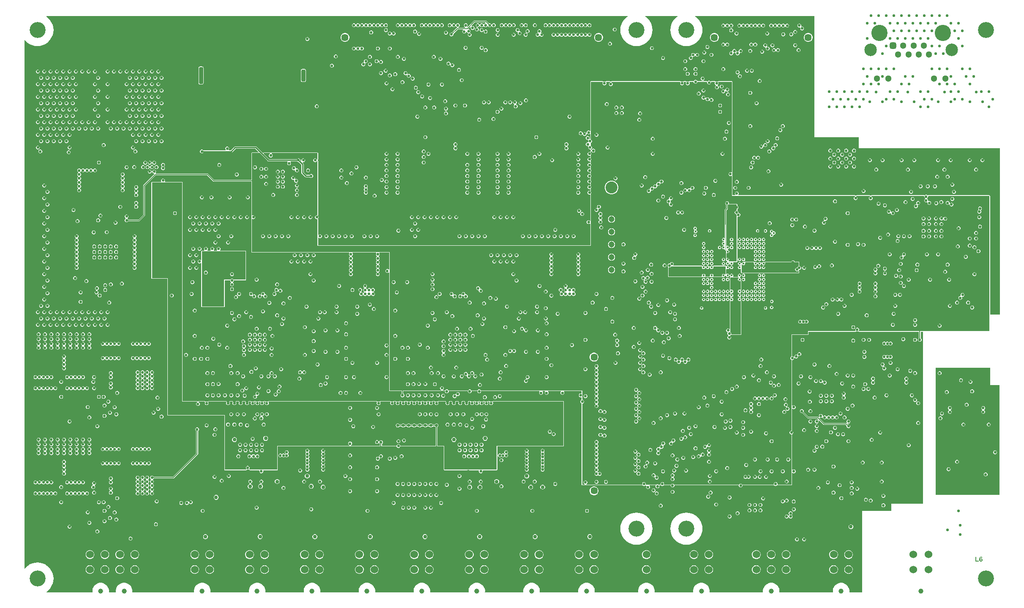
<source format=gbr>
G04*
G04 #@! TF.GenerationSoftware,Altium Limited,Altium Designer,23.4.1 (23)*
G04*
G04 Layer_Physical_Order=6*
G04 Layer_Color=16776960*
%FSLAX44Y44*%
%MOMM*%
G71*
G04*
G04 #@! TF.SameCoordinates,210523F5-4B5D-4388-949E-6639FD9C488E*
G04*
G04*
G04 #@! TF.FilePolarity,Positive*
G04*
G01*
G75*
%ADD16C,0.2540*%
%ADD220C,0.1524*%
%ADD225C,1.0000*%
%ADD230C,0.1016*%
G04:AMPARAMS|DCode=232|XSize=1.3mm|YSize=1.3mm|CornerRadius=0.325mm|HoleSize=0mm|Usage=FLASHONLY|Rotation=180.000|XOffset=0mm|YOffset=0mm|HoleType=Round|Shape=RoundedRectangle|*
%AMROUNDEDRECTD232*
21,1,1.3000,0.6500,0,0,180.0*
21,1,0.6500,1.3000,0,0,180.0*
1,1,0.6500,-0.3250,0.3250*
1,1,0.6500,0.3250,0.3250*
1,1,0.6500,0.3250,-0.3250*
1,1,0.6500,-0.3250,-0.3250*
%
%ADD232ROUNDEDRECTD232*%
%ADD233C,1.3000*%
%ADD234C,3.2500*%
%ADD235C,2.5000*%
%ADD236C,2.3900*%
%ADD237C,1.2000*%
%ADD238C,1.4500*%
%ADD239C,1.5240*%
G04:AMPARAMS|DCode=240|XSize=3.4mm|YSize=0.8mm|CornerRadius=0.2mm|HoleSize=0mm|Usage=FLASHONLY|Rotation=270.000|XOffset=0mm|YOffset=0mm|HoleType=Round|Shape=RoundedRectangle|*
%AMROUNDEDRECTD240*
21,1,3.4000,0.4000,0,0,270.0*
21,1,3.0000,0.8000,0,0,270.0*
1,1,0.4000,-0.2000,-1.5000*
1,1,0.4000,-0.2000,1.5000*
1,1,0.4000,0.2000,1.5000*
1,1,0.4000,0.2000,-1.5000*
%
%ADD240ROUNDEDRECTD240*%
G04:AMPARAMS|DCode=241|XSize=2.4mm|YSize=0.8mm|CornerRadius=0.2mm|HoleSize=0mm|Usage=FLASHONLY|Rotation=270.000|XOffset=0mm|YOffset=0mm|HoleType=Round|Shape=RoundedRectangle|*
%AMROUNDEDRECTD241*
21,1,2.4000,0.4000,0,0,270.0*
21,1,2.0000,0.8000,0,0,270.0*
1,1,0.4000,-0.2000,-1.0000*
1,1,0.4000,-0.2000,1.0000*
1,1,0.4000,0.2000,1.0000*
1,1,0.4000,0.2000,-1.0000*
%
%ADD241ROUNDEDRECTD241*%
%ADD242C,3.2000*%
%ADD243C,0.5500*%
%ADD244C,0.4500*%
%ADD245C,0.7500*%
G36*
X1606550Y935038D02*
X1695450D01*
Y912812D01*
X1978025D01*
Y579437D01*
X1958975D01*
X1958487Y580505D01*
Y817562D01*
X1958165Y818340D01*
X1957388Y818662D01*
X1834714D01*
X1834610Y818619D01*
X1834499Y818641D01*
X1834090Y818404D01*
X1833936Y818340D01*
X1832847Y818860D01*
X1832783Y818905D01*
X1832521Y819168D01*
X1831137Y819741D01*
X1829638D01*
X1828254Y819168D01*
X1827992Y818905D01*
X1827928Y818860D01*
X1826839Y818340D01*
X1826685Y818404D01*
X1826276Y818641D01*
X1826165Y818619D01*
X1826061Y818662D01*
X1720925D01*
X1720628Y818540D01*
X1720314Y818477D01*
X1720251Y818383D01*
X1720147Y818340D01*
X1720024Y818044D01*
X1719945Y817925D01*
X1719263Y817845D01*
X1718580Y817925D01*
X1718501Y818044D01*
X1718378Y818340D01*
X1718274Y818383D01*
X1718212Y818477D01*
X1717897Y818540D01*
X1717601Y818662D01*
X1690762D01*
X1690466Y818540D01*
X1690151Y818477D01*
X1690088Y818383D01*
X1689984Y818340D01*
X1689862Y818044D01*
X1689782Y817925D01*
X1689100Y817845D01*
X1688418Y817925D01*
X1688338Y818044D01*
X1688216Y818340D01*
X1688112Y818383D01*
X1688049Y818477D01*
X1687734Y818540D01*
X1687438Y818662D01*
X1454434D01*
X1453908Y819932D01*
X1454168Y820192D01*
X1454741Y821576D01*
Y823074D01*
X1454168Y824458D01*
X1453108Y825518D01*
X1451724Y826091D01*
X1450226D01*
X1448842Y825518D01*
X1447782Y824458D01*
X1447209Y823074D01*
Y821576D01*
X1447782Y820192D01*
X1448042Y819932D01*
X1447516Y818662D01*
X1442550D01*
Y857421D01*
X1442466Y857624D01*
X1442465Y857844D01*
X1442311Y857997D01*
X1442228Y858198D01*
X1441856Y858638D01*
X1441779Y859848D01*
X1442041Y860482D01*
Y861980D01*
X1441779Y862614D01*
X1441856Y863824D01*
X1442228Y864264D01*
X1442311Y864465D01*
X1442465Y864618D01*
X1442466Y864838D01*
X1442550Y865041D01*
Y1046162D01*
X1442228Y1046940D01*
X1441450Y1047262D01*
X1414292D01*
X1414089Y1047178D01*
X1413869Y1047178D01*
X1413715Y1047023D01*
X1413514Y1046940D01*
X1413074Y1046569D01*
X1411864Y1046491D01*
X1411231Y1046753D01*
X1409732D01*
X1409099Y1046491D01*
X1407889Y1046569D01*
X1407449Y1046940D01*
X1407248Y1047023D01*
X1407094Y1047178D01*
X1406874Y1047178D01*
X1406671Y1047262D01*
X1399739D01*
X1399635Y1047219D01*
X1399524Y1047241D01*
X1399115Y1047004D01*
X1398961Y1046940D01*
X1397872Y1047460D01*
X1397808Y1047505D01*
X1397546Y1047768D01*
X1396162Y1048341D01*
X1394663D01*
X1393279Y1047768D01*
X1393017Y1047505D01*
X1392953Y1047460D01*
X1391864Y1046940D01*
X1391710Y1047004D01*
X1391301Y1047241D01*
X1391190Y1047219D01*
X1391086Y1047262D01*
X1372191D01*
X1372067Y1047211D01*
X1371618Y1048296D01*
X1370558Y1049355D01*
X1369174Y1049929D01*
X1367676D01*
X1366292Y1049355D01*
X1365232Y1048296D01*
X1364783Y1047211D01*
X1364659Y1047262D01*
X1356360D01*
X1356157Y1047178D01*
X1355937Y1047178D01*
X1355784Y1047023D01*
X1355583Y1046940D01*
X1355143Y1046569D01*
X1353933Y1046491D01*
X1353299Y1046753D01*
X1351801D01*
X1351167Y1046491D01*
X1349957Y1046569D01*
X1349517Y1046940D01*
X1349316Y1047023D01*
X1349163Y1047178D01*
X1348943Y1047178D01*
X1348740Y1047262D01*
X1345248D01*
X1345045Y1047178D01*
X1344825Y1047178D01*
X1344671Y1047023D01*
X1344470Y1046940D01*
X1344030Y1046569D01*
X1342820Y1046491D01*
X1342187Y1046753D01*
X1340688D01*
X1340055Y1046491D01*
X1338845Y1046569D01*
X1338405Y1046940D01*
X1338204Y1047023D01*
X1338050Y1047178D01*
X1337830Y1047178D01*
X1337627Y1047262D01*
X1200225D01*
X1199928Y1047140D01*
X1199613Y1047077D01*
X1199551Y1046983D01*
X1199447Y1046940D01*
X1199324Y1046644D01*
X1199245Y1046525D01*
X1198562Y1046445D01*
X1197880Y1046525D01*
X1197801Y1046644D01*
X1197678Y1046940D01*
X1197574Y1046983D01*
X1197512Y1047077D01*
X1197197Y1047140D01*
X1196900Y1047262D01*
X1189673D01*
X1189470Y1047178D01*
X1189250Y1047178D01*
X1189096Y1047023D01*
X1188895Y1046940D01*
X1188455Y1046569D01*
X1187245Y1046491D01*
X1186612Y1046753D01*
X1185113D01*
X1184480Y1046491D01*
X1183270Y1046569D01*
X1182830Y1046940D01*
X1182629Y1047023D01*
X1182475Y1047178D01*
X1182255Y1047178D01*
X1182052Y1047262D01*
X1158875D01*
X1158097Y1046940D01*
X1157775Y1046162D01*
Y948022D01*
X1156505Y947496D01*
X1156246Y947755D01*
X1154862Y948328D01*
X1153363D01*
X1151979Y947755D01*
X1150920Y946696D01*
X1150347Y945312D01*
Y944224D01*
X1149078Y943811D01*
X1148308Y944580D01*
X1146924Y945154D01*
X1145426D01*
X1144042Y944580D01*
X1143248Y943786D01*
X1142910Y943769D01*
X1142150Y943923D01*
X1141864Y944062D01*
X1141430Y945108D01*
X1140371Y946168D01*
X1138987Y946741D01*
X1137488D01*
X1136104Y946168D01*
X1135045Y945108D01*
X1134472Y943724D01*
Y942226D01*
X1135045Y940842D01*
X1136104Y939782D01*
X1137488Y939209D01*
X1138987D01*
X1140371Y939782D01*
X1141165Y940576D01*
X1141503Y940593D01*
X1142263Y940439D01*
X1142549Y940301D01*
X1142982Y939254D01*
X1144042Y938195D01*
X1145426Y937622D01*
X1146924D01*
X1148308Y938195D01*
X1149368Y939254D01*
X1149941Y940638D01*
Y941726D01*
X1151210Y942139D01*
X1151979Y941370D01*
X1153363Y940797D01*
X1154862D01*
X1156246Y941370D01*
X1156505Y941629D01*
X1157775Y941103D01*
Y931796D01*
X1157197Y931571D01*
X1156231Y932557D01*
X1156291Y932701D01*
Y934199D01*
X1155718Y935583D01*
X1154658Y936643D01*
X1153274Y937216D01*
X1151776D01*
X1150392Y936643D01*
X1149332Y935583D01*
X1148759Y934199D01*
Y932701D01*
X1149332Y931317D01*
X1150392Y930257D01*
X1151776Y929684D01*
X1152907D01*
X1153636Y928892D01*
X1153803Y928528D01*
X1153521Y927849D01*
Y926351D01*
X1153803Y925672D01*
X1153636Y925308D01*
X1152907Y924516D01*
X1151776D01*
X1150392Y923943D01*
X1149332Y922883D01*
X1148759Y921499D01*
Y920001D01*
X1149332Y918617D01*
X1150392Y917557D01*
X1151776Y916984D01*
X1152907D01*
X1153636Y916192D01*
X1153803Y915828D01*
X1153521Y915149D01*
Y913651D01*
X1154095Y912267D01*
X1155154Y911207D01*
X1156538Y910634D01*
X1157775D01*
Y909712D01*
X1157898Y909416D01*
X1157961Y909101D01*
X1158054Y909038D01*
X1158097Y908934D01*
X1158394Y908812D01*
X1158513Y908732D01*
X1158592Y908050D01*
X1158513Y907368D01*
X1158394Y907288D01*
X1158097Y907166D01*
X1158054Y907062D01*
X1157961Y906999D01*
X1157898Y906684D01*
X1157775Y906388D01*
Y906060D01*
X1156719Y905354D01*
X1156449Y905466D01*
X1154951D01*
X1153567Y904893D01*
X1152507Y903833D01*
X1151934Y902449D01*
Y900951D01*
X1152507Y899567D01*
X1153567Y898507D01*
X1154951Y897934D01*
X1156449D01*
X1156719Y898046D01*
X1157775Y897340D01*
Y894947D01*
X1156719Y894242D01*
X1156449Y894353D01*
X1154951D01*
X1153567Y893780D01*
X1152507Y892721D01*
X1151934Y891337D01*
Y889838D01*
X1152507Y888454D01*
X1153567Y887395D01*
X1154951Y886822D01*
X1156449D01*
X1156719Y886933D01*
X1157775Y886228D01*
Y883835D01*
X1156719Y883129D01*
X1156449Y883241D01*
X1154951D01*
X1153567Y882668D01*
X1152507Y881608D01*
X1151934Y880224D01*
Y878726D01*
X1152507Y877342D01*
X1153567Y876282D01*
X1154951Y875709D01*
X1156449D01*
X1156719Y875821D01*
X1157775Y875115D01*
Y872722D01*
X1156719Y872017D01*
X1156449Y872129D01*
X1154951D01*
X1153567Y871555D01*
X1152507Y870496D01*
X1151934Y869112D01*
Y867613D01*
X1152507Y866229D01*
X1153567Y865170D01*
X1154951Y864596D01*
X1156449D01*
X1156719Y864708D01*
X1157775Y864003D01*
Y861610D01*
X1156719Y860904D01*
X1156449Y861016D01*
X1154951D01*
X1153567Y860443D01*
X1152507Y859383D01*
X1151934Y857999D01*
Y856501D01*
X1152507Y855117D01*
X1153567Y854057D01*
X1154951Y853484D01*
X1156449D01*
X1156719Y853596D01*
X1157775Y852890D01*
Y850497D01*
X1156719Y849792D01*
X1156449Y849903D01*
X1154951D01*
X1153567Y849330D01*
X1152507Y848271D01*
X1151934Y846887D01*
Y845388D01*
X1152507Y844004D01*
X1153567Y842945D01*
X1154951Y842372D01*
X1156449D01*
X1156719Y842483D01*
X1157775Y841778D01*
Y839385D01*
X1156719Y838679D01*
X1156449Y838791D01*
X1154951D01*
X1153567Y838218D01*
X1152507Y837158D01*
X1151934Y835774D01*
Y834276D01*
X1152507Y832892D01*
X1153567Y831832D01*
X1154951Y831259D01*
X1156449D01*
X1156719Y831371D01*
X1157775Y830665D01*
Y828272D01*
X1156719Y827567D01*
X1156449Y827679D01*
X1154951D01*
X1153567Y827105D01*
X1152507Y826046D01*
X1151934Y824662D01*
Y823163D01*
X1152507Y821779D01*
X1153567Y820720D01*
X1154951Y820146D01*
X1156449D01*
X1156719Y820258D01*
X1157775Y819553D01*
Y768259D01*
X1156505Y767733D01*
X1156246Y767993D01*
X1154862Y768566D01*
X1153363D01*
X1151979Y767993D01*
X1150920Y766933D01*
X1150347Y765549D01*
Y764051D01*
X1150920Y762667D01*
X1151979Y761607D01*
X1153363Y761034D01*
X1154862D01*
X1156246Y761607D01*
X1156505Y761867D01*
X1157775Y761341D01*
Y718650D01*
X612287D01*
Y733141D01*
X613557Y733667D01*
X613817Y733407D01*
X615201Y732834D01*
X616699D01*
X618083Y733407D01*
X619143Y734467D01*
X619716Y735851D01*
Y737349D01*
X619143Y738733D01*
X618083Y739793D01*
X616699Y740366D01*
X615201D01*
X613817Y739793D01*
X613557Y739533D01*
X612287Y740059D01*
Y770374D01*
X612244Y770478D01*
X612266Y770588D01*
X612029Y770998D01*
X611965Y771151D01*
X612485Y772241D01*
X612531Y772305D01*
X612793Y772567D01*
X613366Y773951D01*
Y775449D01*
X612793Y776833D01*
X612531Y777095D01*
X612485Y777159D01*
X611965Y778249D01*
X612029Y778402D01*
X612266Y778812D01*
X612244Y778922D01*
X612287Y779026D01*
Y887338D01*
X612164Y887634D01*
X612102Y887949D01*
X612008Y888012D01*
X611965Y888116D01*
X611669Y888238D01*
X611550Y888318D01*
X611470Y889000D01*
X611550Y889682D01*
X611669Y889762D01*
X611965Y889884D01*
X612008Y889988D01*
X612102Y890051D01*
X612164Y890366D01*
X612287Y890662D01*
Y903288D01*
X611965Y904065D01*
X611188Y904387D01*
X519187D01*
X518891Y904265D01*
X518576Y904202D01*
X518513Y904108D01*
X518409Y904065D01*
X518287Y903769D01*
X518207Y903650D01*
X517525Y903570D01*
X516843Y903650D01*
X516763Y903769D01*
X516641Y904065D01*
X516537Y904108D01*
X516474Y904202D01*
X516159Y904265D01*
X515863Y904387D01*
X503590D01*
X503388Y904304D01*
X503169D01*
X503014Y904149D01*
X502812Y904065D01*
X501555Y903663D01*
X489170Y916048D01*
X488414Y916553D01*
X487522Y916731D01*
X446087D01*
X445196Y916553D01*
X444439Y916048D01*
X437160Y908768D01*
X433613D01*
X433087Y910038D01*
X433405Y910356D01*
X433979Y911740D01*
Y913239D01*
X433405Y914623D01*
X432346Y915682D01*
X430962Y916255D01*
X429463D01*
X428079Y915682D01*
X427020Y914623D01*
X426446Y913239D01*
Y911740D01*
X427020Y910356D01*
X427338Y910038D01*
X426812Y908768D01*
X382433D01*
X381571Y909630D01*
X380187Y910203D01*
X378688D01*
X377304Y909630D01*
X376245Y908571D01*
X375672Y907187D01*
Y905688D01*
X376245Y904304D01*
X377304Y903245D01*
X378688Y902672D01*
X380187D01*
X381571Y903245D01*
X382433Y904107D01*
X438125D01*
X439017Y904284D01*
X439773Y904789D01*
X447053Y912069D01*
X486556D01*
X493065Y905561D01*
X492579Y904387D01*
X479425D01*
X478647Y904065D01*
X478325Y903288D01*
Y849538D01*
X403976D01*
X391807Y861707D01*
X391219Y862100D01*
X390525Y862238D01*
X287065D01*
X286539Y863508D01*
X287038Y864007D01*
X287611Y865391D01*
Y866889D01*
X287038Y868273D01*
X285978Y869333D01*
X284594Y869906D01*
X283096D01*
X281712Y869333D01*
X280652Y868273D01*
X280079Y866889D01*
Y865391D01*
X280652Y864007D01*
X281712Y862947D01*
X283096Y862374D01*
X283771D01*
X284297Y861104D01*
X262243Y839050D01*
X261850Y838462D01*
X261712Y837768D01*
Y779172D01*
X252703Y770163D01*
X231925D01*
X231793Y770483D01*
X230733Y771543D01*
X230519Y771631D01*
Y773006D01*
X230733Y773095D01*
X231793Y774154D01*
X232366Y775538D01*
Y777037D01*
X231793Y778421D01*
X230733Y779480D01*
X229349Y780053D01*
X227851D01*
X226467Y779480D01*
X225407Y778421D01*
X224834Y777037D01*
Y775538D01*
X225407Y774154D01*
X226467Y773095D01*
X226681Y773006D01*
Y771631D01*
X226467Y771543D01*
X225407Y770483D01*
X224834Y769099D01*
Y767601D01*
X225407Y766217D01*
X226467Y765157D01*
X227851Y764584D01*
X229349D01*
X230733Y765157D01*
X231793Y766217D01*
X231925Y766537D01*
X253454D01*
X254148Y766675D01*
X254736Y767068D01*
X264807Y777139D01*
X265200Y777727D01*
X265338Y778421D01*
Y837018D01*
X286933Y858612D01*
X389774D01*
X401943Y846443D01*
X402531Y846050D01*
X403225Y845912D01*
X478325D01*
Y778510D01*
X478409Y778307D01*
X478410Y778087D01*
X478564Y777934D01*
X478647Y777733D01*
X479019Y777293D01*
X479096Y776083D01*
X478834Y775449D01*
Y773951D01*
X479096Y773317D01*
X479019Y772107D01*
X478647Y771667D01*
X478564Y771466D01*
X478410Y771313D01*
X478409Y771093D01*
X478325Y770890D01*
Y704850D01*
X478647Y704072D01*
X479425Y703750D01*
X674403D01*
X674929Y702480D01*
X674670Y702221D01*
X674097Y700837D01*
Y699338D01*
X674670Y697954D01*
X675729Y696895D01*
X675944Y696806D01*
Y695431D01*
X675729Y695343D01*
X674670Y694283D01*
X674097Y692899D01*
Y691401D01*
X674670Y690017D01*
X675729Y688957D01*
X675944Y688869D01*
Y687494D01*
X675729Y687405D01*
X674670Y686346D01*
X674097Y684962D01*
Y683463D01*
X674670Y682079D01*
X675729Y681020D01*
X675944Y680931D01*
Y679556D01*
X675729Y679468D01*
X674670Y678408D01*
X674097Y677024D01*
Y675526D01*
X674670Y674142D01*
X675729Y673082D01*
X675944Y672994D01*
Y671619D01*
X675729Y671530D01*
X674670Y670471D01*
X674097Y669087D01*
Y667588D01*
X674670Y666204D01*
X675729Y665145D01*
X675944Y665056D01*
Y663681D01*
X675729Y663593D01*
X674670Y662533D01*
X674097Y661149D01*
Y659651D01*
X674670Y658267D01*
X675729Y657207D01*
X677113Y656634D01*
X678612D01*
X679996Y657207D01*
X681055Y658267D01*
X681628Y659651D01*
Y661149D01*
X681055Y662533D01*
X679996Y663593D01*
X679781Y663681D01*
Y665056D01*
X679996Y665145D01*
X681055Y666204D01*
X681628Y667588D01*
Y669087D01*
X681055Y670471D01*
X679996Y671530D01*
X679781Y671619D01*
Y672994D01*
X679996Y673082D01*
X681055Y674142D01*
X681628Y675526D01*
Y677024D01*
X681055Y678408D01*
X679996Y679468D01*
X679781Y679556D01*
Y680931D01*
X679996Y681020D01*
X681055Y682079D01*
X681628Y683463D01*
Y684962D01*
X681055Y686346D01*
X679996Y687405D01*
X679781Y687494D01*
Y688869D01*
X679996Y688957D01*
X681055Y690017D01*
X681628Y691401D01*
Y692899D01*
X681055Y694283D01*
X679996Y695343D01*
X679781Y695431D01*
Y696806D01*
X679996Y696895D01*
X681055Y697954D01*
X681628Y699338D01*
Y700837D01*
X681055Y702221D01*
X680796Y702480D01*
X681322Y703750D01*
X728378D01*
X728904Y702480D01*
X728645Y702221D01*
X728072Y700837D01*
Y699338D01*
X728645Y697954D01*
X729704Y696895D01*
X729919Y696806D01*
Y695431D01*
X729704Y695343D01*
X728645Y694283D01*
X728072Y692899D01*
Y691401D01*
X728645Y690017D01*
X729704Y688957D01*
X729919Y688869D01*
Y687494D01*
X729704Y687405D01*
X728645Y686346D01*
X728072Y684962D01*
Y683463D01*
X728645Y682079D01*
X729704Y681020D01*
X729919Y680931D01*
Y679556D01*
X729704Y679468D01*
X728645Y678408D01*
X728072Y677024D01*
Y675526D01*
X728645Y674142D01*
X729704Y673082D01*
X729919Y672994D01*
Y671619D01*
X729704Y671530D01*
X728645Y670471D01*
X728072Y669087D01*
Y667588D01*
X728645Y666204D01*
X729704Y665145D01*
X729919Y665056D01*
Y663681D01*
X729704Y663593D01*
X728645Y662533D01*
X728072Y661149D01*
Y659651D01*
X728645Y658267D01*
X729704Y657207D01*
X731088Y656634D01*
X732587D01*
X733971Y657207D01*
X735030Y658267D01*
X735603Y659651D01*
Y661149D01*
X735030Y662533D01*
X733971Y663593D01*
X733756Y663681D01*
Y665056D01*
X733971Y665145D01*
X735030Y666204D01*
X735603Y667588D01*
Y669087D01*
X735030Y670471D01*
X733971Y671530D01*
X733756Y671619D01*
Y672994D01*
X733971Y673082D01*
X735030Y674142D01*
X735603Y675526D01*
Y677024D01*
X735030Y678408D01*
X733971Y679468D01*
X733756Y679556D01*
Y680931D01*
X733971Y681020D01*
X735030Y682079D01*
X735603Y683463D01*
Y684962D01*
X735030Y686346D01*
X733971Y687405D01*
X733756Y687494D01*
Y688869D01*
X733971Y688957D01*
X735030Y690017D01*
X735603Y691401D01*
Y692899D01*
X735030Y694283D01*
X733971Y695343D01*
X733756Y695431D01*
Y696806D01*
X733971Y696895D01*
X735030Y697954D01*
X735603Y699338D01*
Y700837D01*
X735030Y702221D01*
X734771Y702480D01*
X735297Y703750D01*
X754550D01*
Y670209D01*
X753280Y669683D01*
X753021Y669943D01*
X751637Y670516D01*
X750138D01*
X748754Y669943D01*
X747695Y668883D01*
X747122Y667499D01*
Y666001D01*
X747695Y664617D01*
X748754Y663557D01*
X750138Y662984D01*
X751637D01*
X753021Y663557D01*
X753280Y663817D01*
X754550Y663291D01*
Y427038D01*
X754872Y426260D01*
X755650Y425938D01*
X779237D01*
Y420838D01*
X778917Y420705D01*
X777857Y419646D01*
X777284Y418262D01*
Y416763D01*
X777857Y415379D01*
X778917Y414320D01*
X780301Y413746D01*
X781799D01*
X783183Y414320D01*
X784243Y415379D01*
X784816Y416763D01*
Y418262D01*
X784243Y419646D01*
X783183Y420705D01*
X782863Y420838D01*
Y425938D01*
X858763D01*
X859059Y426060D01*
X859374Y426123D01*
X859437Y426217D01*
X859541Y426260D01*
X859663Y426556D01*
X859743Y426675D01*
X860425Y426755D01*
X861107Y426675D01*
X861187Y426556D01*
X861309Y426260D01*
X861413Y426217D01*
X861476Y426123D01*
X861791Y426060D01*
X862087Y425938D01*
X866184D01*
Y424701D01*
X866757Y423317D01*
X867817Y422257D01*
X869201Y421684D01*
X870699D01*
X872083Y422257D01*
X873143Y423317D01*
X873716Y424701D01*
Y425938D01*
X912222D01*
Y424701D01*
X912795Y423317D01*
X913854Y422257D01*
X915238Y421684D01*
X916737D01*
X918121Y422257D01*
X919180Y423317D01*
X919753Y424701D01*
Y425938D01*
X931272D01*
Y424701D01*
X931845Y423317D01*
X932904Y422257D01*
X934288Y421684D01*
X935787D01*
X937171Y422257D01*
X938230Y423317D01*
X938803Y424701D01*
Y425938D01*
X1055403D01*
X1055929Y424668D01*
X1055670Y424408D01*
X1055097Y423024D01*
Y421526D01*
X1055670Y420142D01*
X1056729Y419082D01*
X1058113Y418509D01*
X1059612D01*
X1060996Y419082D01*
X1062055Y420142D01*
X1062628Y421526D01*
Y423024D01*
X1062055Y424408D01*
X1061796Y424668D01*
X1062322Y425938D01*
X1066516D01*
X1067042Y424668D01*
X1066782Y424408D01*
X1066209Y423024D01*
Y421526D01*
X1066782Y420142D01*
X1067842Y419082D01*
X1069226Y418509D01*
X1070724D01*
X1072108Y419082D01*
X1073168Y420142D01*
X1073741Y421526D01*
Y423024D01*
X1073168Y424408D01*
X1072908Y424668D01*
X1073434Y425938D01*
X1098266D01*
X1098792Y424668D01*
X1098532Y424408D01*
X1097959Y423024D01*
Y421526D01*
X1098532Y420142D01*
X1099592Y419082D01*
X1100976Y418509D01*
X1102474D01*
X1103858Y419082D01*
X1104918Y420142D01*
X1105491Y421526D01*
Y423024D01*
X1104918Y424408D01*
X1104658Y424668D01*
X1105184Y425938D01*
X1140313D01*
Y421872D01*
X1139257Y421167D01*
X1138987Y421278D01*
X1137488D01*
X1136104Y420705D01*
X1135045Y419646D01*
X1134472Y418262D01*
Y416763D01*
X1135045Y415379D01*
X1136104Y414320D01*
X1137488Y413746D01*
X1138987D01*
X1139257Y413858D01*
X1140313Y413153D01*
Y408578D01*
X1140364Y408455D01*
X1139279Y408005D01*
X1138220Y406946D01*
X1137646Y405562D01*
Y404063D01*
X1138220Y402679D01*
X1139279Y401620D01*
X1140364Y401171D01*
X1140313Y401046D01*
Y238125D01*
X1140635Y237347D01*
X1141413Y237025D01*
X1146100D01*
X1146397Y237148D01*
X1146712Y237211D01*
X1146774Y237304D01*
X1146878Y237347D01*
X1147001Y237644D01*
X1147080Y237763D01*
X1147763Y237842D01*
X1148445Y237763D01*
X1148524Y237644D01*
X1148647Y237347D01*
X1148751Y237304D01*
X1148813Y237211D01*
X1149128Y237148D01*
X1149425Y237025D01*
X1260911D01*
X1261015Y237068D01*
X1261126Y237046D01*
X1261535Y237284D01*
X1261689Y237347D01*
X1262778Y236828D01*
X1262842Y236782D01*
X1263104Y236520D01*
X1264488Y235947D01*
X1265987D01*
X1267371Y236520D01*
X1267633Y236782D01*
X1267697Y236828D01*
X1268542Y237231D01*
X1269699Y236800D01*
X1270073Y235587D01*
X1269982Y235496D01*
X1269409Y234112D01*
Y232613D01*
X1269982Y231229D01*
X1271042Y230170D01*
X1272426Y229597D01*
X1273924D01*
X1275308Y230170D01*
X1276368Y231229D01*
X1276941Y232613D01*
Y234112D01*
X1276368Y235496D01*
X1276108Y235755D01*
X1276634Y237025D01*
X1287865D01*
X1288571Y235969D01*
X1288459Y235699D01*
Y234201D01*
X1289032Y232817D01*
X1290092Y231757D01*
X1291476Y231184D01*
X1292974D01*
X1294358Y231757D01*
X1295418Y232817D01*
X1295991Y234201D01*
Y235699D01*
X1295879Y235969D01*
X1296585Y237025D01*
X1297343D01*
X1297447Y237068D01*
X1297557Y237046D01*
X1297901Y237257D01*
X1298120Y237347D01*
X1299233Y236874D01*
X1299319Y236817D01*
X1299568Y236568D01*
X1300952Y235995D01*
X1302451D01*
X1303835Y236568D01*
X1304084Y236817D01*
X1304170Y236874D01*
X1305282Y237347D01*
X1305501Y237257D01*
X1305845Y237046D01*
X1305956Y237068D01*
X1306060Y237025D01*
X1318622D01*
Y235788D01*
X1319195Y234404D01*
X1320254Y233345D01*
X1321638Y232771D01*
X1323137D01*
X1324521Y233345D01*
X1325580Y234404D01*
X1326154Y235788D01*
Y237025D01*
X1455146D01*
Y235788D01*
X1455720Y234404D01*
X1456779Y233345D01*
X1458163Y232771D01*
X1459662D01*
X1461046Y233345D01*
X1462105Y234404D01*
X1462679Y235788D01*
Y237025D01*
X1524436D01*
X1524540Y237068D01*
X1524651Y237046D01*
X1525060Y237284D01*
X1525214Y237347D01*
X1526303Y236828D01*
X1526367Y236782D01*
X1526629Y236520D01*
X1528013Y235947D01*
X1529512D01*
X1530896Y236520D01*
X1531158Y236782D01*
X1531222Y236828D01*
X1532311Y237347D01*
X1532465Y237284D01*
X1532874Y237046D01*
X1532985Y237068D01*
X1533089Y237025D01*
X1560513D01*
X1561290Y237347D01*
X1561612Y238125D01*
Y261653D01*
X1562882Y262179D01*
X1563142Y261920D01*
X1564526Y261346D01*
X1566024D01*
X1567408Y261920D01*
X1568468Y262979D01*
X1569041Y264363D01*
Y265862D01*
X1568468Y267246D01*
X1567408Y268305D01*
X1566024Y268878D01*
X1564526D01*
X1563142Y268305D01*
X1562882Y268046D01*
X1561612Y268572D01*
Y339134D01*
X1561561Y339258D01*
X1562646Y339707D01*
X1563705Y340767D01*
X1564279Y342151D01*
Y343649D01*
X1563705Y345033D01*
X1562646Y346093D01*
X1561561Y346542D01*
X1561612Y346666D01*
Y390241D01*
X1562882Y390767D01*
X1563142Y390507D01*
X1564526Y389934D01*
X1566024D01*
X1567408Y390507D01*
X1568468Y391567D01*
X1569041Y392951D01*
Y394449D01*
X1568468Y395833D01*
X1567408Y396893D01*
X1566024Y397466D01*
X1564526D01*
X1563142Y396893D01*
X1562882Y396633D01*
X1561612Y397159D01*
Y488359D01*
X1562849D01*
X1564233Y488932D01*
X1565293Y489992D01*
X1565866Y491376D01*
Y492464D01*
X1567135Y492877D01*
X1567904Y492107D01*
X1569288Y491534D01*
X1570787D01*
X1572171Y492107D01*
X1573230Y493167D01*
X1573804Y494551D01*
Y495682D01*
X1574595Y496411D01*
X1574959Y496578D01*
X1575638Y496297D01*
X1577137D01*
X1578521Y496870D01*
X1579580Y497929D01*
X1580154Y499313D01*
Y500812D01*
X1579580Y502196D01*
X1578521Y503255D01*
X1577137Y503829D01*
X1575638D01*
X1574254Y503255D01*
X1573195Y502196D01*
X1572621Y500812D01*
Y499681D01*
X1571830Y498951D01*
X1571466Y498785D01*
X1570787Y499066D01*
X1569288D01*
X1567904Y498493D01*
X1566845Y497433D01*
X1566272Y496049D01*
Y494961D01*
X1565003Y494548D01*
X1564233Y495318D01*
X1562849Y495891D01*
X1561612D01*
Y538650D01*
X1593850D01*
X1594628Y538972D01*
X1594950Y539750D01*
Y545000D01*
X1688465D01*
X1688668Y545084D01*
X1688888Y545085D01*
X1689041Y545239D01*
X1689242Y545322D01*
X1689682Y545694D01*
X1690892Y545771D01*
X1691526Y545509D01*
X1693024D01*
X1693658Y545771D01*
X1694868Y545694D01*
X1695308Y545322D01*
X1695509Y545239D01*
X1695662Y545085D01*
X1695882Y545084D01*
X1696085Y545000D01*
X1815875D01*
Y531963D01*
X1815554Y531830D01*
X1814495Y530771D01*
X1813922Y529387D01*
Y527888D01*
X1814495Y526504D01*
X1815554Y525445D01*
X1816938Y524871D01*
X1818437D01*
X1819821Y525445D01*
X1820880Y526504D01*
X1821454Y527888D01*
Y529387D01*
X1820880Y530771D01*
X1819821Y531830D01*
X1819500Y531963D01*
Y545000D01*
X1824037D01*
Y200025D01*
X1760538D01*
Y185737D01*
X1701800D01*
Y22225D01*
X1677281D01*
X1676476Y23207D01*
X1676509Y23374D01*
Y26626D01*
X1675875Y29815D01*
X1674630Y32820D01*
X1672823Y35524D01*
X1670524Y37823D01*
X1667820Y39630D01*
X1664816Y40875D01*
X1661626Y41509D01*
X1658374D01*
X1655184Y40875D01*
X1652180Y39630D01*
X1649476Y37823D01*
X1647177Y35524D01*
X1645370Y32820D01*
X1644125Y29815D01*
X1643491Y26626D01*
Y23374D01*
X1643524Y23207D01*
X1642719Y22225D01*
X1537281D01*
X1536476Y23207D01*
X1536509Y23374D01*
Y26626D01*
X1535875Y29815D01*
X1534630Y32820D01*
X1532823Y35524D01*
X1530524Y37823D01*
X1527820Y39630D01*
X1524816Y40875D01*
X1521626Y41509D01*
X1518374D01*
X1515184Y40875D01*
X1512180Y39630D01*
X1509476Y37823D01*
X1507177Y35524D01*
X1505370Y32820D01*
X1504125Y29815D01*
X1503491Y26626D01*
Y23374D01*
X1503524Y23207D01*
X1502719Y22225D01*
X1397281D01*
X1396476Y23207D01*
X1396509Y23374D01*
Y26626D01*
X1395875Y29815D01*
X1394630Y32820D01*
X1392823Y35524D01*
X1390524Y37823D01*
X1387820Y39630D01*
X1384816Y40875D01*
X1381626Y41509D01*
X1378374D01*
X1375184Y40875D01*
X1372180Y39630D01*
X1369476Y37823D01*
X1367177Y35524D01*
X1365370Y32820D01*
X1364125Y29815D01*
X1363491Y26626D01*
Y23374D01*
X1363524Y23207D01*
X1362719Y22225D01*
X1287281D01*
X1286476Y23207D01*
X1286509Y23374D01*
Y26626D01*
X1285875Y29815D01*
X1284630Y32820D01*
X1282823Y35524D01*
X1280524Y37823D01*
X1277820Y39630D01*
X1274816Y40875D01*
X1271626Y41509D01*
X1268374D01*
X1265184Y40875D01*
X1262180Y39630D01*
X1259476Y37823D01*
X1257177Y35524D01*
X1255370Y32820D01*
X1254125Y29815D01*
X1253491Y26626D01*
Y23374D01*
X1253524Y23207D01*
X1252719Y22225D01*
X1167281D01*
X1166476Y23207D01*
X1166509Y23374D01*
Y26626D01*
X1165875Y29815D01*
X1164630Y32820D01*
X1162823Y35524D01*
X1160524Y37823D01*
X1157820Y39630D01*
X1154816Y40875D01*
X1151626Y41509D01*
X1148374D01*
X1145184Y40875D01*
X1142180Y39630D01*
X1139476Y37823D01*
X1137177Y35524D01*
X1135370Y32820D01*
X1134125Y29815D01*
X1133491Y26626D01*
Y23374D01*
X1133524Y23207D01*
X1132719Y22225D01*
X1057281D01*
X1056476Y23207D01*
X1056509Y23374D01*
Y26626D01*
X1055875Y29815D01*
X1054630Y32820D01*
X1052823Y35524D01*
X1050524Y37823D01*
X1047820Y39630D01*
X1044816Y40875D01*
X1041626Y41509D01*
X1038374D01*
X1035184Y40875D01*
X1032180Y39630D01*
X1029476Y37823D01*
X1027177Y35524D01*
X1025370Y32820D01*
X1024125Y29815D01*
X1023491Y26626D01*
Y23374D01*
X1023524Y23207D01*
X1022719Y22225D01*
X947281D01*
X946476Y23207D01*
X946509Y23374D01*
Y26626D01*
X945875Y29815D01*
X944630Y32820D01*
X942823Y35524D01*
X940524Y37823D01*
X937820Y39630D01*
X934816Y40875D01*
X931626Y41509D01*
X928374D01*
X925184Y40875D01*
X922180Y39630D01*
X919476Y37823D01*
X917177Y35524D01*
X915370Y32820D01*
X914125Y29815D01*
X913491Y26626D01*
Y23374D01*
X913524Y23207D01*
X912719Y22225D01*
X837281D01*
X836476Y23207D01*
X836509Y23374D01*
Y26626D01*
X835875Y29815D01*
X834630Y32820D01*
X832823Y35524D01*
X830524Y37823D01*
X827820Y39630D01*
X824816Y40875D01*
X821626Y41509D01*
X818374D01*
X815184Y40875D01*
X812180Y39630D01*
X809476Y37823D01*
X807177Y35524D01*
X805370Y32820D01*
X804125Y29815D01*
X803491Y26626D01*
Y23374D01*
X803524Y23207D01*
X802719Y22225D01*
X727281D01*
X726476Y23207D01*
X726509Y23374D01*
Y26626D01*
X725875Y29815D01*
X724630Y32820D01*
X722823Y35524D01*
X720524Y37823D01*
X717820Y39630D01*
X714816Y40875D01*
X711626Y41509D01*
X708374D01*
X705184Y40875D01*
X702180Y39630D01*
X699476Y37823D01*
X697177Y35524D01*
X695370Y32820D01*
X694125Y29815D01*
X693491Y26626D01*
Y23374D01*
X693524Y23207D01*
X692719Y22225D01*
X617281D01*
X616476Y23207D01*
X616509Y23374D01*
Y26626D01*
X615875Y29815D01*
X614630Y32820D01*
X612823Y35524D01*
X610524Y37823D01*
X607820Y39630D01*
X604815Y40875D01*
X601626Y41509D01*
X598374D01*
X595185Y40875D01*
X592180Y39630D01*
X589476Y37823D01*
X587177Y35524D01*
X585370Y32820D01*
X584125Y29815D01*
X583491Y26626D01*
Y23374D01*
X583524Y23207D01*
X582719Y22225D01*
X507281D01*
X506476Y23207D01*
X506509Y23374D01*
Y26626D01*
X505875Y29815D01*
X504630Y32820D01*
X502823Y35524D01*
X500524Y37823D01*
X497820Y39630D01*
X494815Y40875D01*
X491626Y41509D01*
X488374D01*
X485185Y40875D01*
X482180Y39630D01*
X479476Y37823D01*
X477177Y35524D01*
X475370Y32820D01*
X474125Y29815D01*
X473491Y26626D01*
Y23374D01*
X473524Y23207D01*
X472719Y22225D01*
X397281D01*
X396476Y23207D01*
X396509Y23374D01*
Y26626D01*
X395875Y29815D01*
X394630Y32820D01*
X392823Y35524D01*
X390524Y37823D01*
X387820Y39630D01*
X384815Y40875D01*
X381626Y41509D01*
X378374D01*
X375185Y40875D01*
X372180Y39630D01*
X369476Y37823D01*
X367177Y35524D01*
X365370Y32820D01*
X364125Y29815D01*
X363491Y26626D01*
Y23374D01*
X363524Y23207D01*
X362719Y22225D01*
X240781D01*
X239976Y23207D01*
X240009Y23374D01*
Y26626D01*
X239375Y29815D01*
X238130Y32820D01*
X236323Y35524D01*
X234024Y37823D01*
X231320Y39630D01*
X228316Y40875D01*
X225126Y41509D01*
X221874D01*
X218685Y40875D01*
X215680Y39630D01*
X212976Y37823D01*
X210677Y35524D01*
X208870Y32820D01*
X207625Y29815D01*
X206991Y26626D01*
Y23374D01*
X207024Y23207D01*
X206219Y22225D01*
X193781D01*
X192976Y23207D01*
X193009Y23374D01*
Y26626D01*
X192375Y29815D01*
X191130Y32820D01*
X189323Y35524D01*
X187024Y37823D01*
X184320Y39630D01*
X181315Y40875D01*
X178126Y41509D01*
X174874D01*
X171684Y40875D01*
X168680Y39630D01*
X165976Y37823D01*
X163677Y35524D01*
X161870Y32820D01*
X160625Y29815D01*
X159991Y26626D01*
Y23374D01*
X160024Y23207D01*
X159219Y22225D01*
X68289D01*
X67945Y23447D01*
X68877Y24018D01*
X72709Y27291D01*
X75982Y31123D01*
X78615Y35420D01*
X80543Y40076D01*
X81720Y44976D01*
X82115Y50000D01*
X81720Y55024D01*
X80543Y59924D01*
X78615Y64580D01*
X75982Y68877D01*
X72709Y72709D01*
X68877Y75982D01*
X64580Y78615D01*
X59924Y80543D01*
X55024Y81720D01*
X50000Y82115D01*
X44976Y81720D01*
X40076Y80543D01*
X35420Y78615D01*
X31123Y75982D01*
X27291Y72709D01*
X25082Y70123D01*
X23812Y70591D01*
Y1129409D01*
X25082Y1129877D01*
X27291Y1127291D01*
X31123Y1124018D01*
X35420Y1121385D01*
X40076Y1119457D01*
X44976Y1118280D01*
X50000Y1117885D01*
X55024Y1118280D01*
X59924Y1119457D01*
X64580Y1121385D01*
X68877Y1124018D01*
X72709Y1127291D01*
X75982Y1131123D01*
X78615Y1135420D01*
X80543Y1140076D01*
X81720Y1144976D01*
X82115Y1150000D01*
X81720Y1155024D01*
X80543Y1159924D01*
X78615Y1164580D01*
X75982Y1168877D01*
X72709Y1172709D01*
X68877Y1175982D01*
X67700Y1176703D01*
X68045Y1177925D01*
X1231955D01*
X1232300Y1176703D01*
X1231123Y1175982D01*
X1227291Y1172709D01*
X1224018Y1168877D01*
X1221385Y1164580D01*
X1219457Y1159924D01*
X1218280Y1155024D01*
X1217885Y1150000D01*
X1218280Y1144976D01*
X1219457Y1140076D01*
X1221385Y1135420D01*
X1224018Y1131123D01*
X1227291Y1127291D01*
X1231123Y1124018D01*
X1235420Y1121385D01*
X1240076Y1119457D01*
X1244976Y1118280D01*
X1250000Y1117885D01*
X1255024Y1118280D01*
X1259924Y1119457D01*
X1264580Y1121385D01*
X1268877Y1124018D01*
X1272709Y1127291D01*
X1275982Y1131123D01*
X1278615Y1135420D01*
X1280543Y1140076D01*
X1281720Y1144976D01*
X1282115Y1150000D01*
X1281720Y1155024D01*
X1280543Y1159924D01*
X1278615Y1164580D01*
X1275982Y1168877D01*
X1272709Y1172709D01*
X1268877Y1175982D01*
X1267700Y1176703D01*
X1268045Y1177925D01*
X1331955D01*
X1332300Y1176703D01*
X1331123Y1175982D01*
X1327291Y1172709D01*
X1324018Y1168877D01*
X1321385Y1164580D01*
X1319457Y1159924D01*
X1318280Y1155024D01*
X1317885Y1150000D01*
X1318280Y1144976D01*
X1319457Y1140076D01*
X1321385Y1135420D01*
X1324018Y1131123D01*
X1327291Y1127291D01*
X1331123Y1124018D01*
X1335420Y1121385D01*
X1340076Y1119457D01*
X1344976Y1118280D01*
X1350000Y1117885D01*
X1355024Y1118280D01*
X1359924Y1119457D01*
X1364580Y1121385D01*
X1368877Y1124018D01*
X1372709Y1127291D01*
X1375982Y1131123D01*
X1378615Y1135420D01*
X1380543Y1140076D01*
X1381720Y1144976D01*
X1382115Y1150000D01*
X1381720Y1155024D01*
X1380543Y1159924D01*
X1378615Y1164580D01*
X1375982Y1168877D01*
X1372709Y1172709D01*
X1368877Y1175982D01*
X1367700Y1176703D01*
X1368045Y1177925D01*
X1606550D01*
Y935038D01*
D02*
G37*
G36*
X1441450Y865041D02*
X1440180Y864518D01*
X1439024Y864997D01*
X1437526D01*
X1436142Y864424D01*
X1435082Y863364D01*
X1434509Y861980D01*
Y860482D01*
X1435082Y859098D01*
X1436142Y858038D01*
X1437526Y857465D01*
X1439024D01*
X1440180Y857944D01*
X1441450Y857421D01*
Y817562D01*
X1687438D01*
X1687691Y816292D01*
X1686967Y815993D01*
X1685907Y814933D01*
X1685334Y813549D01*
Y812051D01*
X1685907Y810667D01*
X1686967Y809607D01*
X1688351Y809034D01*
X1689849D01*
X1691233Y809607D01*
X1692293Y810667D01*
X1692866Y812051D01*
Y813549D01*
X1692293Y814933D01*
X1691233Y815993D01*
X1690509Y816292D01*
X1690762Y817562D01*
X1717601D01*
X1717853Y816292D01*
X1717129Y815993D01*
X1716070Y814933D01*
X1715497Y813549D01*
Y812051D01*
X1716070Y810667D01*
X1717129Y809607D01*
X1718513Y809034D01*
X1720012D01*
X1721396Y809607D01*
X1722455Y810667D01*
X1723029Y812051D01*
Y813549D01*
X1722455Y814933D01*
X1721396Y815993D01*
X1720672Y816292D01*
X1720925Y817562D01*
X1826061D01*
X1826622Y816724D01*
Y815226D01*
X1827195Y813842D01*
X1828254Y812782D01*
X1828469Y812694D01*
Y811319D01*
X1828254Y811230D01*
X1827195Y810171D01*
X1826622Y808787D01*
Y807288D01*
X1827195Y805904D01*
X1828254Y804845D01*
X1829638Y804271D01*
X1831137D01*
X1831816Y804553D01*
X1832180Y804386D01*
X1832971Y803657D01*
Y802526D01*
X1833545Y801142D01*
X1834604Y800082D01*
X1835988Y799509D01*
X1837487D01*
X1838871Y800082D01*
X1839930Y801142D01*
X1840504Y802526D01*
Y804024D01*
X1839930Y805408D01*
X1838871Y806468D01*
X1837487Y807041D01*
X1835988D01*
X1835309Y806760D01*
X1834945Y806926D01*
X1834153Y807656D01*
Y808787D01*
X1833580Y810171D01*
X1832521Y811230D01*
X1832306Y811319D01*
Y812694D01*
X1832521Y812782D01*
X1833580Y813842D01*
X1834153Y815226D01*
Y816724D01*
X1834714Y817562D01*
X1957388D01*
Y546100D01*
X1696085D01*
X1695562Y547370D01*
X1696041Y548526D01*
Y550024D01*
X1695468Y551408D01*
X1694408Y552468D01*
X1693024Y553041D01*
X1691526D01*
X1690142Y552468D01*
X1689082Y551408D01*
X1688509Y550024D01*
Y548526D01*
X1688988Y547370D01*
X1688465Y546100D01*
X1593850D01*
Y539750D01*
X1560513D01*
Y495544D01*
X1559967Y495318D01*
X1558907Y494258D01*
X1558334Y492874D01*
Y491376D01*
X1558907Y489992D01*
X1559967Y488932D01*
X1560513Y488706D01*
Y346666D01*
X1559763D01*
X1558379Y346093D01*
X1557320Y345033D01*
X1556747Y343649D01*
Y342151D01*
X1557320Y340767D01*
X1558379Y339707D01*
X1559763Y339134D01*
X1560513D01*
Y238125D01*
X1533089D01*
X1532529Y238963D01*
Y240462D01*
X1531955Y241846D01*
X1530896Y242905D01*
X1529512Y243479D01*
X1528013D01*
X1526629Y242905D01*
X1525570Y241846D01*
X1524996Y240462D01*
Y238963D01*
X1524436Y238125D01*
X1462331D01*
X1462105Y238671D01*
X1461046Y239730D01*
X1459662Y240303D01*
X1458163D01*
X1456779Y239730D01*
X1455720Y238671D01*
X1455494Y238125D01*
X1325806D01*
X1325580Y238671D01*
X1324521Y239730D01*
X1323137Y240303D01*
X1321638D01*
X1320254Y239730D01*
X1319195Y238671D01*
X1318969Y238125D01*
X1306060D01*
X1305467Y239012D01*
Y240510D01*
X1304894Y241894D01*
X1303835Y242954D01*
X1302451Y243527D01*
X1300952D01*
X1299568Y242954D01*
X1298509Y241894D01*
X1297935Y240510D01*
Y239012D01*
X1297343Y238125D01*
X1294376D01*
X1294358Y238143D01*
X1292974Y238716D01*
X1291476D01*
X1290092Y238143D01*
X1290074Y238125D01*
X1269564D01*
X1269004Y238963D01*
Y240462D01*
X1268430Y241846D01*
X1267371Y242905D01*
X1265987Y243479D01*
X1264488D01*
X1263104Y242905D01*
X1262045Y241846D01*
X1261471Y240462D01*
Y238963D01*
X1260911Y238125D01*
X1149425D01*
X1149172Y239395D01*
X1149896Y239695D01*
X1150955Y240754D01*
X1151528Y242138D01*
Y243637D01*
X1150955Y245021D01*
X1149896Y246080D01*
X1148512Y246653D01*
X1147013D01*
X1145629Y246080D01*
X1144570Y245021D01*
X1143997Y243637D01*
Y242138D01*
X1144570Y240754D01*
X1145629Y239695D01*
X1146353Y239395D01*
X1146100Y238125D01*
X1141413D01*
Y401046D01*
X1142162D01*
X1143546Y401620D01*
X1144605Y402679D01*
X1145179Y404063D01*
Y405562D01*
X1144605Y406946D01*
X1143546Y408005D01*
X1142162Y408578D01*
X1141413D01*
Y415362D01*
X1141430Y415379D01*
X1142003Y416763D01*
Y418262D01*
X1141430Y419646D01*
X1141413Y419663D01*
Y427038D01*
X938456D01*
X938230Y427583D01*
X937171Y428643D01*
X935787Y429216D01*
X934288D01*
X932904Y428643D01*
X931845Y427583D01*
X931619Y427038D01*
X919406D01*
X919180Y427583D01*
X918121Y428643D01*
X916737Y429216D01*
X915238D01*
X913854Y428643D01*
X912795Y427583D01*
X912569Y427038D01*
X873369D01*
X873143Y427583D01*
X872083Y428643D01*
X870699Y429216D01*
X869201D01*
X867817Y428643D01*
X866757Y427583D01*
X866531Y427038D01*
X862087D01*
X861834Y428307D01*
X862558Y428607D01*
X863618Y429667D01*
X864191Y431051D01*
Y432549D01*
X863618Y433933D01*
X862558Y434993D01*
X861174Y435566D01*
X859676D01*
X858292Y434993D01*
X857232Y433933D01*
X856659Y432549D01*
Y431051D01*
X857232Y429667D01*
X858292Y428607D01*
X859016Y428307D01*
X858763Y427038D01*
X755650D01*
Y704850D01*
X479425D01*
Y770890D01*
X480695Y771413D01*
X481851Y770934D01*
X483349D01*
X484733Y771507D01*
X485793Y772567D01*
X486366Y773951D01*
Y775449D01*
X485793Y776833D01*
X484733Y777893D01*
X483349Y778466D01*
X481851D01*
X480695Y777987D01*
X479425Y778510D01*
Y903288D01*
X495338D01*
X511274Y887352D01*
X512030Y886847D01*
X512922Y886669D01*
X550935D01*
X551461Y885399D01*
X550845Y884783D01*
X550271Y883399D01*
Y881901D01*
X550845Y880517D01*
X551904Y879457D01*
X553288Y878884D01*
X554787D01*
X556171Y879457D01*
X557230Y880517D01*
X557803Y881901D01*
Y883399D01*
X557230Y884783D01*
X556614Y885399D01*
X557140Y886669D01*
X570092D01*
X570954Y885807D01*
X572338Y885234D01*
X573557D01*
X578694Y880097D01*
Y864069D01*
X578872Y863176D01*
X579377Y862420D01*
X586195Y855602D01*
X586952Y855097D01*
X587844Y854919D01*
X595492D01*
X596354Y854057D01*
X597738Y853484D01*
X599237D01*
X600621Y854057D01*
X601680Y855117D01*
X602253Y856501D01*
Y857999D01*
X601680Y859383D01*
X600621Y860443D01*
X599237Y861016D01*
X597738D01*
X596354Y860443D01*
X595492Y859581D01*
X588809D01*
X583356Y865034D01*
Y881062D01*
X583178Y881954D01*
X582673Y882711D01*
X581284Y884099D01*
X581749Y885010D01*
X581946Y885234D01*
X583362D01*
X584746Y885807D01*
X585805Y886867D01*
X586379Y888251D01*
Y889749D01*
X585805Y891133D01*
X584746Y892193D01*
X583362Y892766D01*
X581863D01*
X580479Y892193D01*
X579420Y891133D01*
X578847Y889749D01*
Y888333D01*
X578623Y888137D01*
X577712Y887672D01*
X576853Y888530D01*
Y889749D01*
X576280Y891133D01*
X575221Y892193D01*
X573837Y892766D01*
X572338D01*
X570954Y892193D01*
X570092Y891331D01*
X513887D01*
X503104Y902114D01*
X503590Y903288D01*
X515863D01*
X516116Y902018D01*
X515392Y901718D01*
X514332Y900658D01*
X513759Y899274D01*
Y897776D01*
X514332Y896392D01*
X515392Y895332D01*
X516776Y894759D01*
X518274D01*
X519658Y895332D01*
X520718Y896392D01*
X521291Y897776D01*
Y899274D01*
X520718Y900658D01*
X519658Y901718D01*
X518934Y902018D01*
X519187Y903288D01*
X611188D01*
Y890662D01*
X609917Y890409D01*
X609618Y891133D01*
X608558Y892193D01*
X607174Y892766D01*
X605676D01*
X604292Y892193D01*
X603232Y891133D01*
X602659Y889749D01*
Y888251D01*
X603232Y886867D01*
X604292Y885807D01*
X605676Y885234D01*
X607174D01*
X608558Y885807D01*
X609618Y886867D01*
X609917Y887591D01*
X611188Y887338D01*
Y779026D01*
X610349Y778466D01*
X608851D01*
X607467Y777893D01*
X606407Y776833D01*
X605834Y775449D01*
Y773951D01*
X606407Y772567D01*
X607467Y771507D01*
X608851Y770934D01*
X610349D01*
X611188Y770374D01*
Y717550D01*
X1158875D01*
Y821762D01*
X1158893Y821779D01*
X1159466Y823163D01*
Y824662D01*
X1158893Y826046D01*
X1158875Y826063D01*
Y832874D01*
X1158893Y832892D01*
X1159466Y834276D01*
Y835774D01*
X1158893Y837158D01*
X1158875Y837176D01*
Y843987D01*
X1158893Y844004D01*
X1159466Y845388D01*
Y846887D01*
X1158893Y848271D01*
X1158875Y848288D01*
Y855099D01*
X1158893Y855117D01*
X1159466Y856501D01*
Y857999D01*
X1158893Y859383D01*
X1158875Y859401D01*
Y866212D01*
X1158893Y866229D01*
X1159466Y867613D01*
Y869112D01*
X1158893Y870496D01*
X1158875Y870513D01*
Y877324D01*
X1158893Y877342D01*
X1159466Y878726D01*
Y880224D01*
X1158893Y881608D01*
X1158875Y881626D01*
Y888437D01*
X1158893Y888454D01*
X1159466Y889838D01*
Y891337D01*
X1158893Y892721D01*
X1158875Y892738D01*
Y899549D01*
X1158893Y899567D01*
X1159466Y900951D01*
Y902449D01*
X1158893Y903833D01*
X1158875Y903851D01*
Y906388D01*
X1160145Y906641D01*
X1160445Y905917D01*
X1161504Y904857D01*
X1162888Y904284D01*
X1164387D01*
X1165771Y904857D01*
X1166830Y905917D01*
X1167403Y907301D01*
Y908799D01*
X1166830Y910183D01*
X1165771Y911243D01*
X1164387Y911816D01*
X1162888D01*
X1161504Y911243D01*
X1160445Y910183D01*
X1160145Y909459D01*
X1158875Y909712D01*
Y910981D01*
X1159421Y911207D01*
X1160480Y912267D01*
X1161053Y913651D01*
Y915149D01*
X1160480Y916533D01*
X1159421Y917593D01*
X1158875Y917819D01*
Y923681D01*
X1159421Y923907D01*
X1160480Y924967D01*
X1161053Y926351D01*
Y927849D01*
X1160480Y929233D01*
X1159421Y930293D01*
X1158875Y930519D01*
Y1046162D01*
X1182052D01*
X1182575Y1044893D01*
X1182096Y1043737D01*
Y1042238D01*
X1182670Y1040854D01*
X1183729Y1039795D01*
X1185113Y1039221D01*
X1186612D01*
X1187996Y1039795D01*
X1189055Y1040854D01*
X1189629Y1042238D01*
Y1043737D01*
X1189150Y1044893D01*
X1189673Y1046162D01*
X1196900D01*
X1197153Y1044893D01*
X1196429Y1044593D01*
X1195370Y1043533D01*
X1194797Y1042149D01*
Y1040651D01*
X1195370Y1039267D01*
X1196429Y1038207D01*
X1197813Y1037634D01*
X1199312D01*
X1200696Y1038207D01*
X1201755Y1039267D01*
X1202328Y1040651D01*
Y1042149D01*
X1201755Y1043533D01*
X1200696Y1044593D01*
X1199972Y1044893D01*
X1200225Y1046162D01*
X1337627D01*
X1338150Y1044893D01*
X1337672Y1043737D01*
Y1042238D01*
X1338245Y1040854D01*
X1339304Y1039795D01*
X1340688Y1039221D01*
X1342187D01*
X1343571Y1039795D01*
X1344630Y1040854D01*
X1345204Y1042238D01*
Y1043737D01*
X1344725Y1044893D01*
X1345248Y1046162D01*
X1348740D01*
X1349263Y1044893D01*
X1348784Y1043737D01*
Y1042238D01*
X1349357Y1040854D01*
X1350417Y1039795D01*
X1351801Y1039221D01*
X1353299D01*
X1354683Y1039795D01*
X1355743Y1040854D01*
X1356316Y1042238D01*
Y1043737D01*
X1355837Y1044893D01*
X1356360Y1046162D01*
X1364659D01*
Y1045413D01*
X1365232Y1044029D01*
X1366292Y1042970D01*
X1367676Y1042396D01*
X1369174D01*
X1370558Y1042970D01*
X1371618Y1044029D01*
X1372191Y1045413D01*
Y1046162D01*
X1391086D01*
X1391647Y1045324D01*
Y1043826D01*
X1392220Y1042442D01*
X1393279Y1041382D01*
X1394663Y1040809D01*
X1396162D01*
X1397546Y1041382D01*
X1398605Y1042442D01*
X1399178Y1043826D01*
Y1045324D01*
X1399739Y1046162D01*
X1406671D01*
X1407194Y1044893D01*
X1406716Y1043737D01*
Y1042238D01*
X1407289Y1040854D01*
X1408348Y1039795D01*
X1408966Y1039539D01*
X1409069Y1038831D01*
X1409044Y1038132D01*
X1408095Y1037183D01*
X1407522Y1035799D01*
Y1034301D01*
X1408095Y1032917D01*
X1409154Y1031857D01*
X1410538Y1031284D01*
X1412037D01*
X1413421Y1031857D01*
X1414480Y1032917D01*
X1415054Y1034301D01*
Y1035799D01*
X1414480Y1037183D01*
X1413421Y1038243D01*
X1412803Y1038498D01*
X1412701Y1039206D01*
X1412725Y1039905D01*
X1413674Y1040854D01*
X1414247Y1042238D01*
Y1043737D01*
X1413769Y1044893D01*
X1414292Y1046162D01*
X1441450D01*
Y865041D01*
D02*
G37*
G36*
X1958975Y438150D02*
X1976941D01*
Y217488D01*
X1849796D01*
Y473075D01*
X1958975D01*
Y438150D01*
D02*
G37*
G36*
X1940433Y93885D02*
X1940522D01*
X1940636Y93859D01*
X1940763Y93847D01*
X1940890Y93821D01*
X1941182Y93745D01*
X1941487Y93631D01*
X1941640Y93555D01*
X1941792Y93478D01*
X1941944Y93377D01*
X1942084Y93263D01*
X1942097Y93250D01*
X1942122Y93237D01*
X1942148Y93199D01*
X1942198Y93148D01*
X1942262Y93085D01*
X1942325Y93008D01*
X1942401Y92907D01*
X1942478Y92805D01*
X1942554Y92678D01*
X1942643Y92551D01*
X1942719Y92399D01*
X1942795Y92234D01*
X1942859Y92069D01*
X1942922Y91878D01*
X1942986Y91675D01*
X1943024Y91459D01*
X1941208Y91269D01*
Y91281D01*
Y91294D01*
X1941195Y91357D01*
X1941170Y91459D01*
X1941131Y91573D01*
X1941093Y91713D01*
X1941030Y91840D01*
X1940954Y91967D01*
X1940852Y92081D01*
X1940839Y92094D01*
X1940801Y92120D01*
X1940738Y92170D01*
X1940662Y92221D01*
X1940547Y92259D01*
X1940433Y92310D01*
X1940293Y92335D01*
X1940128Y92348D01*
X1940103D01*
X1940027Y92335D01*
X1939925Y92323D01*
X1939785Y92285D01*
X1939633Y92221D01*
X1939455Y92120D01*
X1939290Y91992D01*
X1939125Y91815D01*
X1939112Y91789D01*
X1939087Y91751D01*
X1939061Y91700D01*
X1939023Y91637D01*
X1938985Y91561D01*
X1938947Y91459D01*
X1938909Y91332D01*
X1938871Y91192D01*
X1938820Y91040D01*
X1938782Y90862D01*
X1938744Y90646D01*
X1938706Y90430D01*
X1938668Y90176D01*
X1938642Y89897D01*
X1938617Y89592D01*
X1938630Y89605D01*
X1938655Y89630D01*
X1938693Y89668D01*
X1938744Y89719D01*
X1938807Y89783D01*
X1938896Y89859D01*
X1938985Y89935D01*
X1939099Y90011D01*
X1939353Y90164D01*
X1939646Y90303D01*
X1939811Y90354D01*
X1939989Y90392D01*
X1940166Y90418D01*
X1940357Y90430D01*
X1940471D01*
X1940547Y90418D01*
X1940649Y90405D01*
X1940776Y90380D01*
X1940903Y90354D01*
X1941043Y90316D01*
X1941195Y90265D01*
X1941360Y90214D01*
X1941525Y90138D01*
X1941703Y90049D01*
X1941868Y89948D01*
X1942033Y89821D01*
X1942198Y89694D01*
X1942363Y89529D01*
X1942376Y89516D01*
X1942401Y89490D01*
X1942440Y89440D01*
X1942490Y89364D01*
X1942554Y89275D01*
X1942630Y89173D01*
X1942706Y89046D01*
X1942782Y88906D01*
X1942859Y88754D01*
X1942935Y88576D01*
X1943011Y88386D01*
X1943075Y88182D01*
X1943125Y87954D01*
X1943163Y87725D01*
X1943189Y87484D01*
X1943202Y87217D01*
Y87205D01*
Y87154D01*
Y87078D01*
X1943189Y86963D01*
X1943176Y86836D01*
X1943151Y86697D01*
X1943125Y86531D01*
X1943087Y86354D01*
X1943049Y86163D01*
X1942986Y85973D01*
X1942910Y85770D01*
X1942833Y85566D01*
X1942719Y85363D01*
X1942605Y85173D01*
X1942465Y84982D01*
X1942313Y84804D01*
X1942300Y84792D01*
X1942274Y84766D01*
X1942224Y84715D01*
X1942160Y84664D01*
X1942071Y84601D01*
X1941970Y84525D01*
X1941843Y84436D01*
X1941703Y84360D01*
X1941551Y84271D01*
X1941373Y84182D01*
X1941195Y84106D01*
X1940992Y84042D01*
X1940776Y83991D01*
X1940560Y83941D01*
X1940319Y83915D01*
X1940065Y83903D01*
X1940001D01*
X1939925Y83915D01*
X1939823D01*
X1939696Y83941D01*
X1939544Y83966D01*
X1939379Y84004D01*
X1939201Y84042D01*
X1939011Y84106D01*
X1938820Y84182D01*
X1938617Y84271D01*
X1938414Y84385D01*
X1938210Y84512D01*
X1938007Y84664D01*
X1937817Y84842D01*
X1937626Y85045D01*
X1937614Y85058D01*
X1937588Y85096D01*
X1937537Y85173D01*
X1937474Y85261D01*
X1937410Y85388D01*
X1937334Y85554D01*
X1937245Y85731D01*
X1937156Y85947D01*
X1937068Y86201D01*
X1936979Y86481D01*
X1936902Y86785D01*
X1936839Y87128D01*
X1936775Y87497D01*
X1936725Y87903D01*
X1936699Y88348D01*
X1936687Y88818D01*
Y88830D01*
Y88843D01*
Y88881D01*
Y88932D01*
Y88995D01*
X1936699Y89071D01*
Y89262D01*
X1936712Y89478D01*
X1936737Y89732D01*
X1936775Y90011D01*
X1936814Y90316D01*
X1936864Y90633D01*
X1936928Y90951D01*
X1937004Y91269D01*
X1937106Y91599D01*
X1937220Y91904D01*
X1937347Y92196D01*
X1937499Y92462D01*
X1937677Y92704D01*
X1937690Y92716D01*
X1937728Y92754D01*
X1937779Y92818D01*
X1937855Y92894D01*
X1937957Y92983D01*
X1938071Y93085D01*
X1938210Y93186D01*
X1938376Y93301D01*
X1938541Y93415D01*
X1938744Y93516D01*
X1938947Y93618D01*
X1939176Y93707D01*
X1939417Y93783D01*
X1939684Y93847D01*
X1939950Y93885D01*
X1940242Y93897D01*
X1940357D01*
X1940433Y93885D01*
D02*
G37*
G36*
X1930781Y85731D02*
X1935683D01*
Y84080D01*
X1928813D01*
Y93770D01*
X1930781D01*
Y85731D01*
D02*
G37*
%LPC*%
G36*
X948662Y1168625D02*
X925041D01*
X924347Y1168487D01*
X923759Y1168094D01*
X910558Y1154893D01*
X910246Y1154954D01*
X910114Y1156274D01*
X910133Y1156282D01*
X911193Y1157342D01*
X911766Y1158726D01*
Y1160224D01*
X911193Y1161608D01*
X910133Y1162668D01*
X908749Y1163241D01*
X907251D01*
X905867Y1162668D01*
X904807Y1161608D01*
X904234Y1160224D01*
Y1158726D01*
X904807Y1157342D01*
X905867Y1156282D01*
X906926Y1155844D01*
X906674Y1154574D01*
X893326D01*
X893074Y1155844D01*
X894133Y1156282D01*
X895193Y1157342D01*
X895766Y1158726D01*
Y1160224D01*
X895193Y1161608D01*
X894133Y1162668D01*
X892749Y1163241D01*
X891251D01*
X889867Y1162668D01*
X888807Y1161608D01*
X888687Y1161319D01*
X887313D01*
X887193Y1161608D01*
X886133Y1162668D01*
X884749Y1163241D01*
X883251D01*
X881867Y1162668D01*
X880807Y1161608D01*
X880687Y1161319D01*
X879313D01*
X879193Y1161608D01*
X878133Y1162668D01*
X876749Y1163241D01*
X875251D01*
X873867Y1162668D01*
X872807Y1161608D01*
X872234Y1160224D01*
Y1158726D01*
X872807Y1157342D01*
X873867Y1156282D01*
X875251Y1155709D01*
X876749D01*
X878133Y1156282D01*
X879193Y1157342D01*
X879313Y1157632D01*
X880687D01*
X880807Y1157342D01*
X881867Y1156282D01*
X883251Y1155709D01*
X884749D01*
X886133Y1156282D01*
X887193Y1157342D01*
X887313Y1157632D01*
X888687D01*
X888807Y1157342D01*
X889867Y1156282D01*
X890941Y1155837D01*
X890950Y1154994D01*
X890765Y1154536D01*
X890262Y1154436D01*
X889673Y1154043D01*
X880462Y1144831D01*
X880142Y1144964D01*
X878643D01*
X877259Y1144391D01*
X876200Y1143331D01*
X875627Y1141947D01*
Y1140449D01*
X876200Y1139065D01*
X877259Y1138005D01*
X878643Y1137432D01*
X880142D01*
X881526Y1138005D01*
X882585Y1139065D01*
X883159Y1140449D01*
Y1141947D01*
X883026Y1142268D01*
X891706Y1150948D01*
X902117D01*
X902527Y1149678D01*
X901757Y1148908D01*
X901184Y1147524D01*
Y1146026D01*
X901757Y1144642D01*
X902817Y1143582D01*
X904201Y1143009D01*
X905699D01*
X907083Y1143582D01*
X908143Y1144642D01*
X908716Y1146026D01*
Y1146333D01*
X909986Y1146586D01*
X910457Y1145448D01*
X911517Y1144388D01*
X912453Y1144000D01*
X912839Y1142802D01*
X912825Y1142576D01*
X912807Y1142558D01*
X912234Y1141174D01*
Y1139676D01*
X912807Y1138292D01*
X913867Y1137232D01*
X915251Y1136659D01*
X916749D01*
X918133Y1137232D01*
X919193Y1138292D01*
X919766Y1139676D01*
Y1141174D01*
X919193Y1142558D01*
X918133Y1143618D01*
X917197Y1144006D01*
X916811Y1145204D01*
X916825Y1145430D01*
X916843Y1145448D01*
X917416Y1146832D01*
Y1148330D01*
X916843Y1149714D01*
X915783Y1150774D01*
X914399Y1151347D01*
X913935D01*
X913409Y1152617D01*
X917008Y1156216D01*
X918085Y1155497D01*
X917803Y1154815D01*
Y1153317D01*
X918376Y1151933D01*
X919435Y1150873D01*
X920819Y1150300D01*
X922318D01*
X923702Y1150873D01*
X924761Y1151933D01*
X925335Y1153317D01*
Y1154815D01*
X924761Y1156199D01*
X923702Y1157259D01*
X922318Y1157832D01*
X920819D01*
X920138Y1157550D01*
X919418Y1158626D01*
X925792Y1165000D01*
X947230D01*
X947592Y1164511D01*
X947081Y1163283D01*
X946979Y1163206D01*
X945679Y1162668D01*
X944620Y1161608D01*
X944594Y1161545D01*
X943219D01*
X943193Y1161608D01*
X942133Y1162668D01*
X940749Y1163241D01*
X939251D01*
X937867Y1162668D01*
X936807Y1161608D01*
X936687Y1161319D01*
X935313D01*
X935193Y1161608D01*
X934133Y1162668D01*
X932749Y1163241D01*
X931251D01*
X929867Y1162668D01*
X928807Y1161608D01*
X928234Y1160224D01*
Y1158726D01*
X928807Y1157342D01*
X929867Y1156282D01*
X930612Y1155974D01*
X930360Y1154704D01*
X929526D01*
X928142Y1154130D01*
X927082Y1153071D01*
X926509Y1151687D01*
Y1150188D01*
X927082Y1148804D01*
X928142Y1147745D01*
X929526Y1147171D01*
X931024D01*
X932408Y1147745D01*
X933468Y1148804D01*
X934041Y1150188D01*
Y1151687D01*
X933468Y1153071D01*
X932408Y1154130D01*
X931663Y1154439D01*
X931915Y1155709D01*
X932749D01*
X934133Y1156282D01*
X935193Y1157342D01*
X935313Y1157632D01*
X936687D01*
X936807Y1157342D01*
X937867Y1156282D01*
X939251Y1155709D01*
X940749D01*
X942133Y1156282D01*
X943193Y1157342D01*
X943219Y1157405D01*
X944594D01*
X944620Y1157342D01*
X945679Y1156282D01*
X947063Y1155709D01*
X948562D01*
X949946Y1156282D01*
X951005Y1157342D01*
X951219Y1157858D01*
X952594D01*
X952807Y1157342D01*
X953867Y1156282D01*
X955251Y1155709D01*
X956749D01*
X958133Y1156282D01*
X959193Y1157342D01*
X959313Y1157632D01*
X960687D01*
X960807Y1157342D01*
X961867Y1156282D01*
X963251Y1155709D01*
X964749D01*
X966133Y1156282D01*
X967193Y1157342D01*
X967766Y1158726D01*
Y1160224D01*
X967193Y1161608D01*
X966133Y1162668D01*
X964749Y1163241D01*
X963251D01*
X961867Y1162668D01*
X960807Y1161608D01*
X960687Y1161319D01*
X959313D01*
X959193Y1161608D01*
X958133Y1162668D01*
X956749Y1163241D01*
X955251D01*
X954930Y1163108D01*
X949944Y1168094D01*
X949356Y1168487D01*
X948662Y1168625D01*
D02*
G37*
G36*
X1148749Y1163241D02*
X1147251D01*
X1145867Y1162668D01*
X1144807Y1161608D01*
X1144687Y1161319D01*
X1143313D01*
X1143193Y1161608D01*
X1142133Y1162668D01*
X1140749Y1163241D01*
X1139251D01*
X1137867Y1162668D01*
X1136807Y1161608D01*
X1136687Y1161319D01*
X1135313D01*
X1135193Y1161608D01*
X1134133Y1162668D01*
X1132749Y1163241D01*
X1131251D01*
X1129867Y1162668D01*
X1128807Y1161608D01*
X1128674Y1161286D01*
X1127299D01*
X1127193Y1161544D01*
X1126133Y1162604D01*
X1124749Y1163177D01*
X1123251D01*
X1121867Y1162604D01*
X1120807Y1161544D01*
X1120687Y1161255D01*
X1119313D01*
X1119193Y1161544D01*
X1118133Y1162604D01*
X1116749Y1163177D01*
X1115251D01*
X1113867Y1162604D01*
X1112807Y1161544D01*
X1112701Y1161286D01*
X1111326D01*
X1111193Y1161608D01*
X1110133Y1162668D01*
X1108749Y1163241D01*
X1107251D01*
X1105867Y1162668D01*
X1104807Y1161608D01*
X1104687Y1161319D01*
X1103313D01*
X1103193Y1161608D01*
X1102133Y1162668D01*
X1100749Y1163241D01*
X1099251D01*
X1097867Y1162668D01*
X1096807Y1161608D01*
X1096687Y1161319D01*
X1095313D01*
X1095193Y1161608D01*
X1094133Y1162668D01*
X1092749Y1163241D01*
X1091251D01*
X1089867Y1162668D01*
X1088807Y1161608D01*
X1088687Y1161319D01*
X1087313D01*
X1087193Y1161608D01*
X1086133Y1162668D01*
X1084749Y1163241D01*
X1083251D01*
X1081867Y1162668D01*
X1080807Y1161608D01*
X1080687Y1161319D01*
X1079313D01*
X1079193Y1161608D01*
X1078133Y1162668D01*
X1076749Y1163241D01*
X1075251D01*
X1073867Y1162668D01*
X1072807Y1161608D01*
X1072687Y1161319D01*
X1071313D01*
X1071193Y1161608D01*
X1070133Y1162668D01*
X1068749Y1163241D01*
X1067251D01*
X1065867Y1162668D01*
X1064807Y1161608D01*
X1064234Y1160224D01*
Y1158726D01*
X1064807Y1157342D01*
X1065867Y1156282D01*
X1067251Y1155709D01*
X1068749D01*
X1070133Y1156282D01*
X1071193Y1157342D01*
X1071313Y1157632D01*
X1072687D01*
X1072807Y1157342D01*
X1073867Y1156282D01*
X1075251Y1155709D01*
X1076749D01*
X1078133Y1156282D01*
X1079193Y1157342D01*
X1079313Y1157632D01*
X1080687D01*
X1080807Y1157342D01*
X1081867Y1156282D01*
X1083251Y1155709D01*
X1084749D01*
X1086133Y1156282D01*
X1087193Y1157342D01*
X1087313Y1157632D01*
X1088687D01*
X1088807Y1157342D01*
X1089867Y1156282D01*
X1091251Y1155709D01*
X1092749D01*
X1094133Y1156282D01*
X1095193Y1157342D01*
X1095313Y1157632D01*
X1096687D01*
X1096807Y1157342D01*
X1097867Y1156282D01*
X1099251Y1155709D01*
X1100749D01*
X1102133Y1156282D01*
X1103193Y1157342D01*
X1103313Y1157632D01*
X1104687D01*
X1104807Y1157342D01*
X1105867Y1156282D01*
X1107251Y1155709D01*
X1108749D01*
X1110133Y1156282D01*
X1111193Y1157342D01*
X1111299Y1157599D01*
X1112674D01*
X1112807Y1157278D01*
X1113867Y1156218D01*
X1115251Y1155645D01*
X1116749D01*
X1118133Y1156218D01*
X1119193Y1157278D01*
X1119313Y1157568D01*
X1120687D01*
X1120807Y1157278D01*
X1121867Y1156218D01*
X1123251Y1155645D01*
X1124749D01*
X1126133Y1156218D01*
X1127193Y1157278D01*
X1127326Y1157599D01*
X1128700D01*
X1128807Y1157342D01*
X1129867Y1156282D01*
X1131251Y1155709D01*
X1132749D01*
X1134133Y1156282D01*
X1135193Y1157342D01*
X1135313Y1157632D01*
X1136687D01*
X1136807Y1157342D01*
X1137867Y1156282D01*
X1139251Y1155709D01*
X1140749D01*
X1142133Y1156282D01*
X1143193Y1157342D01*
X1143313Y1157632D01*
X1144687D01*
X1144807Y1157342D01*
X1145867Y1156282D01*
X1147251Y1155709D01*
X1148749D01*
X1150133Y1156282D01*
X1151193Y1157342D01*
X1151267Y1157522D01*
X1152642D01*
X1152743Y1157278D01*
X1153803Y1156218D01*
X1155187Y1155645D01*
X1156685D01*
X1158069Y1156218D01*
X1159129Y1157278D01*
X1159702Y1158662D01*
Y1160160D01*
X1159129Y1161544D01*
X1158069Y1162604D01*
X1156685Y1163177D01*
X1155187D01*
X1153803Y1162604D01*
X1152743Y1161544D01*
X1152669Y1161364D01*
X1151294D01*
X1151193Y1161608D01*
X1150133Y1162668D01*
X1148749Y1163241D01*
D02*
G37*
G36*
X1004749D02*
X1003251D01*
X1001867Y1162668D01*
X1000807Y1161608D01*
X1000687Y1161319D01*
X999313D01*
X999193Y1161608D01*
X998133Y1162668D01*
X996749Y1163241D01*
X995251D01*
X993867Y1162668D01*
X992807Y1161608D01*
X992687Y1161319D01*
X991313D01*
X991193Y1161608D01*
X990133Y1162668D01*
X988749Y1163241D01*
X987251D01*
X985867Y1162668D01*
X984807Y1161608D01*
X984687Y1161319D01*
X983313D01*
X983193Y1161608D01*
X982133Y1162668D01*
X980749Y1163241D01*
X979251D01*
X977867Y1162668D01*
X976807Y1161608D01*
X976234Y1160224D01*
Y1158726D01*
X976807Y1157342D01*
X977867Y1156282D01*
X979251Y1155709D01*
X980749D01*
X982133Y1156282D01*
X983193Y1157342D01*
X983313Y1157632D01*
X984687D01*
X984807Y1157342D01*
X985867Y1156282D01*
X987251Y1155709D01*
X988749D01*
X990133Y1156282D01*
X991193Y1157342D01*
X991313Y1157632D01*
X992687D01*
X992807Y1157342D01*
X993867Y1156282D01*
X995251Y1155709D01*
X996749D01*
X998133Y1156282D01*
X999193Y1157342D01*
X999313Y1157632D01*
X1000687D01*
X1000807Y1157342D01*
X1001867Y1156282D01*
X1003251Y1155709D01*
X1004749D01*
X1006133Y1156282D01*
X1007193Y1157342D01*
X1007766Y1158726D01*
Y1160224D01*
X1007193Y1161608D01*
X1006133Y1162668D01*
X1004749Y1163241D01*
D02*
G37*
G36*
X748749D02*
X747251D01*
X745867Y1162668D01*
X744807Y1161608D01*
X744687Y1161319D01*
X743313D01*
X743193Y1161608D01*
X742133Y1162668D01*
X740749Y1163241D01*
X739251D01*
X737867Y1162668D01*
X736807Y1161608D01*
X736687Y1161319D01*
X735313D01*
X735193Y1161608D01*
X734133Y1162668D01*
X732749Y1163241D01*
X731251D01*
X729867Y1162668D01*
X728807Y1161608D01*
X728687Y1161319D01*
X727313D01*
X727193Y1161608D01*
X726133Y1162668D01*
X724749Y1163241D01*
X723251D01*
X721867Y1162668D01*
X720807Y1161608D01*
X720687Y1161319D01*
X719313D01*
X719193Y1161608D01*
X718133Y1162668D01*
X716749Y1163241D01*
X715251D01*
X713867Y1162668D01*
X712807Y1161608D01*
X712687Y1161319D01*
X711313D01*
X711193Y1161608D01*
X710133Y1162668D01*
X708749Y1163241D01*
X707251D01*
X705867Y1162668D01*
X704807Y1161608D01*
X704687Y1161319D01*
X703313D01*
X703193Y1161608D01*
X702133Y1162668D01*
X700749Y1163241D01*
X699251D01*
X697867Y1162668D01*
X696807Y1161608D01*
X696687Y1161319D01*
X695313D01*
X695193Y1161608D01*
X694133Y1162668D01*
X692749Y1163241D01*
X691251D01*
X689867Y1162668D01*
X688807Y1161608D01*
X688687Y1161319D01*
X687313D01*
X687193Y1161608D01*
X686133Y1162668D01*
X684749Y1163241D01*
X683251D01*
X681867Y1162668D01*
X680807Y1161608D01*
X680234Y1160224D01*
Y1158726D01*
X680807Y1157342D01*
X681867Y1156282D01*
X683251Y1155709D01*
X684749D01*
X686133Y1156282D01*
X687193Y1157342D01*
X687313Y1157632D01*
X688687D01*
X688807Y1157342D01*
X689867Y1156282D01*
X691251Y1155709D01*
X692749D01*
X694133Y1156282D01*
X695193Y1157342D01*
X695313Y1157632D01*
X696687D01*
X696807Y1157342D01*
X697867Y1156282D01*
X699251Y1155709D01*
X700749D01*
X702133Y1156282D01*
X703193Y1157342D01*
X703313Y1157632D01*
X704687D01*
X704807Y1157342D01*
X705867Y1156282D01*
X707251Y1155709D01*
X708749D01*
X710133Y1156282D01*
X711193Y1157342D01*
X711313Y1157632D01*
X712687D01*
X712807Y1157342D01*
X713867Y1156282D01*
X715251Y1155709D01*
X716749D01*
X718133Y1156282D01*
X719193Y1157342D01*
X719313Y1157632D01*
X720687D01*
X720807Y1157342D01*
X721867Y1156282D01*
X723251Y1155709D01*
X724749D01*
X726133Y1156282D01*
X727193Y1157342D01*
X727313Y1157632D01*
X728687D01*
X728807Y1157342D01*
X729867Y1156282D01*
X731251Y1155709D01*
X732749D01*
X734133Y1156282D01*
X735193Y1157342D01*
X735313Y1157632D01*
X736687D01*
X736807Y1157342D01*
X737867Y1156282D01*
X739251Y1155709D01*
X740749D01*
X742133Y1156282D01*
X743193Y1157342D01*
X743313Y1157632D01*
X744687D01*
X744807Y1157342D01*
X745867Y1156282D01*
X747251Y1155709D01*
X748749D01*
X750133Y1156282D01*
X751193Y1157342D01*
X751766Y1158726D01*
Y1160224D01*
X751193Y1161608D01*
X750133Y1162668D01*
X748749Y1163241D01*
D02*
G37*
G36*
X1028749D02*
X1027251D01*
X1025867Y1162668D01*
X1024807Y1161608D01*
X1024687Y1161319D01*
X1023313D01*
X1023193Y1161608D01*
X1022133Y1162668D01*
X1020749Y1163241D01*
X1019251D01*
X1017867Y1162668D01*
X1016807Y1161608D01*
X1016234Y1160224D01*
Y1158726D01*
X1016807Y1157342D01*
X1017867Y1156282D01*
X1019251Y1155709D01*
X1020749D01*
X1022133Y1156282D01*
X1023193Y1157342D01*
X1023313Y1157632D01*
X1024687D01*
X1024807Y1157342D01*
X1025867Y1156282D01*
X1027251Y1155709D01*
X1028749D01*
X1030133Y1156282D01*
X1031193Y1157342D01*
X1031766Y1158726D01*
Y1160224D01*
X1031193Y1161608D01*
X1030133Y1162668D01*
X1028749Y1163241D01*
D02*
G37*
G36*
X860749D02*
X859251D01*
X857867Y1162668D01*
X856807Y1161608D01*
X856687Y1161319D01*
X855313D01*
X855193Y1161608D01*
X854133Y1162668D01*
X852749Y1163241D01*
X851251D01*
X849867Y1162668D01*
X848807Y1161608D01*
X848687Y1161319D01*
X847313D01*
X847193Y1161608D01*
X846133Y1162668D01*
X844749Y1163241D01*
X843251D01*
X841867Y1162668D01*
X840807Y1161608D01*
X840687Y1161319D01*
X839313D01*
X839193Y1161608D01*
X838133Y1162668D01*
X836749Y1163241D01*
X835251D01*
X833867Y1162668D01*
X832807Y1161608D01*
X832687Y1161319D01*
X831313D01*
X831193Y1161608D01*
X830133Y1162668D01*
X828749Y1163241D01*
X827251D01*
X825867Y1162668D01*
X824807Y1161608D01*
X824687Y1161319D01*
X823313D01*
X823193Y1161608D01*
X822133Y1162668D01*
X820749Y1163241D01*
X819251D01*
X817867Y1162668D01*
X816807Y1161608D01*
X816234Y1160224D01*
Y1158726D01*
X816807Y1157342D01*
X817867Y1156282D01*
X819251Y1155709D01*
X820749D01*
X822133Y1156282D01*
X823193Y1157342D01*
X823313Y1157632D01*
X824687D01*
X824807Y1157342D01*
X825867Y1156282D01*
X827251Y1155709D01*
X828749D01*
X830133Y1156282D01*
X831193Y1157342D01*
X831313Y1157632D01*
X832687D01*
X832807Y1157342D01*
X833867Y1156282D01*
X835251Y1155709D01*
X836749D01*
X838133Y1156282D01*
X839193Y1157342D01*
X839313Y1157632D01*
X840687D01*
X840807Y1157342D01*
X841867Y1156282D01*
X843251Y1155709D01*
X844749D01*
X846133Y1156282D01*
X847193Y1157342D01*
X847313Y1157632D01*
X848687D01*
X848807Y1157342D01*
X849867Y1156282D01*
X851251Y1155709D01*
X852749D01*
X854133Y1156282D01*
X855193Y1157342D01*
X855313Y1157632D01*
X856687D01*
X856807Y1157342D01*
X857867Y1156282D01*
X859251Y1155709D01*
X860749D01*
X862133Y1156282D01*
X863193Y1157342D01*
X863766Y1158726D01*
Y1160224D01*
X863193Y1161608D01*
X862133Y1162668D01*
X860749Y1163241D01*
D02*
G37*
G36*
X804749D02*
X803251D01*
X801867Y1162668D01*
X800807Y1161608D01*
X800687Y1161319D01*
X799313D01*
X799193Y1161608D01*
X798133Y1162668D01*
X796749Y1163241D01*
X795251D01*
X793867Y1162668D01*
X792807Y1161608D01*
X792687Y1161319D01*
X791313D01*
X791193Y1161608D01*
X790133Y1162668D01*
X788749Y1163241D01*
X787251D01*
X785867Y1162668D01*
X784807Y1161608D01*
X784687Y1161319D01*
X783313D01*
X783193Y1161608D01*
X782133Y1162668D01*
X780749Y1163241D01*
X779251D01*
X777867Y1162668D01*
X776807Y1161608D01*
X776687Y1161319D01*
X775313D01*
X775193Y1161608D01*
X774133Y1162668D01*
X772749Y1163241D01*
X771251D01*
X769867Y1162668D01*
X768807Y1161608D01*
X768234Y1160224D01*
Y1158726D01*
X768807Y1157342D01*
X769867Y1156282D01*
X771251Y1155709D01*
X772749D01*
X774133Y1156282D01*
X775193Y1157342D01*
X775313Y1157632D01*
X776687D01*
X776807Y1157342D01*
X777867Y1156282D01*
X779251Y1155709D01*
X780749D01*
X782133Y1156282D01*
X783193Y1157342D01*
X783313Y1157632D01*
X784687D01*
X784807Y1157342D01*
X785867Y1156282D01*
X787251Y1155709D01*
X788749D01*
X790133Y1156282D01*
X791193Y1157342D01*
X791313Y1157632D01*
X792687D01*
X792807Y1157342D01*
X793867Y1156282D01*
X795251Y1155709D01*
X796749D01*
X798133Y1156282D01*
X799193Y1157342D01*
X799313Y1157632D01*
X800687D01*
X800807Y1157342D01*
X801867Y1156282D01*
X803251Y1155709D01*
X804749D01*
X806133Y1156282D01*
X807193Y1157342D01*
X807766Y1158726D01*
Y1160224D01*
X807193Y1161608D01*
X806133Y1162668D01*
X804749Y1163241D01*
D02*
G37*
G36*
X1552749Y1162641D02*
X1551251D01*
X1549867Y1162068D01*
X1548807Y1161008D01*
X1548687Y1160719D01*
X1547313D01*
X1547193Y1161008D01*
X1546133Y1162068D01*
X1544749Y1162641D01*
X1543251D01*
X1541867Y1162068D01*
X1540807Y1161008D01*
X1540687Y1160719D01*
X1539313D01*
X1539193Y1161008D01*
X1538133Y1162068D01*
X1536749Y1162641D01*
X1535251D01*
X1533867Y1162068D01*
X1532807Y1161008D01*
X1532687Y1160719D01*
X1531313D01*
X1531193Y1161008D01*
X1530133Y1162068D01*
X1528749Y1162641D01*
X1527251D01*
X1525867Y1162068D01*
X1524807Y1161008D01*
X1524687Y1160719D01*
X1523313D01*
X1523193Y1161008D01*
X1522133Y1162068D01*
X1520749Y1162641D01*
X1519251D01*
X1517867Y1162068D01*
X1516807Y1161008D01*
X1516234Y1159624D01*
Y1158126D01*
X1516807Y1156742D01*
X1517867Y1155682D01*
X1519251Y1155109D01*
X1520749D01*
X1522133Y1155682D01*
X1523193Y1156742D01*
X1523313Y1157031D01*
X1524687D01*
X1524807Y1156742D01*
X1525867Y1155682D01*
X1527251Y1155109D01*
X1528749D01*
X1530133Y1155682D01*
X1531193Y1156742D01*
X1531313Y1157031D01*
X1532687D01*
X1532807Y1156742D01*
X1533867Y1155682D01*
X1535251Y1155109D01*
X1536749D01*
X1538133Y1155682D01*
X1539193Y1156742D01*
X1539313Y1157031D01*
X1540687D01*
X1540807Y1156742D01*
X1541867Y1155682D01*
X1543251Y1155109D01*
X1544749D01*
X1546133Y1155682D01*
X1547193Y1156742D01*
X1547313Y1157031D01*
X1548687D01*
X1548807Y1156742D01*
X1549867Y1155682D01*
X1551251Y1155109D01*
X1552749D01*
X1554133Y1155682D01*
X1555193Y1156742D01*
X1555766Y1158126D01*
Y1159624D01*
X1555193Y1161008D01*
X1554133Y1162068D01*
X1552749Y1162641D01*
D02*
G37*
G36*
X1504749D02*
X1503251D01*
X1501867Y1162068D01*
X1500807Y1161008D01*
X1500687Y1160719D01*
X1499313D01*
X1499193Y1161008D01*
X1498133Y1162068D01*
X1496749Y1162641D01*
X1495251D01*
X1493867Y1162068D01*
X1492807Y1161008D01*
X1492687Y1160719D01*
X1491313D01*
X1491193Y1161008D01*
X1490133Y1162068D01*
X1488749Y1162641D01*
X1487251D01*
X1485867Y1162068D01*
X1484807Y1161008D01*
X1484687Y1160719D01*
X1483313D01*
X1483193Y1161008D01*
X1482133Y1162068D01*
X1480749Y1162641D01*
X1479251D01*
X1477867Y1162068D01*
X1476807Y1161008D01*
X1476687Y1160719D01*
X1475313D01*
X1475193Y1161008D01*
X1474133Y1162068D01*
X1472749Y1162641D01*
X1471251D01*
X1469867Y1162068D01*
X1468807Y1161008D01*
X1468687Y1160719D01*
X1467313D01*
X1467193Y1161008D01*
X1466133Y1162068D01*
X1464749Y1162641D01*
X1463251D01*
X1461867Y1162068D01*
X1460807Y1161008D01*
X1460687Y1160719D01*
X1459313D01*
X1459193Y1161008D01*
X1458133Y1162068D01*
X1456749Y1162641D01*
X1455251D01*
X1453867Y1162068D01*
X1452807Y1161008D01*
X1452234Y1159624D01*
Y1158126D01*
X1452807Y1156742D01*
X1453867Y1155682D01*
X1455251Y1155109D01*
X1456749D01*
X1458133Y1155682D01*
X1459193Y1156742D01*
X1459313Y1157031D01*
X1460687D01*
X1460807Y1156742D01*
X1461867Y1155682D01*
X1463251Y1155109D01*
X1464749D01*
X1466133Y1155682D01*
X1467193Y1156742D01*
X1467313Y1157031D01*
X1468687D01*
X1468807Y1156742D01*
X1469867Y1155682D01*
X1471251Y1155109D01*
X1472749D01*
X1474133Y1155682D01*
X1475193Y1156742D01*
X1475313Y1157031D01*
X1476687D01*
X1476807Y1156742D01*
X1477867Y1155682D01*
X1479251Y1155109D01*
X1480749D01*
X1482133Y1155682D01*
X1483193Y1156742D01*
X1483313Y1157031D01*
X1484687D01*
X1484807Y1156742D01*
X1485867Y1155682D01*
X1487251Y1155109D01*
X1488749D01*
X1490133Y1155682D01*
X1491193Y1156742D01*
X1491313Y1157031D01*
X1492687D01*
X1492807Y1156742D01*
X1493867Y1155682D01*
X1495251Y1155109D01*
X1496749D01*
X1498133Y1155682D01*
X1499193Y1156742D01*
X1499313Y1157031D01*
X1500687D01*
X1500807Y1156742D01*
X1501867Y1155682D01*
X1503251Y1155109D01*
X1504749D01*
X1506133Y1155682D01*
X1507193Y1156742D01*
X1507766Y1158126D01*
Y1159624D01*
X1507193Y1161008D01*
X1506133Y1162068D01*
X1504749Y1162641D01*
D02*
G37*
G36*
X1440749D02*
X1439251D01*
X1437867Y1162068D01*
X1436807Y1161008D01*
X1436687Y1160719D01*
X1435313D01*
X1435193Y1161008D01*
X1434133Y1162068D01*
X1432749Y1162641D01*
X1431251D01*
X1429867Y1162068D01*
X1428807Y1161008D01*
X1428687Y1160719D01*
X1427313D01*
X1427193Y1161008D01*
X1426133Y1162068D01*
X1424749Y1162641D01*
X1423251D01*
X1421867Y1162068D01*
X1420807Y1161008D01*
X1420234Y1159624D01*
Y1158126D01*
X1420807Y1156742D01*
X1421867Y1155682D01*
X1423251Y1155109D01*
X1424749D01*
X1426133Y1155682D01*
X1427193Y1156742D01*
X1427313Y1157031D01*
X1428687D01*
X1428807Y1156742D01*
X1429867Y1155682D01*
X1431251Y1155109D01*
X1432749D01*
X1434133Y1155682D01*
X1435193Y1156742D01*
X1435313Y1157031D01*
X1436687D01*
X1436807Y1156742D01*
X1437867Y1155682D01*
X1439251Y1155109D01*
X1440749D01*
X1442133Y1155682D01*
X1443193Y1156742D01*
X1443766Y1158126D01*
Y1159624D01*
X1443193Y1161008D01*
X1442133Y1162068D01*
X1440749Y1162641D01*
D02*
G37*
G36*
X1047249Y1163241D02*
X1045751D01*
X1044367Y1162668D01*
X1043307Y1161608D01*
X1042734Y1160224D01*
Y1158726D01*
X1043307Y1157342D01*
X1044367Y1156282D01*
X1045751Y1155709D01*
X1047249D01*
X1048633Y1156282D01*
X1049693Y1157342D01*
X1050266Y1158726D01*
Y1160224D01*
X1049693Y1161608D01*
X1048633Y1162668D01*
X1047249Y1163241D01*
D02*
G37*
G36*
X1576894Y1162786D02*
X1575396D01*
X1574012Y1162213D01*
X1572953Y1161153D01*
X1572379Y1159769D01*
Y1158271D01*
X1572953Y1156887D01*
X1574012Y1155827D01*
X1575396Y1155254D01*
X1576894D01*
X1577343Y1155440D01*
X1578315Y1154468D01*
X1578129Y1154019D01*
Y1152521D01*
X1578703Y1151137D01*
X1579762Y1150078D01*
X1581146Y1149504D01*
X1582644D01*
X1584028Y1150078D01*
X1585088Y1151137D01*
X1585661Y1152521D01*
Y1154019D01*
X1585088Y1155404D01*
X1584028Y1156463D01*
X1582644Y1157036D01*
X1581146D01*
X1580697Y1156850D01*
X1579725Y1157822D01*
X1579911Y1158271D01*
Y1159769D01*
X1579338Y1161153D01*
X1578279Y1162213D01*
X1576894Y1162786D01*
D02*
G37*
G36*
X1207249Y1154704D02*
X1205751D01*
X1204367Y1154130D01*
X1203307Y1153071D01*
X1202734Y1151687D01*
Y1150188D01*
X1203307Y1148804D01*
X1204367Y1147745D01*
X1205751Y1147171D01*
X1207249D01*
X1208633Y1147745D01*
X1209693Y1148804D01*
X1210266Y1150188D01*
Y1151687D01*
X1209693Y1153071D01*
X1208633Y1154130D01*
X1207249Y1154704D01*
D02*
G37*
G36*
X972749Y1153716D02*
X971251D01*
X969867Y1153143D01*
X968807Y1152083D01*
X968234Y1150699D01*
Y1149201D01*
X968807Y1147817D01*
X969867Y1146757D01*
X971251Y1146184D01*
X972749D01*
X974133Y1146757D01*
X975193Y1147817D01*
X975766Y1149201D01*
Y1150699D01*
X975193Y1152083D01*
X974133Y1153143D01*
X972749Y1153716D01*
D02*
G37*
G36*
X748749D02*
X747251D01*
X745867Y1153143D01*
X744807Y1152083D01*
X744234Y1150699D01*
Y1149201D01*
X744807Y1147817D01*
X745867Y1146757D01*
X747251Y1146184D01*
X748749D01*
X750133Y1146757D01*
X751193Y1147817D01*
X751766Y1149201D01*
Y1150699D01*
X751193Y1152083D01*
X750133Y1153143D01*
X748749Y1153716D01*
D02*
G37*
G36*
X1440612Y1153116D02*
X1439113D01*
X1437729Y1152543D01*
X1436670Y1151483D01*
X1436096Y1150099D01*
Y1148601D01*
X1436670Y1147217D01*
X1437729Y1146157D01*
X1439113Y1145584D01*
X1440612D01*
X1441996Y1146157D01*
X1443055Y1147217D01*
X1443629Y1148601D01*
Y1150099D01*
X1443055Y1151483D01*
X1441996Y1152543D01*
X1440612Y1153116D01*
D02*
G37*
G36*
X764337Y1146766D02*
X762838D01*
X761454Y1146193D01*
X760395Y1145133D01*
X760306Y1144919D01*
X758931D01*
X758843Y1145133D01*
X757783Y1146193D01*
X756399Y1146766D01*
X754901D01*
X753517Y1146193D01*
X752457Y1145133D01*
X751884Y1143749D01*
Y1142251D01*
X752457Y1140867D01*
X753517Y1139807D01*
X754901Y1139234D01*
X756399D01*
X757783Y1139807D01*
X758843Y1140867D01*
X758931Y1141081D01*
X760306D01*
X760395Y1140867D01*
X761454Y1139807D01*
X762838Y1139234D01*
X764337D01*
X765721Y1139807D01*
X766780Y1140867D01*
X767354Y1142251D01*
Y1143749D01*
X766780Y1145133D01*
X765721Y1146193D01*
X764337Y1146766D01*
D02*
G37*
G36*
X940624Y1153716D02*
X939126D01*
X937742Y1153143D01*
X936682Y1152083D01*
X936109Y1150699D01*
Y1149201D01*
X936682Y1147817D01*
X937742Y1146757D01*
X939126Y1146184D01*
X940624D01*
X942008Y1146757D01*
X942777Y1147527D01*
X944046Y1147114D01*
Y1146026D01*
X944620Y1144642D01*
X945679Y1143582D01*
X947063Y1143009D01*
X948562D01*
X949946Y1143582D01*
X951005Y1144642D01*
X951579Y1146026D01*
Y1147524D01*
X951005Y1148908D01*
X949946Y1149968D01*
X948562Y1150541D01*
X947063D01*
X945679Y1149968D01*
X944910Y1149198D01*
X943641Y1149611D01*
Y1150699D01*
X943068Y1152083D01*
X942008Y1153143D01*
X940624Y1153716D01*
D02*
G37*
G36*
X807274Y1150541D02*
X805776D01*
X804392Y1149968D01*
X803332Y1148908D01*
X802759Y1147524D01*
Y1146026D01*
X803332Y1144642D01*
X804392Y1143582D01*
X805776Y1143009D01*
X807274D01*
X808658Y1143582D01*
X809718Y1144642D01*
X810291Y1146026D01*
Y1147524D01*
X809718Y1148908D01*
X808658Y1149968D01*
X807274Y1150541D01*
D02*
G37*
G36*
X1568749Y1149941D02*
X1567251D01*
X1565867Y1149368D01*
X1564807Y1148308D01*
X1564234Y1146924D01*
Y1145426D01*
X1564807Y1144042D01*
X1565867Y1142982D01*
X1567251Y1142409D01*
X1568749D01*
X1570133Y1142982D01*
X1571193Y1144042D01*
X1571766Y1145426D01*
Y1146924D01*
X1571193Y1148308D01*
X1570133Y1149368D01*
X1568749Y1149941D01*
D02*
G37*
G36*
X1156749Y1144191D02*
X1155251D01*
X1153867Y1143618D01*
X1152807Y1142558D01*
X1152687Y1142269D01*
X1151313D01*
X1151193Y1142558D01*
X1150133Y1143618D01*
X1148749Y1144191D01*
X1147251D01*
X1145867Y1143618D01*
X1144807Y1142558D01*
X1144687Y1142269D01*
X1143313D01*
X1143193Y1142558D01*
X1142133Y1143618D01*
X1140749Y1144191D01*
X1139251D01*
X1137867Y1143618D01*
X1136807Y1142558D01*
X1136687Y1142269D01*
X1135313D01*
X1135193Y1142558D01*
X1134133Y1143618D01*
X1132749Y1144191D01*
X1131251D01*
X1129867Y1143618D01*
X1128807Y1142558D01*
X1128687Y1142269D01*
X1127313D01*
X1127193Y1142558D01*
X1126133Y1143618D01*
X1124749Y1144191D01*
X1123251D01*
X1121867Y1143618D01*
X1120807Y1142558D01*
X1120687Y1142269D01*
X1119313D01*
X1119193Y1142558D01*
X1118133Y1143618D01*
X1116749Y1144191D01*
X1115251D01*
X1113867Y1143618D01*
X1112807Y1142558D01*
X1112687Y1142269D01*
X1111313D01*
X1111193Y1142558D01*
X1110133Y1143618D01*
X1108749Y1144191D01*
X1107251D01*
X1105867Y1143618D01*
X1104807Y1142558D01*
X1104687Y1142269D01*
X1103313D01*
X1103193Y1142558D01*
X1102133Y1143618D01*
X1100749Y1144191D01*
X1099251D01*
X1097867Y1143618D01*
X1096807Y1142558D01*
X1096687Y1142269D01*
X1095313D01*
X1095193Y1142558D01*
X1094133Y1143618D01*
X1092749Y1144191D01*
X1091251D01*
X1089867Y1143618D01*
X1088807Y1142558D01*
X1088687Y1142269D01*
X1087313D01*
X1087193Y1142558D01*
X1086133Y1143618D01*
X1084749Y1144191D01*
X1083251D01*
X1081867Y1143618D01*
X1080807Y1142558D01*
X1080234Y1141174D01*
Y1139676D01*
X1080807Y1138292D01*
X1081867Y1137232D01*
X1083251Y1136659D01*
X1084749D01*
X1086133Y1137232D01*
X1087193Y1138292D01*
X1087313Y1138581D01*
X1088687D01*
X1088807Y1138292D01*
X1089867Y1137232D01*
X1091251Y1136659D01*
X1092749D01*
X1094133Y1137232D01*
X1095193Y1138292D01*
X1095313Y1138581D01*
X1096687D01*
X1096807Y1138292D01*
X1097867Y1137232D01*
X1099251Y1136659D01*
X1100749D01*
X1102133Y1137232D01*
X1103193Y1138292D01*
X1103313Y1138581D01*
X1104687D01*
X1104807Y1138292D01*
X1105867Y1137232D01*
X1107251Y1136659D01*
X1108749D01*
X1110133Y1137232D01*
X1111193Y1138292D01*
X1111313Y1138581D01*
X1112687D01*
X1112807Y1138292D01*
X1113867Y1137232D01*
X1115251Y1136659D01*
X1116749D01*
X1118133Y1137232D01*
X1119193Y1138292D01*
X1119313Y1138581D01*
X1120687D01*
X1120807Y1138292D01*
X1121867Y1137232D01*
X1123251Y1136659D01*
X1124749D01*
X1126133Y1137232D01*
X1127193Y1138292D01*
X1127313Y1138581D01*
X1128687D01*
X1128807Y1138292D01*
X1129867Y1137232D01*
X1131251Y1136659D01*
X1132749D01*
X1134133Y1137232D01*
X1135193Y1138292D01*
X1135313Y1138581D01*
X1136687D01*
X1136807Y1138292D01*
X1137867Y1137232D01*
X1139251Y1136659D01*
X1140749D01*
X1142133Y1137232D01*
X1143193Y1138292D01*
X1143313Y1138581D01*
X1144687D01*
X1144807Y1138292D01*
X1145867Y1137232D01*
X1147251Y1136659D01*
X1148749D01*
X1150133Y1137232D01*
X1151193Y1138292D01*
X1151313Y1138581D01*
X1152687D01*
X1152807Y1138292D01*
X1153867Y1137232D01*
X1155251Y1136659D01*
X1156749D01*
X1158133Y1137232D01*
X1159193Y1138292D01*
X1159766Y1139676D01*
Y1141174D01*
X1159193Y1142558D01*
X1158133Y1143618D01*
X1156749Y1144191D01*
D02*
G37*
G36*
X719249Y1148953D02*
X717751D01*
X716367Y1148380D01*
X715307Y1147321D01*
X714734Y1145937D01*
Y1144438D01*
X715307Y1143054D01*
X716367Y1141995D01*
X717751Y1141422D01*
X719249D01*
X720633Y1141995D01*
X721693Y1143054D01*
X722266Y1144438D01*
Y1145937D01*
X721693Y1147321D01*
X720633Y1148380D01*
X719249Y1148953D01*
D02*
G37*
G36*
X869112Y1148354D02*
X867613D01*
X866229Y1147780D01*
X865170Y1146721D01*
X864596Y1145337D01*
Y1143838D01*
X865170Y1142454D01*
X866229Y1141395D01*
X867613Y1140822D01*
X869112D01*
X870496Y1141395D01*
X871555Y1142454D01*
X872129Y1143838D01*
Y1145337D01*
X871555Y1146721D01*
X870496Y1147780D01*
X869112Y1148354D01*
D02*
G37*
G36*
X1012674Y1153716D02*
X1011176D01*
X1009792Y1153143D01*
X1008732Y1152083D01*
X1008159Y1150699D01*
Y1149201D01*
X1008732Y1147817D01*
X1009792Y1146757D01*
X1011176Y1146184D01*
X1011694D01*
X1012543Y1144914D01*
X1012309Y1144349D01*
Y1142851D01*
X1012882Y1141467D01*
X1013942Y1140407D01*
X1015326Y1139834D01*
X1016824D01*
X1018208Y1140407D01*
X1019268Y1141467D01*
X1019841Y1142851D01*
Y1144349D01*
X1019268Y1145733D01*
X1018208Y1146793D01*
X1016824Y1147366D01*
X1016306D01*
X1015457Y1148636D01*
X1015691Y1149201D01*
Y1150699D01*
X1015118Y1152083D01*
X1014058Y1153143D01*
X1012674Y1153716D01*
D02*
G37*
G36*
X1512749Y1146766D02*
X1511251D01*
X1509867Y1146193D01*
X1508807Y1145133D01*
X1508234Y1143749D01*
Y1142251D01*
X1508807Y1140867D01*
X1509867Y1139807D01*
X1511251Y1139234D01*
X1512749D01*
X1514133Y1139807D01*
X1515193Y1140867D01*
X1515766Y1142251D01*
Y1143749D01*
X1515193Y1145133D01*
X1514133Y1146193D01*
X1512749Y1146766D01*
D02*
G37*
G36*
X1451249D02*
X1449751D01*
X1448367Y1146193D01*
X1447307Y1145133D01*
X1446734Y1143749D01*
Y1142251D01*
X1447307Y1140867D01*
X1448367Y1139807D01*
X1449751Y1139234D01*
X1451249D01*
X1452633Y1139807D01*
X1453693Y1140867D01*
X1454266Y1142251D01*
Y1143749D01*
X1453693Y1145133D01*
X1452633Y1146193D01*
X1451249Y1146766D01*
D02*
G37*
G36*
X815212Y1145779D02*
X813713D01*
X812329Y1145205D01*
X811270Y1144146D01*
X810696Y1142762D01*
Y1141263D01*
X811270Y1139879D01*
X812329Y1138820D01*
X813713Y1138247D01*
X815212D01*
X816596Y1138820D01*
X817655Y1139879D01*
X818229Y1141263D01*
Y1142762D01*
X817655Y1144146D01*
X816596Y1145205D01*
X815212Y1145779D01*
D02*
G37*
G36*
X1560749Y1145179D02*
X1559251D01*
X1557867Y1144605D01*
X1556807Y1143546D01*
X1556234Y1142162D01*
Y1140663D01*
X1556807Y1139279D01*
X1557867Y1138220D01*
X1559251Y1137646D01*
X1560749D01*
X1562133Y1138220D01*
X1563193Y1139279D01*
X1563766Y1140663D01*
Y1142162D01*
X1563193Y1143546D01*
X1562133Y1144605D01*
X1560749Y1145179D01*
D02*
G37*
G36*
X1544749D02*
X1543251D01*
X1541867Y1144605D01*
X1540807Y1143546D01*
X1540234Y1142162D01*
Y1140663D01*
X1540807Y1139279D01*
X1541867Y1138220D01*
X1543251Y1137646D01*
X1544749D01*
X1546133Y1138220D01*
X1547193Y1139279D01*
X1547766Y1140663D01*
Y1142162D01*
X1547193Y1143546D01*
X1546133Y1144605D01*
X1544749Y1145179D01*
D02*
G37*
G36*
X1056437Y1151528D02*
X1054938D01*
X1053554Y1150955D01*
X1052495Y1149896D01*
X1051921Y1148512D01*
Y1147013D01*
X1052495Y1145629D01*
X1052663Y1145461D01*
X1052137Y1144191D01*
X1051251D01*
X1049867Y1143618D01*
X1048807Y1142558D01*
X1048234Y1141174D01*
Y1139676D01*
X1048807Y1138292D01*
X1049867Y1137232D01*
X1051251Y1136659D01*
X1052749D01*
X1054133Y1137232D01*
X1055193Y1138292D01*
X1055313Y1138581D01*
X1056687D01*
X1056807Y1138292D01*
X1057867Y1137232D01*
X1059251Y1136659D01*
X1060749D01*
X1062133Y1137232D01*
X1063193Y1138292D01*
X1063766Y1139676D01*
Y1141174D01*
X1063193Y1142558D01*
X1062133Y1143618D01*
X1060749Y1144191D01*
X1059251D01*
X1059229Y1144182D01*
X1058509Y1145258D01*
X1058880Y1145629D01*
X1059454Y1147013D01*
Y1148512D01*
X1058880Y1149896D01*
X1057821Y1150955D01*
X1056437Y1151528D01*
D02*
G37*
G36*
X1032624D02*
X1031126D01*
X1029742Y1150955D01*
X1028682Y1149896D01*
X1028109Y1148512D01*
Y1147013D01*
X1028682Y1145629D01*
X1028922Y1145389D01*
X1028325Y1144191D01*
X1027251D01*
X1025867Y1143618D01*
X1024807Y1142558D01*
X1024234Y1141174D01*
Y1139676D01*
X1024807Y1138292D01*
X1025867Y1137232D01*
X1027251Y1136659D01*
X1028749D01*
X1030133Y1137232D01*
X1031193Y1138292D01*
X1031766Y1139676D01*
Y1141174D01*
X1031193Y1142558D01*
X1030953Y1142798D01*
X1031550Y1143997D01*
X1032624D01*
X1034008Y1144570D01*
X1035068Y1145629D01*
X1035641Y1147013D01*
Y1148512D01*
X1035068Y1149896D01*
X1034008Y1150955D01*
X1032624Y1151528D01*
D02*
G37*
G36*
X1004749Y1144191D02*
X1003251D01*
X1001867Y1143618D01*
X1000807Y1142558D01*
X1000234Y1141174D01*
Y1139676D01*
X1000807Y1138292D01*
X1001867Y1137232D01*
X1003251Y1136659D01*
X1004749D01*
X1006133Y1137232D01*
X1007193Y1138292D01*
X1007766Y1139676D01*
Y1141174D01*
X1007193Y1142558D01*
X1006133Y1143618D01*
X1004749Y1144191D01*
D02*
G37*
G36*
X972749D02*
X971251D01*
X969867Y1143618D01*
X968807Y1142558D01*
X968234Y1141174D01*
Y1139676D01*
X968807Y1138292D01*
X969867Y1137232D01*
X971251Y1136659D01*
X972749D01*
X974133Y1137232D01*
X975193Y1138292D01*
X975766Y1139676D01*
Y1141174D01*
X975193Y1142558D01*
X974133Y1143618D01*
X972749Y1144191D01*
D02*
G37*
G36*
X591299Y1135654D02*
X589801D01*
X588417Y1135080D01*
X587357Y1134021D01*
X586784Y1132637D01*
Y1131138D01*
X587357Y1129754D01*
X588417Y1128695D01*
X589801Y1128121D01*
X591299D01*
X592683Y1128695D01*
X593743Y1129754D01*
X594316Y1131138D01*
Y1132637D01*
X593743Y1134021D01*
X592683Y1135080D01*
X591299Y1135654D01*
D02*
G37*
G36*
X1595155Y1143774D02*
X1592845D01*
X1590613Y1143176D01*
X1588613Y1142021D01*
X1586979Y1140387D01*
X1585824Y1138387D01*
X1585226Y1136155D01*
Y1133845D01*
X1585824Y1131613D01*
X1586979Y1129613D01*
X1588613Y1127979D01*
X1590613Y1126824D01*
X1592845Y1126226D01*
X1595155D01*
X1597387Y1126824D01*
X1599387Y1127979D01*
X1601021Y1129613D01*
X1602176Y1131613D01*
X1602774Y1133845D01*
Y1136155D01*
X1602176Y1138387D01*
X1601021Y1140387D01*
X1599387Y1142021D01*
X1597387Y1143176D01*
X1595155Y1143774D01*
D02*
G37*
G36*
X1407155D02*
X1404845D01*
X1402613Y1143176D01*
X1400613Y1142021D01*
X1398979Y1140387D01*
X1397824Y1138387D01*
X1397226Y1136155D01*
Y1133845D01*
X1397824Y1131613D01*
X1398979Y1129613D01*
X1400613Y1127979D01*
X1402613Y1126824D01*
X1404845Y1126226D01*
X1407155D01*
X1409387Y1126824D01*
X1411387Y1127979D01*
X1413021Y1129613D01*
X1414176Y1131613D01*
X1414774Y1133845D01*
Y1136155D01*
X1414176Y1138387D01*
X1413021Y1140387D01*
X1411387Y1142021D01*
X1409387Y1143176D01*
X1407155Y1143774D01*
D02*
G37*
G36*
X1175155D02*
X1172845D01*
X1170613Y1143176D01*
X1168613Y1142021D01*
X1166979Y1140387D01*
X1165824Y1138387D01*
X1165226Y1136155D01*
Y1133845D01*
X1165824Y1131613D01*
X1166979Y1129613D01*
X1168613Y1127979D01*
X1170613Y1126824D01*
X1172845Y1126226D01*
X1175155D01*
X1177387Y1126824D01*
X1179387Y1127979D01*
X1181021Y1129613D01*
X1182176Y1131613D01*
X1182774Y1133845D01*
Y1136155D01*
X1182176Y1138387D01*
X1181021Y1140387D01*
X1179387Y1142021D01*
X1177387Y1143176D01*
X1175155Y1143774D01*
D02*
G37*
G36*
X667155D02*
X664845D01*
X662613Y1143176D01*
X660613Y1142021D01*
X658979Y1140387D01*
X657824Y1138387D01*
X657226Y1136155D01*
Y1133845D01*
X657824Y1131613D01*
X658979Y1129613D01*
X660613Y1127979D01*
X662613Y1126824D01*
X664845Y1126226D01*
X667155D01*
X669387Y1126824D01*
X671387Y1127979D01*
X673021Y1129613D01*
X674176Y1131613D01*
X674774Y1133845D01*
Y1136155D01*
X674176Y1138387D01*
X673021Y1140387D01*
X671387Y1142021D01*
X669387Y1143176D01*
X667155Y1143774D01*
D02*
G37*
G36*
X1488749Y1124541D02*
X1487251D01*
X1485867Y1123968D01*
X1484807Y1122908D01*
X1484687Y1122618D01*
X1483313D01*
X1483193Y1122908D01*
X1482133Y1123968D01*
X1480749Y1124541D01*
X1479251D01*
X1477867Y1123968D01*
X1476807Y1122908D01*
X1476234Y1121524D01*
Y1120026D01*
X1476807Y1118642D01*
X1477867Y1117582D01*
X1479251Y1117009D01*
X1480749D01*
X1482133Y1117582D01*
X1483193Y1118642D01*
X1483313Y1118932D01*
X1484687D01*
X1484807Y1118642D01*
X1485867Y1117582D01*
X1487251Y1117009D01*
X1488749D01*
X1490133Y1117582D01*
X1491193Y1118642D01*
X1491766Y1120026D01*
Y1121524D01*
X1491193Y1122908D01*
X1490133Y1123968D01*
X1488749Y1124541D01*
D02*
G37*
G36*
X1432749D02*
X1431251D01*
X1429867Y1123968D01*
X1428807Y1122908D01*
X1428687Y1122618D01*
X1427313D01*
X1427193Y1122908D01*
X1426133Y1123968D01*
X1424749Y1124541D01*
X1423251D01*
X1421867Y1123968D01*
X1420807Y1122908D01*
X1420234Y1121524D01*
Y1120026D01*
X1420807Y1118642D01*
X1421867Y1117582D01*
X1423251Y1117009D01*
X1424749D01*
X1426133Y1117582D01*
X1427193Y1118642D01*
X1427313Y1118932D01*
X1428687D01*
X1428807Y1118642D01*
X1429867Y1117582D01*
X1431251Y1117009D01*
X1432749D01*
X1434133Y1117582D01*
X1435193Y1118642D01*
X1435766Y1120026D01*
Y1121524D01*
X1435193Y1122908D01*
X1434133Y1123968D01*
X1432749Y1124541D01*
D02*
G37*
G36*
X1197724Y1126128D02*
X1196226D01*
X1194842Y1125555D01*
X1193782Y1124496D01*
X1193209Y1123112D01*
Y1121613D01*
X1193782Y1120229D01*
X1194842Y1119170D01*
X1196226Y1118596D01*
X1197724D01*
X1199108Y1119170D01*
X1200168Y1120229D01*
X1200741Y1121613D01*
Y1123112D01*
X1200168Y1124496D01*
X1199108Y1125555D01*
X1197724Y1126128D01*
D02*
G37*
G36*
X1568749Y1123279D02*
X1567251D01*
X1565867Y1122706D01*
X1564807Y1121647D01*
X1564234Y1120263D01*
Y1118764D01*
X1564807Y1117380D01*
X1565867Y1116321D01*
X1567251Y1115747D01*
X1568749D01*
X1570133Y1116321D01*
X1571193Y1117380D01*
X1571766Y1118764D01*
Y1120263D01*
X1571193Y1121647D01*
X1570133Y1122706D01*
X1568749Y1123279D01*
D02*
G37*
G36*
X1523249Y1122953D02*
X1521751D01*
X1520367Y1122380D01*
X1519307Y1121321D01*
X1518734Y1119937D01*
Y1118438D01*
X1519307Y1117054D01*
X1520367Y1115995D01*
X1521751Y1115422D01*
X1523249D01*
X1524633Y1115995D01*
X1525693Y1117054D01*
X1526266Y1118438D01*
Y1119937D01*
X1525693Y1121321D01*
X1524633Y1122380D01*
X1523249Y1122953D01*
D02*
G37*
G36*
X700674Y1116603D02*
X699176D01*
X697792Y1116030D01*
X696732Y1114971D01*
X696612Y1114681D01*
X695238D01*
X695118Y1114971D01*
X694058Y1116030D01*
X692674Y1116603D01*
X691176D01*
X689792Y1116030D01*
X688732Y1114971D01*
X688612Y1114681D01*
X687238D01*
X687118Y1114971D01*
X686058Y1116030D01*
X684674Y1116603D01*
X683176D01*
X681792Y1116030D01*
X680732Y1114971D01*
X680159Y1113587D01*
Y1112088D01*
X680732Y1110704D01*
X681792Y1109645D01*
X683176Y1109072D01*
X684674D01*
X686058Y1109645D01*
X687118Y1110704D01*
X687238Y1110994D01*
X688612D01*
X688732Y1110704D01*
X689792Y1109645D01*
X691176Y1109072D01*
X692674D01*
X694058Y1109645D01*
X695118Y1110704D01*
X695238Y1110994D01*
X696612D01*
X696732Y1110704D01*
X697792Y1109645D01*
X699176Y1109072D01*
X700674D01*
X702058Y1109645D01*
X703118Y1110704D01*
X703691Y1112088D01*
Y1113587D01*
X703118Y1114971D01*
X702058Y1116030D01*
X700674Y1116603D01*
D02*
G37*
G36*
X1392987Y1119779D02*
X1391488D01*
X1390104Y1119205D01*
X1389045Y1118146D01*
X1388472Y1116762D01*
Y1115263D01*
X1389045Y1113879D01*
X1390104Y1112820D01*
X1391488Y1112246D01*
X1392987D01*
X1394371Y1112820D01*
X1395430Y1113879D01*
X1396004Y1115263D01*
Y1116762D01*
X1395430Y1118146D01*
X1394371Y1119205D01*
X1392987Y1119779D01*
D02*
G37*
G36*
X1534249Y1113428D02*
X1532751D01*
X1531367Y1112855D01*
X1530307Y1111796D01*
X1530187Y1111506D01*
X1528813D01*
X1528693Y1111796D01*
X1527633Y1112855D01*
X1526249Y1113428D01*
X1524751D01*
X1523367Y1112855D01*
X1522307Y1111796D01*
X1521734Y1110412D01*
Y1108913D01*
X1522307Y1107529D01*
X1523367Y1106470D01*
X1524751Y1105897D01*
X1526249D01*
X1527633Y1106470D01*
X1528693Y1107529D01*
X1528813Y1107819D01*
X1530187D01*
X1530307Y1107529D01*
X1531367Y1106470D01*
X1532751Y1105897D01*
X1534249D01*
X1535633Y1106470D01*
X1536693Y1107529D01*
X1537266Y1108913D01*
Y1110412D01*
X1536693Y1111796D01*
X1535633Y1112855D01*
X1534249Y1113428D01*
D02*
G37*
G36*
X940749Y1118191D02*
X939251D01*
X937867Y1117618D01*
X936807Y1116558D01*
X936234Y1115174D01*
Y1113676D01*
X936807Y1112292D01*
X937867Y1111232D01*
X939251Y1110659D01*
X940749D01*
X942133Y1111232D01*
X943193Y1112292D01*
X943766Y1113676D01*
Y1115174D01*
X943193Y1116558D01*
X942133Y1117618D01*
X940749Y1118191D01*
D02*
G37*
G36*
X908674D02*
X907176D01*
X905792Y1117618D01*
X904732Y1116558D01*
X904159Y1115174D01*
Y1113676D01*
X904732Y1112292D01*
X905792Y1111232D01*
X907176Y1110659D01*
X908674D01*
X910058Y1111232D01*
X911118Y1112292D01*
X911691Y1113676D01*
Y1115174D01*
X911118Y1116558D01*
X910058Y1117618D01*
X908674Y1118191D01*
D02*
G37*
G36*
X1281862Y1117385D02*
X1280363D01*
X1278979Y1116812D01*
X1277920Y1115752D01*
X1277346Y1114368D01*
Y1112870D01*
X1277920Y1111486D01*
X1278979Y1110426D01*
X1280363Y1109853D01*
X1281862D01*
X1283246Y1110426D01*
X1284305Y1111486D01*
X1284879Y1112870D01*
Y1114368D01*
X1284305Y1115752D01*
X1283246Y1116812D01*
X1281862Y1117385D01*
D02*
G37*
G36*
X1508874Y1122953D02*
X1507376D01*
X1505992Y1122380D01*
X1504932Y1121321D01*
X1504359Y1119937D01*
Y1118438D01*
X1504932Y1117054D01*
X1505992Y1115995D01*
X1507376Y1115422D01*
X1508507D01*
X1509236Y1114630D01*
X1509403Y1114266D01*
X1509122Y1113587D01*
Y1112088D01*
X1509695Y1110704D01*
X1510754Y1109645D01*
X1512138Y1109072D01*
X1513637D01*
X1515021Y1109645D01*
X1516080Y1110704D01*
X1516653Y1112088D01*
Y1113587D01*
X1516080Y1114971D01*
X1515021Y1116030D01*
X1513637Y1116603D01*
X1512506D01*
X1511776Y1117395D01*
X1511610Y1117759D01*
X1511891Y1118438D01*
Y1119937D01*
X1511318Y1121321D01*
X1510258Y1122380D01*
X1508874Y1122953D01*
D02*
G37*
G36*
X756674Y1116603D02*
X755176D01*
X753792Y1116030D01*
X752732Y1114971D01*
X752159Y1113587D01*
Y1112088D01*
X752732Y1110704D01*
X753792Y1109645D01*
X755176Y1109072D01*
X756674D01*
X758058Y1109645D01*
X759118Y1110704D01*
X759691Y1112088D01*
Y1113587D01*
X759118Y1114971D01*
X758058Y1116030D01*
X756674Y1116603D01*
D02*
G37*
G36*
X732674D02*
X731176D01*
X729792Y1116030D01*
X728732Y1114971D01*
X728159Y1113587D01*
Y1112088D01*
X728732Y1110704D01*
X729792Y1109645D01*
X731176Y1109072D01*
X732674D01*
X734058Y1109645D01*
X735118Y1110704D01*
X735691Y1112088D01*
Y1113587D01*
X735118Y1114971D01*
X734058Y1116030D01*
X732674Y1116603D01*
D02*
G37*
G36*
X1459662Y1111841D02*
X1458163D01*
X1456779Y1111268D01*
X1455720Y1110208D01*
X1455146Y1108824D01*
Y1107693D01*
X1454355Y1106964D01*
X1453991Y1106797D01*
X1453312Y1107078D01*
X1451813D01*
X1451134Y1106797D01*
X1450770Y1106964D01*
X1449978Y1107693D01*
Y1108824D01*
X1449405Y1110208D01*
X1448346Y1111268D01*
X1446962Y1111841D01*
X1445463D01*
X1444079Y1111268D01*
X1443020Y1110208D01*
X1442446Y1108824D01*
Y1107693D01*
X1441655Y1106964D01*
X1441291Y1106797D01*
X1440612Y1107078D01*
X1439113D01*
X1437729Y1106505D01*
X1436670Y1105446D01*
X1436096Y1104062D01*
Y1102563D01*
X1436670Y1101179D01*
X1437729Y1100120D01*
X1439113Y1099547D01*
X1440612D01*
X1441996Y1100120D01*
X1443055Y1101179D01*
X1443629Y1102563D01*
Y1103694D01*
X1444420Y1104424D01*
X1444784Y1104590D01*
X1445463Y1104309D01*
X1446962D01*
X1447641Y1104590D01*
X1448005Y1104424D01*
X1448797Y1103694D01*
Y1102563D01*
X1449370Y1101179D01*
X1450429Y1100120D01*
X1451813Y1099547D01*
X1453312D01*
X1454696Y1100120D01*
X1455755Y1101179D01*
X1456328Y1102563D01*
Y1103694D01*
X1457120Y1104424D01*
X1457484Y1104590D01*
X1458163Y1104309D01*
X1459662D01*
X1461046Y1104882D01*
X1462105Y1105942D01*
X1462679Y1107326D01*
Y1108824D01*
X1462105Y1110208D01*
X1461046Y1111268D01*
X1459662Y1111841D01*
D02*
G37*
G36*
X1575549Y1113428D02*
X1574051D01*
X1572667Y1112855D01*
X1571607Y1111796D01*
X1571034Y1110412D01*
Y1108913D01*
X1571607Y1107529D01*
X1572667Y1106470D01*
X1574051Y1105897D01*
X1575549D01*
X1576933Y1106470D01*
X1577993Y1107529D01*
X1578566Y1108913D01*
Y1110412D01*
X1577993Y1111796D01*
X1576933Y1112855D01*
X1575549Y1113428D01*
D02*
G37*
G36*
X948674Y1113241D02*
X947176D01*
X945792Y1112668D01*
X944732Y1111608D01*
X944159Y1110224D01*
Y1108726D01*
X944732Y1107342D01*
X945792Y1106282D01*
X947176Y1105709D01*
X948674D01*
X950058Y1106282D01*
X951118Y1107342D01*
X951691Y1108726D01*
Y1110224D01*
X951118Y1111608D01*
X950058Y1112668D01*
X948674Y1113241D01*
D02*
G37*
G36*
X1478712Y1111841D02*
X1477213D01*
X1475829Y1111268D01*
X1474770Y1110208D01*
X1474196Y1108824D01*
Y1107326D01*
X1474770Y1105942D01*
X1475829Y1104882D01*
X1477213Y1104309D01*
X1478712D01*
X1480096Y1104882D01*
X1481155Y1105942D01*
X1481729Y1107326D01*
Y1108824D01*
X1481155Y1110208D01*
X1480096Y1111268D01*
X1478712Y1111841D01*
D02*
G37*
G36*
X1502524Y1110254D02*
X1501026D01*
X1499642Y1109680D01*
X1498582Y1108621D01*
X1498009Y1107237D01*
Y1105738D01*
X1498582Y1104354D01*
X1499642Y1103295D01*
X1501026Y1102721D01*
X1502524D01*
X1503908Y1103295D01*
X1504968Y1104354D01*
X1505541Y1105738D01*
Y1107237D01*
X1504968Y1108621D01*
X1503908Y1109680D01*
X1502524Y1110254D01*
D02*
G37*
G36*
X1372349Y1103904D02*
X1370851D01*
X1369467Y1103330D01*
X1368407Y1102271D01*
X1368319Y1102056D01*
X1366944D01*
X1366855Y1102271D01*
X1365796Y1103330D01*
X1364412Y1103904D01*
X1362913D01*
X1361529Y1103330D01*
X1360470Y1102271D01*
X1359897Y1100887D01*
Y1099388D01*
X1360178Y1098709D01*
X1360011Y1098345D01*
X1359282Y1097553D01*
X1358151D01*
X1356767Y1096980D01*
X1355707Y1095921D01*
X1355134Y1094537D01*
Y1093038D01*
X1355707Y1091654D01*
X1356767Y1090595D01*
X1358151Y1090022D01*
X1359649D01*
X1361033Y1090595D01*
X1362093Y1091654D01*
X1362666Y1093038D01*
Y1094537D01*
X1362385Y1095216D01*
X1362551Y1095580D01*
X1363281Y1096372D01*
X1364412D01*
X1365796Y1096945D01*
X1366855Y1098004D01*
X1366944Y1098219D01*
X1368319D01*
X1368407Y1098004D01*
X1369467Y1096945D01*
X1370851Y1096372D01*
X1372349D01*
X1373733Y1096945D01*
X1374793Y1098004D01*
X1375366Y1099388D01*
Y1100887D01*
X1374793Y1102271D01*
X1373733Y1103330D01*
X1372349Y1103904D01*
D02*
G37*
G36*
X1386637Y1108666D02*
X1385138D01*
X1383754Y1108093D01*
X1382695Y1107033D01*
X1382121Y1105649D01*
Y1104151D01*
X1382695Y1102767D01*
X1383754Y1101707D01*
X1385138Y1101134D01*
X1386637D01*
X1388021Y1101707D01*
X1389080Y1102767D01*
X1389653Y1104151D01*
Y1105649D01*
X1389080Y1107033D01*
X1388021Y1108093D01*
X1386637Y1108666D01*
D02*
G37*
G36*
X1400924Y1103904D02*
X1399426D01*
X1398042Y1103330D01*
X1396982Y1102271D01*
X1396409Y1100887D01*
Y1099388D01*
X1396982Y1098004D01*
X1398042Y1096945D01*
X1399426Y1096372D01*
X1400924D01*
X1402308Y1096945D01*
X1403368Y1098004D01*
X1403941Y1099388D01*
Y1100887D01*
X1403368Y1102271D01*
X1402308Y1103330D01*
X1400924Y1103904D01*
D02*
G37*
G36*
X648449Y1100729D02*
X646951D01*
X645567Y1100155D01*
X644507Y1099096D01*
X643934Y1097712D01*
Y1096213D01*
X644507Y1094829D01*
X645567Y1093770D01*
X646951Y1093196D01*
X648449D01*
X649833Y1093770D01*
X650893Y1094829D01*
X651466Y1096213D01*
Y1097712D01*
X650893Y1099096D01*
X649833Y1100155D01*
X648449Y1100729D01*
D02*
G37*
G36*
X844674Y1099947D02*
X843176D01*
X841792Y1099374D01*
X840732Y1098314D01*
X840159Y1096930D01*
Y1095432D01*
X840732Y1094048D01*
X841792Y1092988D01*
X843176Y1092415D01*
X844674D01*
X846058Y1092988D01*
X847118Y1094048D01*
X847691Y1095432D01*
Y1096930D01*
X847118Y1098314D01*
X846058Y1099374D01*
X844674Y1099947D01*
D02*
G37*
G36*
X772674D02*
X771176D01*
X769792Y1099374D01*
X768732Y1098314D01*
X768159Y1096930D01*
Y1095432D01*
X768732Y1094048D01*
X769792Y1092988D01*
X771176Y1092415D01*
X772674D01*
X774058Y1092988D01*
X775118Y1094048D01*
X775691Y1095432D01*
Y1096930D01*
X775118Y1098314D01*
X774058Y1099374D01*
X772674Y1099947D01*
D02*
G37*
G36*
X716712D02*
X715213D01*
X713829Y1099374D01*
X712770Y1098314D01*
X712197Y1096930D01*
Y1095432D01*
X712770Y1094048D01*
X713829Y1092988D01*
X715213Y1092415D01*
X716712D01*
X718096Y1092988D01*
X719155Y1094048D01*
X719728Y1095432D01*
Y1096930D01*
X719155Y1098314D01*
X718096Y1099374D01*
X716712Y1099947D01*
D02*
G37*
G36*
X1304087Y1097553D02*
X1302588D01*
X1301204Y1096980D01*
X1300145Y1095921D01*
X1299572Y1094537D01*
Y1093038D01*
X1300145Y1091654D01*
X1301204Y1090595D01*
X1302588Y1090022D01*
X1304087D01*
X1305471Y1090595D01*
X1306530Y1091654D01*
X1307103Y1093038D01*
Y1094537D01*
X1306530Y1095921D01*
X1305471Y1096980D01*
X1304087Y1097553D01*
D02*
G37*
G36*
X857999Y1095966D02*
X856501D01*
X855117Y1095393D01*
X854057Y1094333D01*
X853484Y1092949D01*
Y1091451D01*
X854057Y1090067D01*
X855117Y1089007D01*
X856501Y1088434D01*
X857999D01*
X859383Y1089007D01*
X860443Y1090067D01*
X861016Y1091451D01*
Y1092949D01*
X860443Y1094333D01*
X859383Y1095393D01*
X857999Y1095966D01*
D02*
G37*
G36*
X784974D02*
X783476D01*
X782092Y1095393D01*
X781032Y1094333D01*
X780459Y1092949D01*
Y1091451D01*
X781032Y1090067D01*
X782092Y1089007D01*
X783476Y1088434D01*
X784974D01*
X786358Y1089007D01*
X787418Y1090067D01*
X787991Y1091451D01*
Y1092949D01*
X787418Y1094333D01*
X786358Y1095393D01*
X784974Y1095966D01*
D02*
G37*
G36*
X1385049Y1091204D02*
X1383551D01*
X1382167Y1090630D01*
X1381107Y1089571D01*
X1380534Y1088187D01*
Y1086688D01*
X1381107Y1085304D01*
X1382167Y1084245D01*
X1383551Y1083671D01*
X1385049D01*
X1386433Y1084245D01*
X1387493Y1085304D01*
X1388066Y1086688D01*
Y1088187D01*
X1387493Y1089571D01*
X1386433Y1090630D01*
X1385049Y1091204D01*
D02*
G37*
G36*
X1348537D02*
X1347038D01*
X1345654Y1090630D01*
X1344595Y1089571D01*
X1344021Y1088187D01*
Y1086688D01*
X1344595Y1085304D01*
X1345654Y1084245D01*
X1347038Y1083671D01*
X1348537D01*
X1349921Y1084245D01*
X1350980Y1085304D01*
X1351553Y1086688D01*
Y1088187D01*
X1350980Y1089571D01*
X1349921Y1090630D01*
X1348537Y1091204D01*
D02*
G37*
G36*
X730174D02*
X728676D01*
X727292Y1090630D01*
X726232Y1089571D01*
X725659Y1088187D01*
Y1086688D01*
X726232Y1085304D01*
X727292Y1084245D01*
X728676Y1083671D01*
X730174D01*
X731558Y1084245D01*
X732618Y1085304D01*
X733191Y1086688D01*
X734421Y1086593D01*
X734421Y1085101D01*
X734995Y1083717D01*
X736054Y1082657D01*
X737438Y1082084D01*
X738937D01*
X740321Y1082657D01*
X741380Y1083717D01*
X741954Y1085101D01*
Y1086599D01*
X741380Y1087983D01*
X740321Y1089043D01*
X738937Y1089616D01*
X737438D01*
X736054Y1089043D01*
X734995Y1087983D01*
X734421Y1086599D01*
X733191Y1086694D01*
X733191Y1088187D01*
X732618Y1089571D01*
X731558Y1090630D01*
X730174Y1091204D01*
D02*
G37*
G36*
X716712Y1084854D02*
X715213D01*
X713829Y1084280D01*
X712770Y1083221D01*
X712197Y1081837D01*
Y1080338D01*
X712770Y1078954D01*
X713829Y1077895D01*
X715213Y1077321D01*
X716712D01*
X718096Y1077895D01*
X719155Y1078954D01*
X719728Y1080338D01*
Y1081837D01*
X719155Y1083221D01*
X718096Y1084280D01*
X716712Y1084854D01*
D02*
G37*
G36*
X708674Y1091204D02*
X707176D01*
X705792Y1090630D01*
X704732Y1089571D01*
X704159Y1088187D01*
Y1086688D01*
X704466Y1085947D01*
X704177Y1085481D01*
X703544Y1084854D01*
X702288D01*
X700904Y1084280D01*
X699845Y1083221D01*
X699271Y1081837D01*
Y1080338D01*
X699845Y1078954D01*
X700904Y1077895D01*
X702288Y1077321D01*
X703787D01*
X705171Y1077895D01*
X706230Y1078954D01*
X706804Y1080338D01*
Y1081837D01*
X706496Y1082578D01*
X706786Y1083044D01*
X707418Y1083671D01*
X708674D01*
X710058Y1084245D01*
X711118Y1085304D01*
X711691Y1086688D01*
Y1088187D01*
X711118Y1089571D01*
X710058Y1090630D01*
X708674Y1091204D01*
D02*
G37*
G36*
X874174Y1086441D02*
X872676D01*
X871292Y1085868D01*
X870232Y1084808D01*
X869659Y1083424D01*
Y1081926D01*
X870232Y1080542D01*
X871292Y1079482D01*
X872676Y1078909D01*
X874174D01*
X875558Y1079482D01*
X876027Y1079951D01*
X877297Y1079425D01*
Y1078751D01*
X877870Y1077367D01*
X878929Y1076307D01*
X880313Y1075734D01*
X881812D01*
X883196Y1076307D01*
X884255Y1077367D01*
X884828Y1078751D01*
Y1080249D01*
X884255Y1081633D01*
X883196Y1082693D01*
X881812Y1083266D01*
X880313D01*
X878929Y1082693D01*
X878461Y1082224D01*
X877191Y1082750D01*
Y1083424D01*
X876618Y1084808D01*
X875558Y1085868D01*
X874174Y1086441D01*
D02*
G37*
G36*
X640512Y1082077D02*
X639013D01*
X637629Y1081504D01*
X636570Y1080445D01*
X635997Y1079061D01*
Y1077562D01*
X636570Y1076178D01*
X637629Y1075119D01*
X639013Y1074546D01*
X640512D01*
X641896Y1075119D01*
X642955Y1076178D01*
X643529Y1077562D01*
Y1079061D01*
X642955Y1080445D01*
X641896Y1081504D01*
X640512Y1082077D01*
D02*
G37*
G36*
X1424737Y1075329D02*
X1423238D01*
X1421854Y1074755D01*
X1420795Y1073696D01*
X1420222Y1072312D01*
Y1070813D01*
X1420795Y1069429D01*
X1421854Y1068370D01*
X1423238Y1067796D01*
X1424737D01*
X1426121Y1068370D01*
X1427180Y1069429D01*
X1427753Y1070813D01*
Y1072312D01*
X1427180Y1073696D01*
X1426121Y1074755D01*
X1424737Y1075329D01*
D02*
G37*
G36*
X1369174D02*
X1367676D01*
X1366292Y1074755D01*
X1365232Y1073696D01*
X1364659Y1072312D01*
Y1070813D01*
X1365232Y1069429D01*
X1366292Y1068370D01*
X1367676Y1067796D01*
X1369174D01*
X1370558Y1068370D01*
X1371618Y1069429D01*
X1372191Y1070813D01*
Y1072312D01*
X1371618Y1073696D01*
X1370558Y1074755D01*
X1369174Y1075329D01*
D02*
G37*
G36*
X1348537D02*
X1347038D01*
X1345654Y1074755D01*
X1344595Y1073696D01*
X1344021Y1072312D01*
Y1070813D01*
X1344595Y1069429D01*
X1345654Y1068370D01*
X1347038Y1067796D01*
X1348537D01*
X1349921Y1068370D01*
X1350980Y1069429D01*
X1351553Y1070813D01*
Y1072312D01*
X1350980Y1073696D01*
X1349921Y1074755D01*
X1348537Y1075329D01*
D02*
G37*
G36*
X895174Y1073741D02*
X893676D01*
X892292Y1073168D01*
X891232Y1072108D01*
X890659Y1070724D01*
Y1069226D01*
X891232Y1067842D01*
X892292Y1066782D01*
X893676Y1066209D01*
X895174D01*
X896558Y1066782D01*
X897618Y1067842D01*
X898191Y1069226D01*
Y1070724D01*
X897618Y1072108D01*
X896558Y1073168D01*
X895174Y1073741D01*
D02*
G37*
G36*
X1481887Y1072153D02*
X1480388D01*
X1479004Y1071580D01*
X1477945Y1070521D01*
X1477372Y1069137D01*
Y1067638D01*
X1477945Y1066254D01*
X1479004Y1065195D01*
X1480388Y1064622D01*
X1481887D01*
X1483271Y1065195D01*
X1484330Y1066254D01*
X1484904Y1067638D01*
Y1069137D01*
X1484330Y1070521D01*
X1483271Y1071580D01*
X1481887Y1072153D01*
D02*
G37*
G36*
X1472362D02*
X1470863D01*
X1469479Y1071580D01*
X1468420Y1070521D01*
X1467847Y1069137D01*
Y1067638D01*
X1468420Y1066254D01*
X1469479Y1065195D01*
X1470863Y1064622D01*
X1472362D01*
X1473746Y1065195D01*
X1474805Y1066254D01*
X1475379Y1067638D01*
Y1069137D01*
X1474805Y1070521D01*
X1473746Y1071580D01*
X1472362Y1072153D01*
D02*
G37*
G36*
X748462D02*
X746963D01*
X745579Y1071580D01*
X744520Y1070521D01*
X743947Y1069137D01*
Y1067638D01*
X744520Y1066254D01*
X745579Y1065195D01*
X746963Y1064622D01*
X748462D01*
X749846Y1065195D01*
X750905Y1066254D01*
X751479Y1067638D01*
Y1069137D01*
X750905Y1070521D01*
X749846Y1071580D01*
X748462Y1072153D01*
D02*
G37*
G36*
X292849Y1070566D02*
X291351D01*
X289967Y1069993D01*
X288907Y1068933D01*
X288334Y1067549D01*
Y1066051D01*
X288907Y1064667D01*
X289967Y1063607D01*
X291351Y1063034D01*
X292849D01*
X294233Y1063607D01*
X295293Y1064667D01*
X295866Y1066051D01*
Y1067549D01*
X295293Y1068933D01*
X294233Y1069993D01*
X292849Y1070566D01*
D02*
G37*
G36*
X280149D02*
X278651D01*
X277267Y1069993D01*
X276207Y1068933D01*
X275634Y1067549D01*
Y1066051D01*
X276207Y1064667D01*
X277267Y1063607D01*
X278651Y1063034D01*
X280149D01*
X281533Y1063607D01*
X282593Y1064667D01*
X283166Y1066051D01*
Y1067549D01*
X282593Y1068933D01*
X281533Y1069993D01*
X280149Y1070566D01*
D02*
G37*
G36*
X267449D02*
X265951D01*
X264567Y1069993D01*
X263507Y1068933D01*
X262934Y1067549D01*
Y1066051D01*
X263507Y1064667D01*
X264567Y1063607D01*
X265951Y1063034D01*
X267449D01*
X268833Y1063607D01*
X269893Y1064667D01*
X270466Y1066051D01*
Y1067549D01*
X269893Y1068933D01*
X268833Y1069993D01*
X267449Y1070566D01*
D02*
G37*
G36*
X254749D02*
X253251D01*
X251867Y1069993D01*
X250807Y1068933D01*
X250234Y1067549D01*
Y1066051D01*
X250807Y1064667D01*
X251867Y1063607D01*
X253251Y1063034D01*
X254749D01*
X256133Y1063607D01*
X257193Y1064667D01*
X257766Y1066051D01*
Y1067549D01*
X257193Y1068933D01*
X256133Y1069993D01*
X254749Y1070566D01*
D02*
G37*
G36*
X242049D02*
X240551D01*
X239167Y1069993D01*
X238107Y1068933D01*
X237534Y1067549D01*
Y1066051D01*
X238107Y1064667D01*
X239167Y1063607D01*
X240551Y1063034D01*
X242049D01*
X243433Y1063607D01*
X244493Y1064667D01*
X245066Y1066051D01*
Y1067549D01*
X244493Y1068933D01*
X243433Y1069993D01*
X242049Y1070566D01*
D02*
G37*
G36*
X229349D02*
X227851D01*
X226467Y1069993D01*
X225407Y1068933D01*
X224834Y1067549D01*
Y1066051D01*
X225407Y1064667D01*
X226467Y1063607D01*
X227851Y1063034D01*
X229349D01*
X230733Y1063607D01*
X231793Y1064667D01*
X232366Y1066051D01*
Y1067549D01*
X231793Y1068933D01*
X230733Y1069993D01*
X229349Y1070566D01*
D02*
G37*
G36*
X216649D02*
X215151D01*
X213767Y1069993D01*
X212707Y1068933D01*
X212134Y1067549D01*
Y1066051D01*
X212707Y1064667D01*
X213767Y1063607D01*
X215151Y1063034D01*
X216649D01*
X218033Y1063607D01*
X219093Y1064667D01*
X219666Y1066051D01*
Y1067549D01*
X219093Y1068933D01*
X218033Y1069993D01*
X216649Y1070566D01*
D02*
G37*
G36*
X203949D02*
X202451D01*
X201067Y1069993D01*
X200007Y1068933D01*
X199434Y1067549D01*
Y1066051D01*
X200007Y1064667D01*
X201067Y1063607D01*
X202451Y1063034D01*
X203949D01*
X205333Y1063607D01*
X206393Y1064667D01*
X206966Y1066051D01*
Y1067549D01*
X206393Y1068933D01*
X205333Y1069993D01*
X203949Y1070566D01*
D02*
G37*
G36*
X191249D02*
X189751D01*
X188367Y1069993D01*
X187307Y1068933D01*
X186734Y1067549D01*
Y1066051D01*
X187307Y1064667D01*
X188367Y1063607D01*
X189751Y1063034D01*
X191249D01*
X192633Y1063607D01*
X193693Y1064667D01*
X194266Y1066051D01*
Y1067549D01*
X193693Y1068933D01*
X192633Y1069993D01*
X191249Y1070566D01*
D02*
G37*
G36*
X165849D02*
X164351D01*
X162967Y1069993D01*
X161907Y1068933D01*
X161334Y1067549D01*
Y1066051D01*
X161907Y1064667D01*
X162967Y1063607D01*
X164351Y1063034D01*
X165849D01*
X167233Y1063607D01*
X168293Y1064667D01*
X168866Y1066051D01*
Y1067549D01*
X168293Y1068933D01*
X167233Y1069993D01*
X165849Y1070566D01*
D02*
G37*
G36*
X153149D02*
X151651D01*
X150267Y1069993D01*
X149207Y1068933D01*
X148634Y1067549D01*
Y1066051D01*
X149207Y1064667D01*
X150267Y1063607D01*
X151651Y1063034D01*
X153149D01*
X154533Y1063607D01*
X155593Y1064667D01*
X156166Y1066051D01*
Y1067549D01*
X155593Y1068933D01*
X154533Y1069993D01*
X153149Y1070566D01*
D02*
G37*
G36*
X140449D02*
X138951D01*
X137567Y1069993D01*
X136507Y1068933D01*
X135934Y1067549D01*
Y1066051D01*
X136507Y1064667D01*
X137567Y1063607D01*
X138951Y1063034D01*
X140449D01*
X141833Y1063607D01*
X142893Y1064667D01*
X143466Y1066051D01*
Y1067549D01*
X142893Y1068933D01*
X141833Y1069993D01*
X140449Y1070566D01*
D02*
G37*
G36*
X127749D02*
X126251D01*
X124867Y1069993D01*
X123807Y1068933D01*
X123234Y1067549D01*
Y1066051D01*
X123807Y1064667D01*
X124867Y1063607D01*
X126251Y1063034D01*
X127749D01*
X129133Y1063607D01*
X130193Y1064667D01*
X130766Y1066051D01*
Y1067549D01*
X130193Y1068933D01*
X129133Y1069993D01*
X127749Y1070566D01*
D02*
G37*
G36*
X115049D02*
X113551D01*
X112167Y1069993D01*
X111107Y1068933D01*
X110534Y1067549D01*
Y1066051D01*
X111107Y1064667D01*
X112167Y1063607D01*
X113551Y1063034D01*
X115049D01*
X116433Y1063607D01*
X117493Y1064667D01*
X118066Y1066051D01*
Y1067549D01*
X117493Y1068933D01*
X116433Y1069993D01*
X115049Y1070566D01*
D02*
G37*
G36*
X102349D02*
X100851D01*
X99467Y1069993D01*
X98407Y1068933D01*
X97834Y1067549D01*
Y1066051D01*
X98407Y1064667D01*
X99467Y1063607D01*
X100851Y1063034D01*
X102349D01*
X103733Y1063607D01*
X104793Y1064667D01*
X105366Y1066051D01*
Y1067549D01*
X104793Y1068933D01*
X103733Y1069993D01*
X102349Y1070566D01*
D02*
G37*
G36*
X89649D02*
X88151D01*
X86767Y1069993D01*
X85707Y1068933D01*
X85134Y1067549D01*
Y1066051D01*
X85707Y1064667D01*
X86767Y1063607D01*
X88151Y1063034D01*
X89649D01*
X91033Y1063607D01*
X92093Y1064667D01*
X92666Y1066051D01*
Y1067549D01*
X92093Y1068933D01*
X91033Y1069993D01*
X89649Y1070566D01*
D02*
G37*
G36*
X76949D02*
X75451D01*
X74067Y1069993D01*
X73007Y1068933D01*
X72434Y1067549D01*
Y1066051D01*
X73007Y1064667D01*
X74067Y1063607D01*
X75451Y1063034D01*
X76949D01*
X78333Y1063607D01*
X79393Y1064667D01*
X79966Y1066051D01*
Y1067549D01*
X79393Y1068933D01*
X78333Y1069993D01*
X76949Y1070566D01*
D02*
G37*
G36*
X64249D02*
X62751D01*
X61367Y1069993D01*
X60307Y1068933D01*
X59734Y1067549D01*
Y1066051D01*
X60307Y1064667D01*
X61367Y1063607D01*
X62751Y1063034D01*
X64249D01*
X65633Y1063607D01*
X66693Y1064667D01*
X67266Y1066051D01*
Y1067549D01*
X66693Y1068933D01*
X65633Y1069993D01*
X64249Y1070566D01*
D02*
G37*
G36*
X51549D02*
X50051D01*
X48667Y1069993D01*
X47607Y1068933D01*
X47034Y1067549D01*
Y1066051D01*
X47607Y1064667D01*
X48667Y1063607D01*
X50051Y1063034D01*
X51549D01*
X52933Y1063607D01*
X53993Y1064667D01*
X54566Y1066051D01*
Y1067549D01*
X53993Y1068933D01*
X52933Y1069993D01*
X51549Y1070566D01*
D02*
G37*
G36*
X1453312Y1068979D02*
X1451813D01*
X1450429Y1068405D01*
X1449370Y1067346D01*
X1448797Y1065962D01*
Y1064463D01*
X1449370Y1063079D01*
X1450429Y1062020D01*
X1451813Y1061447D01*
X1453312D01*
X1454696Y1062020D01*
X1455755Y1063079D01*
X1456328Y1064463D01*
Y1065962D01*
X1455755Y1067346D01*
X1454696Y1068405D01*
X1453312Y1068979D01*
D02*
G37*
G36*
X738937Y1067391D02*
X737438D01*
X736054Y1066818D01*
X734995Y1065758D01*
X734421Y1064374D01*
Y1062876D01*
X734995Y1061492D01*
X736054Y1060432D01*
X737438Y1059859D01*
X738937D01*
X740321Y1060432D01*
X741380Y1061492D01*
X741954Y1062876D01*
Y1064374D01*
X741380Y1065758D01*
X740321Y1066818D01*
X738937Y1067391D01*
D02*
G37*
G36*
X1369174Y1065804D02*
X1367676D01*
X1366292Y1065230D01*
X1365232Y1064171D01*
X1364659Y1062787D01*
Y1061288D01*
X1365232Y1059904D01*
X1366292Y1058845D01*
X1367676Y1058271D01*
X1369174D01*
X1370558Y1058845D01*
X1371618Y1059904D01*
X1372191Y1061288D01*
Y1062787D01*
X1371618Y1064171D01*
X1370558Y1065230D01*
X1369174Y1065804D01*
D02*
G37*
G36*
X1353299D02*
X1351801D01*
X1350417Y1065230D01*
X1349357Y1064171D01*
X1348784Y1062787D01*
Y1061288D01*
X1349357Y1059904D01*
X1350417Y1058845D01*
X1351801Y1058271D01*
X1353299D01*
X1354683Y1058845D01*
X1355743Y1059904D01*
X1356316Y1061288D01*
Y1062787D01*
X1355743Y1064171D01*
X1354683Y1065230D01*
X1353299Y1065804D01*
D02*
G37*
G36*
X767512Y1065022D02*
X766013D01*
X764629Y1064449D01*
X763570Y1063389D01*
X762997Y1062005D01*
Y1060507D01*
X763570Y1059123D01*
X764629Y1058063D01*
X766013Y1057490D01*
X767512D01*
X768896Y1058063D01*
X769955Y1059123D01*
X770528Y1060507D01*
Y1062005D01*
X769955Y1063389D01*
X768896Y1064449D01*
X767512Y1065022D01*
D02*
G37*
G36*
X756399Y1062628D02*
X754901D01*
X753517Y1062055D01*
X752457Y1060996D01*
X751884Y1059612D01*
Y1058113D01*
X752457Y1056729D01*
X753517Y1055670D01*
X754901Y1055097D01*
X756399D01*
X757783Y1055670D01*
X758843Y1056729D01*
X759416Y1058113D01*
Y1059612D01*
X758843Y1060996D01*
X757783Y1062055D01*
X756399Y1062628D01*
D02*
G37*
G36*
X788149Y1067391D02*
X786651D01*
X785267Y1066818D01*
X784207Y1065758D01*
X783634Y1064374D01*
Y1062876D01*
X784207Y1061492D01*
X785267Y1060432D01*
X786651Y1059859D01*
X788149D01*
X789219Y1060302D01*
X790145Y1059593D01*
X790244Y1059456D01*
X789984Y1058830D01*
Y1057332D01*
X790557Y1055948D01*
X791617Y1054888D01*
X793001Y1054315D01*
X794499D01*
X795883Y1054888D01*
X796943Y1055948D01*
X797516Y1057332D01*
Y1058830D01*
X796943Y1060214D01*
X795883Y1061274D01*
X794499Y1061847D01*
X793001D01*
X791931Y1061404D01*
X791005Y1062113D01*
X790907Y1062250D01*
X791166Y1062876D01*
Y1064374D01*
X790593Y1065758D01*
X789533Y1066818D01*
X788149Y1067391D01*
D02*
G37*
G36*
X1458074Y1061041D02*
X1456576D01*
X1455192Y1060468D01*
X1454132Y1059408D01*
X1453559Y1058024D01*
Y1056526D01*
X1454132Y1055142D01*
X1455192Y1054082D01*
X1456576Y1053509D01*
X1458074D01*
X1459458Y1054082D01*
X1460518Y1055142D01*
X1461091Y1056526D01*
Y1058024D01*
X1460518Y1059408D01*
X1459458Y1060468D01*
X1458074Y1061041D01*
D02*
G37*
G36*
X299199Y1057866D02*
X297701D01*
X296317Y1057293D01*
X295257Y1056233D01*
X294684Y1054849D01*
Y1053351D01*
X295257Y1051967D01*
X296317Y1050907D01*
X297701Y1050334D01*
X299199D01*
X300583Y1050907D01*
X301643Y1051967D01*
X302216Y1053351D01*
Y1054849D01*
X301643Y1056233D01*
X300583Y1057293D01*
X299199Y1057866D01*
D02*
G37*
G36*
X286499D02*
X285001D01*
X283617Y1057293D01*
X282557Y1056233D01*
X281984Y1054849D01*
Y1053351D01*
X282557Y1051967D01*
X283617Y1050907D01*
X285001Y1050334D01*
X286499D01*
X287883Y1050907D01*
X288943Y1051967D01*
X289516Y1053351D01*
Y1054849D01*
X288943Y1056233D01*
X287883Y1057293D01*
X286499Y1057866D01*
D02*
G37*
G36*
X273799D02*
X272301D01*
X270917Y1057293D01*
X269857Y1056233D01*
X269284Y1054849D01*
Y1053351D01*
X269857Y1051967D01*
X270917Y1050907D01*
X272301Y1050334D01*
X273799D01*
X275183Y1050907D01*
X276243Y1051967D01*
X276816Y1053351D01*
Y1054849D01*
X276243Y1056233D01*
X275183Y1057293D01*
X273799Y1057866D01*
D02*
G37*
G36*
X261099D02*
X259601D01*
X258217Y1057293D01*
X257157Y1056233D01*
X256584Y1054849D01*
Y1053351D01*
X257157Y1051967D01*
X258217Y1050907D01*
X259601Y1050334D01*
X261099D01*
X262483Y1050907D01*
X263543Y1051967D01*
X264116Y1053351D01*
Y1054849D01*
X263543Y1056233D01*
X262483Y1057293D01*
X261099Y1057866D01*
D02*
G37*
G36*
X248399D02*
X246901D01*
X245517Y1057293D01*
X244457Y1056233D01*
X243884Y1054849D01*
Y1053351D01*
X244457Y1051967D01*
X245517Y1050907D01*
X246901Y1050334D01*
X248399D01*
X249783Y1050907D01*
X250843Y1051967D01*
X251416Y1053351D01*
Y1054849D01*
X250843Y1056233D01*
X249783Y1057293D01*
X248399Y1057866D01*
D02*
G37*
G36*
X235699D02*
X234201D01*
X232817Y1057293D01*
X231757Y1056233D01*
X231184Y1054849D01*
Y1053351D01*
X231757Y1051967D01*
X232817Y1050907D01*
X234201Y1050334D01*
X235699D01*
X237083Y1050907D01*
X238143Y1051967D01*
X238716Y1053351D01*
Y1054849D01*
X238143Y1056233D01*
X237083Y1057293D01*
X235699Y1057866D01*
D02*
G37*
G36*
X172199D02*
X170701D01*
X169317Y1057293D01*
X168257Y1056233D01*
X167684Y1054849D01*
Y1053351D01*
X168257Y1051967D01*
X169317Y1050907D01*
X170701Y1050334D01*
X172199D01*
X173583Y1050907D01*
X174643Y1051967D01*
X175216Y1053351D01*
Y1054849D01*
X174643Y1056233D01*
X173583Y1057293D01*
X172199Y1057866D01*
D02*
G37*
G36*
X121399D02*
X119901D01*
X118517Y1057293D01*
X117457Y1056233D01*
X116884Y1054849D01*
Y1053351D01*
X117457Y1051967D01*
X118517Y1050907D01*
X119901Y1050334D01*
X121399D01*
X122783Y1050907D01*
X123843Y1051967D01*
X124416Y1053351D01*
Y1054849D01*
X123843Y1056233D01*
X122783Y1057293D01*
X121399Y1057866D01*
D02*
G37*
G36*
X108699D02*
X107201D01*
X105817Y1057293D01*
X104757Y1056233D01*
X104184Y1054849D01*
Y1053351D01*
X104757Y1051967D01*
X105817Y1050907D01*
X107201Y1050334D01*
X108699D01*
X110083Y1050907D01*
X111143Y1051967D01*
X111716Y1053351D01*
Y1054849D01*
X111143Y1056233D01*
X110083Y1057293D01*
X108699Y1057866D01*
D02*
G37*
G36*
X95999D02*
X94501D01*
X93117Y1057293D01*
X92057Y1056233D01*
X91484Y1054849D01*
Y1053351D01*
X92057Y1051967D01*
X93117Y1050907D01*
X94501Y1050334D01*
X95999D01*
X97383Y1050907D01*
X98443Y1051967D01*
X99016Y1053351D01*
Y1054849D01*
X98443Y1056233D01*
X97383Y1057293D01*
X95999Y1057866D01*
D02*
G37*
G36*
X83299D02*
X81801D01*
X80417Y1057293D01*
X79357Y1056233D01*
X78784Y1054849D01*
Y1053351D01*
X79357Y1051967D01*
X80417Y1050907D01*
X81801Y1050334D01*
X83299D01*
X84683Y1050907D01*
X85743Y1051967D01*
X86316Y1053351D01*
Y1054849D01*
X85743Y1056233D01*
X84683Y1057293D01*
X83299Y1057866D01*
D02*
G37*
G36*
X70599D02*
X69101D01*
X67717Y1057293D01*
X66657Y1056233D01*
X66084Y1054849D01*
Y1053351D01*
X66657Y1051967D01*
X67717Y1050907D01*
X69101Y1050334D01*
X70599D01*
X71983Y1050907D01*
X73043Y1051967D01*
X73616Y1053351D01*
Y1054849D01*
X73043Y1056233D01*
X71983Y1057293D01*
X70599Y1057866D01*
D02*
G37*
G36*
X57899D02*
X56401D01*
X55017Y1057293D01*
X53957Y1056233D01*
X53384Y1054849D01*
Y1053351D01*
X53957Y1051967D01*
X55017Y1050907D01*
X56401Y1050334D01*
X57899D01*
X59283Y1050907D01*
X60343Y1051967D01*
X60916Y1053351D01*
Y1054849D01*
X60343Y1056233D01*
X59283Y1057293D01*
X57899Y1057866D01*
D02*
G37*
G36*
X1383462Y1056279D02*
X1381963D01*
X1380579Y1055705D01*
X1379520Y1054646D01*
X1378947Y1053262D01*
Y1051763D01*
X1379520Y1050379D01*
X1380579Y1049320D01*
X1381963Y1048746D01*
X1383462D01*
X1384846Y1049320D01*
X1385905Y1050379D01*
X1386478Y1051763D01*
Y1053262D01*
X1385905Y1054646D01*
X1384846Y1055705D01*
X1383462Y1056279D01*
D02*
G37*
G36*
X802437D02*
X800938D01*
X799554Y1055705D01*
X798495Y1054646D01*
X797922Y1053262D01*
Y1051763D01*
X798495Y1050379D01*
X799554Y1049320D01*
X800938Y1048746D01*
X802437D01*
X803821Y1049320D01*
X804880Y1050379D01*
X805453Y1051763D01*
Y1053262D01*
X804880Y1054646D01*
X803821Y1055705D01*
X802437Y1056279D01*
D02*
G37*
G36*
X584650Y1071938D02*
X580650D01*
X579473Y1071703D01*
X578476Y1071037D01*
X577809Y1070039D01*
X577575Y1068863D01*
Y1048863D01*
X577809Y1047686D01*
X578476Y1046688D01*
X579473Y1046021D01*
X580650Y1045787D01*
X584650D01*
X585827Y1046021D01*
X586824Y1046688D01*
X587491Y1047686D01*
X587725Y1048863D01*
Y1068863D01*
X587491Y1070039D01*
X586824Y1071037D01*
X585827Y1071703D01*
X584650Y1071938D01*
D02*
G37*
G36*
X900862Y1053103D02*
X899363D01*
X897979Y1052530D01*
X896920Y1051471D01*
X896347Y1050087D01*
Y1048588D01*
X896920Y1047204D01*
X897979Y1046145D01*
X899363Y1045572D01*
X900862D01*
X902246Y1046145D01*
X903305Y1047204D01*
X903878Y1048588D01*
Y1050087D01*
X903305Y1051471D01*
X902246Y1052530D01*
X900862Y1053103D01*
D02*
G37*
G36*
X1497762Y1051516D02*
X1496263D01*
X1494879Y1050943D01*
X1493820Y1049883D01*
X1493246Y1048499D01*
Y1047001D01*
X1493820Y1045617D01*
X1494879Y1044557D01*
X1496263Y1043984D01*
X1497762D01*
X1499146Y1044557D01*
X1500205Y1045617D01*
X1500779Y1047001D01*
Y1048499D01*
X1500205Y1049883D01*
X1499146Y1050943D01*
X1497762Y1051516D01*
D02*
G37*
G36*
X781799Y1049122D02*
X780301D01*
X778917Y1048549D01*
X777857Y1047490D01*
X777284Y1046106D01*
Y1044607D01*
X777857Y1043223D01*
X778917Y1042164D01*
X780301Y1041590D01*
X781799D01*
X783183Y1042164D01*
X784243Y1043223D01*
X784816Y1044607D01*
Y1046106D01*
X784243Y1047490D01*
X783183Y1048549D01*
X781799Y1049122D01*
D02*
G37*
G36*
X379650Y1076938D02*
X375650D01*
X374473Y1076703D01*
X373476Y1076037D01*
X372809Y1075039D01*
X372575Y1073863D01*
Y1043863D01*
X372809Y1042686D01*
X373476Y1041688D01*
X374473Y1041021D01*
X375650Y1040787D01*
X379650D01*
X380827Y1041021D01*
X381824Y1041688D01*
X382491Y1042686D01*
X382725Y1043863D01*
Y1073863D01*
X382491Y1075039D01*
X381824Y1076037D01*
X380827Y1076703D01*
X379650Y1076938D01*
D02*
G37*
G36*
X750049Y1046753D02*
X748551D01*
X747167Y1046180D01*
X746107Y1045121D01*
X745534Y1043737D01*
Y1042238D01*
X746107Y1040854D01*
X747167Y1039795D01*
X748551Y1039221D01*
X750049D01*
X751433Y1039795D01*
X752493Y1040854D01*
X753066Y1042238D01*
Y1043737D01*
X752493Y1045121D01*
X751433Y1046180D01*
X750049Y1046753D01*
D02*
G37*
G36*
X292849Y1045166D02*
X291351D01*
X289967Y1044593D01*
X288907Y1043533D01*
X288334Y1042149D01*
Y1040651D01*
X288907Y1039267D01*
X289967Y1038207D01*
X291351Y1037634D01*
X292849D01*
X294233Y1038207D01*
X295293Y1039267D01*
X295866Y1040651D01*
Y1042149D01*
X295293Y1043533D01*
X294233Y1044593D01*
X292849Y1045166D01*
D02*
G37*
G36*
X280149D02*
X278651D01*
X277267Y1044593D01*
X276207Y1043533D01*
X275634Y1042149D01*
Y1040651D01*
X276207Y1039267D01*
X277267Y1038207D01*
X278651Y1037634D01*
X280149D01*
X281533Y1038207D01*
X282593Y1039267D01*
X283166Y1040651D01*
Y1042149D01*
X282593Y1043533D01*
X281533Y1044593D01*
X280149Y1045166D01*
D02*
G37*
G36*
X267449D02*
X265951D01*
X264567Y1044593D01*
X263507Y1043533D01*
X262934Y1042149D01*
Y1040651D01*
X263507Y1039267D01*
X264567Y1038207D01*
X265951Y1037634D01*
X267449D01*
X268833Y1038207D01*
X269893Y1039267D01*
X270466Y1040651D01*
Y1042149D01*
X269893Y1043533D01*
X268833Y1044593D01*
X267449Y1045166D01*
D02*
G37*
G36*
X254749D02*
X253251D01*
X251867Y1044593D01*
X250807Y1043533D01*
X250234Y1042149D01*
Y1040651D01*
X250807Y1039267D01*
X251867Y1038207D01*
X253251Y1037634D01*
X254749D01*
X256133Y1038207D01*
X257193Y1039267D01*
X257766Y1040651D01*
Y1042149D01*
X257193Y1043533D01*
X256133Y1044593D01*
X254749Y1045166D01*
D02*
G37*
G36*
X242049D02*
X240551D01*
X239167Y1044593D01*
X238107Y1043533D01*
X237534Y1042149D01*
Y1040651D01*
X238107Y1039267D01*
X239167Y1038207D01*
X240551Y1037634D01*
X242049D01*
X243433Y1038207D01*
X244493Y1039267D01*
X245066Y1040651D01*
Y1042149D01*
X244493Y1043533D01*
X243433Y1044593D01*
X242049Y1045166D01*
D02*
G37*
G36*
X229349D02*
X227851D01*
X226467Y1044593D01*
X225407Y1043533D01*
X224834Y1042149D01*
Y1040651D01*
X225407Y1039267D01*
X226467Y1038207D01*
X227851Y1037634D01*
X229349D01*
X230733Y1038207D01*
X231793Y1039267D01*
X232366Y1040651D01*
Y1042149D01*
X231793Y1043533D01*
X230733Y1044593D01*
X229349Y1045166D01*
D02*
G37*
G36*
X191249D02*
X189751D01*
X188367Y1044593D01*
X187307Y1043533D01*
X186734Y1042149D01*
Y1040651D01*
X187307Y1039267D01*
X188367Y1038207D01*
X189751Y1037634D01*
X191249D01*
X192633Y1038207D01*
X193693Y1039267D01*
X194266Y1040651D01*
Y1042149D01*
X193693Y1043533D01*
X192633Y1044593D01*
X191249Y1045166D01*
D02*
G37*
G36*
X165849D02*
X164351D01*
X162967Y1044593D01*
X161907Y1043533D01*
X161334Y1042149D01*
Y1040651D01*
X161907Y1039267D01*
X162967Y1038207D01*
X164351Y1037634D01*
X165849D01*
X167233Y1038207D01*
X168293Y1039267D01*
X168866Y1040651D01*
Y1042149D01*
X168293Y1043533D01*
X167233Y1044593D01*
X165849Y1045166D01*
D02*
G37*
G36*
X127749D02*
X126251D01*
X124867Y1044593D01*
X123807Y1043533D01*
X123234Y1042149D01*
Y1040651D01*
X123807Y1039267D01*
X124867Y1038207D01*
X126251Y1037634D01*
X127749D01*
X129133Y1038207D01*
X130193Y1039267D01*
X130766Y1040651D01*
Y1042149D01*
X130193Y1043533D01*
X129133Y1044593D01*
X127749Y1045166D01*
D02*
G37*
G36*
X115049D02*
X113551D01*
X112167Y1044593D01*
X111107Y1043533D01*
X110534Y1042149D01*
Y1040651D01*
X111107Y1039267D01*
X112167Y1038207D01*
X113551Y1037634D01*
X115049D01*
X116433Y1038207D01*
X117493Y1039267D01*
X118066Y1040651D01*
Y1042149D01*
X117493Y1043533D01*
X116433Y1044593D01*
X115049Y1045166D01*
D02*
G37*
G36*
X102349D02*
X100851D01*
X99467Y1044593D01*
X98407Y1043533D01*
X97834Y1042149D01*
Y1040651D01*
X98407Y1039267D01*
X99467Y1038207D01*
X100851Y1037634D01*
X102349D01*
X103733Y1038207D01*
X104793Y1039267D01*
X105366Y1040651D01*
Y1042149D01*
X104793Y1043533D01*
X103733Y1044593D01*
X102349Y1045166D01*
D02*
G37*
G36*
X89649D02*
X88151D01*
X86767Y1044593D01*
X85707Y1043533D01*
X85134Y1042149D01*
Y1040651D01*
X85707Y1039267D01*
X86767Y1038207D01*
X88151Y1037634D01*
X89649D01*
X91033Y1038207D01*
X92093Y1039267D01*
X92666Y1040651D01*
Y1042149D01*
X92093Y1043533D01*
X91033Y1044593D01*
X89649Y1045166D01*
D02*
G37*
G36*
X76949D02*
X75451D01*
X74067Y1044593D01*
X73007Y1043533D01*
X72434Y1042149D01*
Y1040651D01*
X73007Y1039267D01*
X74067Y1038207D01*
X75451Y1037634D01*
X76949D01*
X78333Y1038207D01*
X79393Y1039267D01*
X79966Y1040651D01*
Y1042149D01*
X79393Y1043533D01*
X78333Y1044593D01*
X76949Y1045166D01*
D02*
G37*
G36*
X64249D02*
X62751D01*
X61367Y1044593D01*
X60307Y1043533D01*
X59734Y1042149D01*
Y1040651D01*
X60307Y1039267D01*
X61367Y1038207D01*
X62751Y1037634D01*
X64249D01*
X65633Y1038207D01*
X66693Y1039267D01*
X67266Y1040651D01*
Y1042149D01*
X66693Y1043533D01*
X65633Y1044593D01*
X64249Y1045166D01*
D02*
G37*
G36*
X51549D02*
X50051D01*
X48667Y1044593D01*
X47607Y1043533D01*
X47034Y1042149D01*
Y1040651D01*
X47607Y1039267D01*
X48667Y1038207D01*
X50051Y1037634D01*
X51549D01*
X52933Y1038207D01*
X53993Y1039267D01*
X54566Y1040651D01*
Y1042149D01*
X53993Y1043533D01*
X52933Y1044593D01*
X51549Y1045166D01*
D02*
G37*
G36*
X861174Y1044385D02*
X859676D01*
X858292Y1043811D01*
X857232Y1042752D01*
X856659Y1041368D01*
Y1039869D01*
X857232Y1038485D01*
X858292Y1037426D01*
X859676Y1036852D01*
X861174D01*
X862558Y1037426D01*
X863618Y1038485D01*
X864191Y1039869D01*
Y1041368D01*
X863618Y1042752D01*
X862558Y1043811D01*
X861174Y1044385D01*
D02*
G37*
G36*
X834187D02*
X832688D01*
X831304Y1043811D01*
X830245Y1042752D01*
X829671Y1041368D01*
Y1039869D01*
X830245Y1038485D01*
X831304Y1037426D01*
X832688Y1036852D01*
X834187D01*
X835571Y1037426D01*
X836630Y1038485D01*
X837204Y1039869D01*
Y1041368D01*
X836630Y1042752D01*
X835571Y1043811D01*
X834187Y1044385D01*
D02*
G37*
G36*
X808787Y1038035D02*
X807288D01*
X805904Y1037461D01*
X804845Y1036402D01*
X804271Y1035018D01*
Y1033519D01*
X804845Y1032135D01*
X805904Y1031076D01*
X807288Y1030502D01*
X808787D01*
X810171Y1031076D01*
X811230Y1032135D01*
X811804Y1033519D01*
Y1035018D01*
X811230Y1036402D01*
X810171Y1037461D01*
X808787Y1038035D01*
D02*
G37*
G36*
X761943Y1034859D02*
X760445D01*
X759061Y1034286D01*
X758001Y1033227D01*
X757428Y1031843D01*
Y1030344D01*
X758001Y1028960D01*
X759061Y1027901D01*
X760445Y1027327D01*
X761943D01*
X763327Y1027901D01*
X764387Y1028960D01*
X764960Y1030344D01*
Y1031843D01*
X764387Y1033227D01*
X763327Y1034286D01*
X761943Y1034859D01*
D02*
G37*
G36*
X299199Y1032466D02*
X297701D01*
X296317Y1031893D01*
X295257Y1030833D01*
X294684Y1029449D01*
Y1027951D01*
X295257Y1026567D01*
X296317Y1025507D01*
X297701Y1024934D01*
X299199D01*
X300583Y1025507D01*
X301643Y1026567D01*
X302216Y1027951D01*
Y1029449D01*
X301643Y1030833D01*
X300583Y1031893D01*
X299199Y1032466D01*
D02*
G37*
G36*
X286499D02*
X285001D01*
X283617Y1031893D01*
X282557Y1030833D01*
X281984Y1029449D01*
Y1027951D01*
X282557Y1026567D01*
X283617Y1025507D01*
X285001Y1024934D01*
X286499D01*
X287883Y1025507D01*
X288943Y1026567D01*
X289516Y1027951D01*
Y1029449D01*
X288943Y1030833D01*
X287883Y1031893D01*
X286499Y1032466D01*
D02*
G37*
G36*
X273799D02*
X272301D01*
X270917Y1031893D01*
X269857Y1030833D01*
X269284Y1029449D01*
Y1027951D01*
X269857Y1026567D01*
X270917Y1025507D01*
X272301Y1024934D01*
X273799D01*
X275183Y1025507D01*
X276243Y1026567D01*
X276816Y1027951D01*
Y1029449D01*
X276243Y1030833D01*
X275183Y1031893D01*
X273799Y1032466D01*
D02*
G37*
G36*
X261099D02*
X259601D01*
X258217Y1031893D01*
X257157Y1030833D01*
X256584Y1029449D01*
Y1027951D01*
X257157Y1026567D01*
X258217Y1025507D01*
X259601Y1024934D01*
X261099D01*
X262483Y1025507D01*
X263543Y1026567D01*
X264116Y1027951D01*
Y1029449D01*
X263543Y1030833D01*
X262483Y1031893D01*
X261099Y1032466D01*
D02*
G37*
G36*
X248399D02*
X246901D01*
X245517Y1031893D01*
X244457Y1030833D01*
X243884Y1029449D01*
Y1027951D01*
X244457Y1026567D01*
X245517Y1025507D01*
X246901Y1024934D01*
X248399D01*
X249783Y1025507D01*
X250843Y1026567D01*
X251416Y1027951D01*
Y1029449D01*
X250843Y1030833D01*
X249783Y1031893D01*
X248399Y1032466D01*
D02*
G37*
G36*
X235699D02*
X234201D01*
X232817Y1031893D01*
X231757Y1030833D01*
X231184Y1029449D01*
Y1027951D01*
X231757Y1026567D01*
X232817Y1025507D01*
X234201Y1024934D01*
X235699D01*
X237083Y1025507D01*
X238143Y1026567D01*
X238716Y1027951D01*
Y1029449D01*
X238143Y1030833D01*
X237083Y1031893D01*
X235699Y1032466D01*
D02*
G37*
G36*
X172199D02*
X170701D01*
X169317Y1031893D01*
X168257Y1030833D01*
X167684Y1029449D01*
Y1027951D01*
X168257Y1026567D01*
X169317Y1025507D01*
X170701Y1024934D01*
X172199D01*
X173583Y1025507D01*
X174643Y1026567D01*
X175216Y1027951D01*
Y1029449D01*
X174643Y1030833D01*
X173583Y1031893D01*
X172199Y1032466D01*
D02*
G37*
G36*
X121399D02*
X119901D01*
X118517Y1031893D01*
X117457Y1030833D01*
X116884Y1029449D01*
Y1027951D01*
X117457Y1026567D01*
X118517Y1025507D01*
X119901Y1024934D01*
X121399D01*
X122783Y1025507D01*
X123843Y1026567D01*
X124416Y1027951D01*
Y1029449D01*
X123843Y1030833D01*
X122783Y1031893D01*
X121399Y1032466D01*
D02*
G37*
G36*
X108699D02*
X107201D01*
X105817Y1031893D01*
X104757Y1030833D01*
X104184Y1029449D01*
Y1027951D01*
X104757Y1026567D01*
X105817Y1025507D01*
X107201Y1024934D01*
X108699D01*
X110083Y1025507D01*
X111143Y1026567D01*
X111716Y1027951D01*
Y1029449D01*
X111143Y1030833D01*
X110083Y1031893D01*
X108699Y1032466D01*
D02*
G37*
G36*
X95999D02*
X94501D01*
X93117Y1031893D01*
X92057Y1030833D01*
X91484Y1029449D01*
Y1027951D01*
X92057Y1026567D01*
X93117Y1025507D01*
X94501Y1024934D01*
X95999D01*
X97383Y1025507D01*
X98443Y1026567D01*
X99016Y1027951D01*
Y1029449D01*
X98443Y1030833D01*
X97383Y1031893D01*
X95999Y1032466D01*
D02*
G37*
G36*
X83299D02*
X81801D01*
X80417Y1031893D01*
X79357Y1030833D01*
X78784Y1029449D01*
Y1027951D01*
X79357Y1026567D01*
X80417Y1025507D01*
X81801Y1024934D01*
X83299D01*
X84683Y1025507D01*
X85743Y1026567D01*
X86316Y1027951D01*
Y1029449D01*
X85743Y1030833D01*
X84683Y1031893D01*
X83299Y1032466D01*
D02*
G37*
G36*
X70599D02*
X69101D01*
X67717Y1031893D01*
X66657Y1030833D01*
X66084Y1029449D01*
Y1027951D01*
X66657Y1026567D01*
X67717Y1025507D01*
X69101Y1024934D01*
X70599D01*
X71983Y1025507D01*
X73043Y1026567D01*
X73616Y1027951D01*
Y1029449D01*
X73043Y1030833D01*
X71983Y1031893D01*
X70599Y1032466D01*
D02*
G37*
G36*
X57899D02*
X56401D01*
X55017Y1031893D01*
X53957Y1030833D01*
X53384Y1029449D01*
Y1027951D01*
X53957Y1026567D01*
X55017Y1025507D01*
X56401Y1024934D01*
X57899D01*
X59283Y1025507D01*
X60343Y1026567D01*
X60916Y1027951D01*
Y1029449D01*
X60343Y1030833D01*
X59283Y1031893D01*
X57899Y1032466D01*
D02*
G37*
G36*
X813549Y1029291D02*
X812051D01*
X810667Y1028718D01*
X809607Y1027658D01*
X809034Y1026274D01*
Y1024776D01*
X809607Y1023392D01*
X810667Y1022332D01*
X812051Y1021759D01*
X813549D01*
X814933Y1022332D01*
X815993Y1023392D01*
X816566Y1024776D01*
Y1026274D01*
X815993Y1027658D01*
X814933Y1028718D01*
X813549Y1029291D01*
D02*
G37*
G36*
X1478712Y1027703D02*
X1477213D01*
X1475829Y1027130D01*
X1474770Y1026071D01*
X1474196Y1024687D01*
Y1023188D01*
X1474770Y1021804D01*
X1475829Y1020745D01*
X1477213Y1020172D01*
X1478712D01*
X1480096Y1020745D01*
X1481155Y1021804D01*
X1481729Y1023188D01*
Y1024687D01*
X1481155Y1026071D01*
X1480096Y1027130D01*
X1478712Y1027703D01*
D02*
G37*
G36*
X821487Y1020572D02*
X819988D01*
X818604Y1019999D01*
X817545Y1018939D01*
X816972Y1017555D01*
Y1016057D01*
X817545Y1014673D01*
X818604Y1013613D01*
X819988Y1013040D01*
X821487D01*
X822871Y1013613D01*
X823930Y1014673D01*
X824503Y1016057D01*
Y1017555D01*
X823930Y1018939D01*
X822871Y1019999D01*
X821487Y1020572D01*
D02*
G37*
G36*
X292849Y1019766D02*
X291351D01*
X289967Y1019193D01*
X288907Y1018133D01*
X288334Y1016749D01*
Y1015251D01*
X288907Y1013867D01*
X289967Y1012807D01*
X291351Y1012234D01*
X292849D01*
X294233Y1012807D01*
X295293Y1013867D01*
X295866Y1015251D01*
Y1016749D01*
X295293Y1018133D01*
X294233Y1019193D01*
X292849Y1019766D01*
D02*
G37*
G36*
X280149D02*
X278651D01*
X277267Y1019193D01*
X276207Y1018133D01*
X275634Y1016749D01*
Y1015251D01*
X276207Y1013867D01*
X277267Y1012807D01*
X278651Y1012234D01*
X280149D01*
X281533Y1012807D01*
X282593Y1013867D01*
X283166Y1015251D01*
Y1016749D01*
X282593Y1018133D01*
X281533Y1019193D01*
X280149Y1019766D01*
D02*
G37*
G36*
X267449D02*
X265951D01*
X264567Y1019193D01*
X263507Y1018133D01*
X262934Y1016749D01*
Y1015251D01*
X263507Y1013867D01*
X264567Y1012807D01*
X265951Y1012234D01*
X267449D01*
X268833Y1012807D01*
X269893Y1013867D01*
X270466Y1015251D01*
Y1016749D01*
X269893Y1018133D01*
X268833Y1019193D01*
X267449Y1019766D01*
D02*
G37*
G36*
X254749D02*
X253251D01*
X251867Y1019193D01*
X250807Y1018133D01*
X250234Y1016749D01*
Y1015251D01*
X250807Y1013867D01*
X251867Y1012807D01*
X253251Y1012234D01*
X254749D01*
X256133Y1012807D01*
X257193Y1013867D01*
X257766Y1015251D01*
Y1016749D01*
X257193Y1018133D01*
X256133Y1019193D01*
X254749Y1019766D01*
D02*
G37*
G36*
X242049D02*
X240551D01*
X239167Y1019193D01*
X238107Y1018133D01*
X237534Y1016749D01*
Y1015251D01*
X238107Y1013867D01*
X239167Y1012807D01*
X240551Y1012234D01*
X242049D01*
X243433Y1012807D01*
X244493Y1013867D01*
X245066Y1015251D01*
Y1016749D01*
X244493Y1018133D01*
X243433Y1019193D01*
X242049Y1019766D01*
D02*
G37*
G36*
X229349D02*
X227851D01*
X226467Y1019193D01*
X225407Y1018133D01*
X224834Y1016749D01*
Y1015251D01*
X225407Y1013867D01*
X226467Y1012807D01*
X227851Y1012234D01*
X229349D01*
X230733Y1012807D01*
X231793Y1013867D01*
X232366Y1015251D01*
Y1016749D01*
X231793Y1018133D01*
X230733Y1019193D01*
X229349Y1019766D01*
D02*
G37*
G36*
X191249D02*
X189751D01*
X188367Y1019193D01*
X187307Y1018133D01*
X186734Y1016749D01*
Y1015251D01*
X187307Y1013867D01*
X188367Y1012807D01*
X189751Y1012234D01*
X191249D01*
X192633Y1012807D01*
X193693Y1013867D01*
X194266Y1015251D01*
Y1016749D01*
X193693Y1018133D01*
X192633Y1019193D01*
X191249Y1019766D01*
D02*
G37*
G36*
X165849D02*
X164351D01*
X162967Y1019193D01*
X161907Y1018133D01*
X161334Y1016749D01*
Y1015251D01*
X161907Y1013867D01*
X162967Y1012807D01*
X164351Y1012234D01*
X165849D01*
X167233Y1012807D01*
X168293Y1013867D01*
X168866Y1015251D01*
Y1016749D01*
X168293Y1018133D01*
X167233Y1019193D01*
X165849Y1019766D01*
D02*
G37*
G36*
X127749D02*
X126251D01*
X124867Y1019193D01*
X123807Y1018133D01*
X123234Y1016749D01*
Y1015251D01*
X123807Y1013867D01*
X124867Y1012807D01*
X126251Y1012234D01*
X127749D01*
X129133Y1012807D01*
X130193Y1013867D01*
X130766Y1015251D01*
Y1016749D01*
X130193Y1018133D01*
X129133Y1019193D01*
X127749Y1019766D01*
D02*
G37*
G36*
X115049D02*
X113551D01*
X112167Y1019193D01*
X111107Y1018133D01*
X110534Y1016749D01*
Y1015251D01*
X111107Y1013867D01*
X112167Y1012807D01*
X113551Y1012234D01*
X115049D01*
X116433Y1012807D01*
X117493Y1013867D01*
X118066Y1015251D01*
Y1016749D01*
X117493Y1018133D01*
X116433Y1019193D01*
X115049Y1019766D01*
D02*
G37*
G36*
X102349D02*
X100851D01*
X99467Y1019193D01*
X98407Y1018133D01*
X97834Y1016749D01*
Y1015251D01*
X98407Y1013867D01*
X99467Y1012807D01*
X100851Y1012234D01*
X102349D01*
X103733Y1012807D01*
X104793Y1013867D01*
X105366Y1015251D01*
Y1016749D01*
X104793Y1018133D01*
X103733Y1019193D01*
X102349Y1019766D01*
D02*
G37*
G36*
X89649D02*
X88151D01*
X86767Y1019193D01*
X85707Y1018133D01*
X85134Y1016749D01*
Y1015251D01*
X85707Y1013867D01*
X86767Y1012807D01*
X88151Y1012234D01*
X89649D01*
X91033Y1012807D01*
X92093Y1013867D01*
X92666Y1015251D01*
Y1016749D01*
X92093Y1018133D01*
X91033Y1019193D01*
X89649Y1019766D01*
D02*
G37*
G36*
X76949D02*
X75451D01*
X74067Y1019193D01*
X73007Y1018133D01*
X72434Y1016749D01*
Y1015251D01*
X73007Y1013867D01*
X74067Y1012807D01*
X75451Y1012234D01*
X76949D01*
X78333Y1012807D01*
X79393Y1013867D01*
X79966Y1015251D01*
Y1016749D01*
X79393Y1018133D01*
X78333Y1019193D01*
X76949Y1019766D01*
D02*
G37*
G36*
X64249D02*
X62751D01*
X61367Y1019193D01*
X60307Y1018133D01*
X59734Y1016749D01*
Y1015251D01*
X60307Y1013867D01*
X61367Y1012807D01*
X62751Y1012234D01*
X64249D01*
X65633Y1012807D01*
X66693Y1013867D01*
X67266Y1015251D01*
Y1016749D01*
X66693Y1018133D01*
X65633Y1019193D01*
X64249Y1019766D01*
D02*
G37*
G36*
X51549D02*
X50051D01*
X48667Y1019193D01*
X47607Y1018133D01*
X47034Y1016749D01*
Y1015251D01*
X47607Y1013867D01*
X48667Y1012807D01*
X50051Y1012234D01*
X51549D01*
X52933Y1012807D01*
X53993Y1013867D01*
X54566Y1015251D01*
Y1016749D01*
X53993Y1018133D01*
X52933Y1019193D01*
X51549Y1019766D01*
D02*
G37*
G36*
X837362Y1017397D02*
X835863D01*
X834479Y1016824D01*
X833420Y1015764D01*
X832847Y1014380D01*
Y1012882D01*
X833420Y1011498D01*
X834479Y1010438D01*
X835863Y1009865D01*
X837362D01*
X838746Y1010438D01*
X839805Y1011498D01*
X840378Y1012882D01*
Y1014380D01*
X839805Y1015764D01*
X838746Y1016824D01*
X837362Y1017397D01*
D02*
G37*
G36*
X1029449Y1012635D02*
X1027951D01*
X1026567Y1012061D01*
X1025507Y1011002D01*
X1024934Y1009618D01*
Y1008119D01*
X1025507Y1006735D01*
X1026567Y1005676D01*
X1027951Y1005102D01*
X1029449D01*
X1030833Y1005676D01*
X1031893Y1006735D01*
X1032466Y1008119D01*
Y1009618D01*
X1031893Y1011002D01*
X1030833Y1012061D01*
X1029449Y1012635D01*
D02*
G37*
G36*
X867524Y1011047D02*
X866026D01*
X864642Y1010474D01*
X863582Y1009414D01*
X863009Y1008030D01*
Y1006532D01*
X863582Y1005148D01*
X864642Y1004088D01*
X866026Y1003515D01*
X867524D01*
X868908Y1004088D01*
X869968Y1005148D01*
X870541Y1006532D01*
Y1008030D01*
X869968Y1009414D01*
X868908Y1010474D01*
X867524Y1011047D01*
D02*
G37*
G36*
X997699Y1008653D02*
X996201D01*
X994817Y1008080D01*
X993757Y1007021D01*
X993184Y1005637D01*
Y1004138D01*
X993757Y1002754D01*
X994817Y1001695D01*
X996201Y1001122D01*
X997699D01*
X999083Y1001695D01*
X1000143Y1002754D01*
X1000716Y1004138D01*
Y1005637D01*
X1000143Y1007021D01*
X999083Y1008080D01*
X997699Y1008653D01*
D02*
G37*
G36*
X988174D02*
X986676D01*
X985292Y1008080D01*
X984232Y1007021D01*
X983659Y1005637D01*
Y1004138D01*
X984232Y1002754D01*
X985292Y1001695D01*
X986676Y1001122D01*
X988174D01*
X989558Y1001695D01*
X990618Y1002754D01*
X991191Y1004138D01*
Y1005637D01*
X990618Y1007021D01*
X989558Y1008080D01*
X988174Y1008653D01*
D02*
G37*
G36*
X954837D02*
X953338D01*
X951954Y1008080D01*
X950895Y1007021D01*
X950322Y1005637D01*
Y1004138D01*
X950895Y1002754D01*
X951954Y1001695D01*
X953338Y1001122D01*
X954837D01*
X956221Y1001695D01*
X957280Y1002754D01*
X957853Y1004138D01*
Y1005637D01*
X957280Y1007021D01*
X956221Y1008080D01*
X954837Y1008653D01*
D02*
G37*
G36*
X945312D02*
X943813D01*
X942429Y1008080D01*
X941370Y1007021D01*
X940797Y1005637D01*
Y1004138D01*
X941370Y1002754D01*
X942429Y1001695D01*
X943813Y1001122D01*
X945312D01*
X946696Y1001695D01*
X947755Y1002754D01*
X948328Y1004138D01*
Y1005637D01*
X947755Y1007021D01*
X946696Y1008080D01*
X945312Y1008653D01*
D02*
G37*
G36*
X1491412Y1007066D02*
X1489913D01*
X1488529Y1006493D01*
X1487470Y1005433D01*
X1486897Y1004049D01*
Y1002551D01*
X1487470Y1001167D01*
X1488529Y1000107D01*
X1489913Y999534D01*
X1491412D01*
X1492796Y1000107D01*
X1493855Y1001167D01*
X1494429Y1002551D01*
Y1004049D01*
X1493855Y1005433D01*
X1492796Y1006493D01*
X1491412Y1007066D01*
D02*
G37*
G36*
X1018337D02*
X1016838D01*
X1015454Y1006493D01*
X1014395Y1005433D01*
X1013821Y1004049D01*
Y1002551D01*
X1014395Y1001167D01*
X1015454Y1000107D01*
X1016838Y999534D01*
X1018337D01*
X1019721Y1000107D01*
X1020780Y1001167D01*
X1021354Y1002551D01*
Y1004049D01*
X1020780Y1005433D01*
X1019721Y1006493D01*
X1018337Y1007066D01*
D02*
G37*
G36*
X299199D02*
X297701D01*
X296317Y1006493D01*
X295257Y1005433D01*
X294684Y1004049D01*
Y1002551D01*
X295257Y1001167D01*
X296317Y1000107D01*
X297701Y999534D01*
X299199D01*
X300583Y1000107D01*
X301643Y1001167D01*
X302216Y1002551D01*
Y1004049D01*
X301643Y1005433D01*
X300583Y1006493D01*
X299199Y1007066D01*
D02*
G37*
G36*
X286499D02*
X285001D01*
X283617Y1006493D01*
X282557Y1005433D01*
X281984Y1004049D01*
Y1002551D01*
X282557Y1001167D01*
X283617Y1000107D01*
X285001Y999534D01*
X286499D01*
X287883Y1000107D01*
X288943Y1001167D01*
X289516Y1002551D01*
Y1004049D01*
X288943Y1005433D01*
X287883Y1006493D01*
X286499Y1007066D01*
D02*
G37*
G36*
X273799D02*
X272301D01*
X270917Y1006493D01*
X269857Y1005433D01*
X269284Y1004049D01*
Y1002551D01*
X269857Y1001167D01*
X270917Y1000107D01*
X272301Y999534D01*
X273799D01*
X275183Y1000107D01*
X276243Y1001167D01*
X276816Y1002551D01*
Y1004049D01*
X276243Y1005433D01*
X275183Y1006493D01*
X273799Y1007066D01*
D02*
G37*
G36*
X261099D02*
X259601D01*
X258217Y1006493D01*
X257157Y1005433D01*
X256584Y1004049D01*
Y1002551D01*
X257157Y1001167D01*
X258217Y1000107D01*
X259601Y999534D01*
X261099D01*
X262483Y1000107D01*
X263543Y1001167D01*
X264116Y1002551D01*
Y1004049D01*
X263543Y1005433D01*
X262483Y1006493D01*
X261099Y1007066D01*
D02*
G37*
G36*
X248399D02*
X246901D01*
X245517Y1006493D01*
X244457Y1005433D01*
X243884Y1004049D01*
Y1002551D01*
X244457Y1001167D01*
X245517Y1000107D01*
X246901Y999534D01*
X248399D01*
X249783Y1000107D01*
X250843Y1001167D01*
X251416Y1002551D01*
Y1004049D01*
X250843Y1005433D01*
X249783Y1006493D01*
X248399Y1007066D01*
D02*
G37*
G36*
X235699D02*
X234201D01*
X232817Y1006493D01*
X231757Y1005433D01*
X231184Y1004049D01*
Y1002551D01*
X231757Y1001167D01*
X232817Y1000107D01*
X234201Y999534D01*
X235699D01*
X237083Y1000107D01*
X238143Y1001167D01*
X238716Y1002551D01*
Y1004049D01*
X238143Y1005433D01*
X237083Y1006493D01*
X235699Y1007066D01*
D02*
G37*
G36*
X172199D02*
X170701D01*
X169317Y1006493D01*
X168257Y1005433D01*
X167684Y1004049D01*
Y1002551D01*
X168257Y1001167D01*
X169317Y1000107D01*
X170701Y999534D01*
X172199D01*
X173583Y1000107D01*
X174643Y1001167D01*
X175216Y1002551D01*
Y1004049D01*
X174643Y1005433D01*
X173583Y1006493D01*
X172199Y1007066D01*
D02*
G37*
G36*
X121399D02*
X119901D01*
X118517Y1006493D01*
X117457Y1005433D01*
X116884Y1004049D01*
Y1002551D01*
X117457Y1001167D01*
X118517Y1000107D01*
X119901Y999534D01*
X121399D01*
X122783Y1000107D01*
X123843Y1001167D01*
X124416Y1002551D01*
Y1004049D01*
X123843Y1005433D01*
X122783Y1006493D01*
X121399Y1007066D01*
D02*
G37*
G36*
X108699D02*
X107201D01*
X105817Y1006493D01*
X104757Y1005433D01*
X104184Y1004049D01*
Y1002551D01*
X104757Y1001167D01*
X105817Y1000107D01*
X107201Y999534D01*
X108699D01*
X110083Y1000107D01*
X111143Y1001167D01*
X111716Y1002551D01*
Y1004049D01*
X111143Y1005433D01*
X110083Y1006493D01*
X108699Y1007066D01*
D02*
G37*
G36*
X95999D02*
X94501D01*
X93117Y1006493D01*
X92057Y1005433D01*
X91484Y1004049D01*
Y1002551D01*
X92057Y1001167D01*
X93117Y1000107D01*
X94501Y999534D01*
X95999D01*
X97383Y1000107D01*
X98443Y1001167D01*
X99016Y1002551D01*
Y1004049D01*
X98443Y1005433D01*
X97383Y1006493D01*
X95999Y1007066D01*
D02*
G37*
G36*
X83299D02*
X81801D01*
X80417Y1006493D01*
X79357Y1005433D01*
X78784Y1004049D01*
Y1002551D01*
X79357Y1001167D01*
X80417Y1000107D01*
X81801Y999534D01*
X83299D01*
X84683Y1000107D01*
X85743Y1001167D01*
X86316Y1002551D01*
Y1004049D01*
X85743Y1005433D01*
X84683Y1006493D01*
X83299Y1007066D01*
D02*
G37*
G36*
X70599D02*
X69101D01*
X67717Y1006493D01*
X66657Y1005433D01*
X66084Y1004049D01*
Y1002551D01*
X66657Y1001167D01*
X67717Y1000107D01*
X69101Y999534D01*
X70599D01*
X71983Y1000107D01*
X73043Y1001167D01*
X73616Y1002551D01*
Y1004049D01*
X73043Y1005433D01*
X71983Y1006493D01*
X70599Y1007066D01*
D02*
G37*
G36*
X57899D02*
X56401D01*
X55017Y1006493D01*
X53957Y1005433D01*
X53384Y1004049D01*
Y1002551D01*
X53957Y1001167D01*
X55017Y1000107D01*
X56401Y999534D01*
X57899D01*
X59283Y1000107D01*
X60343Y1001167D01*
X60916Y1002551D01*
Y1004049D01*
X60343Y1005433D01*
X59283Y1006493D01*
X57899Y1007066D01*
D02*
G37*
G36*
X907212Y1002303D02*
X905713D01*
X904329Y1001730D01*
X903270Y1000671D01*
X902697Y999287D01*
Y997788D01*
X903270Y996404D01*
X904329Y995345D01*
X905713Y994771D01*
X907212D01*
X908596Y995345D01*
X909655Y996404D01*
X910229Y997788D01*
Y999287D01*
X909655Y1000671D01*
X908596Y1001730D01*
X907212Y1002303D01*
D02*
G37*
G36*
X888162D02*
X886663D01*
X885279Y1001730D01*
X884220Y1000671D01*
X883646Y999287D01*
Y997788D01*
X884220Y996404D01*
X885279Y995345D01*
X886663Y994771D01*
X888162D01*
X889546Y995345D01*
X890605Y996404D01*
X891179Y997788D01*
Y999287D01*
X890605Y1000671D01*
X889546Y1001730D01*
X888162Y1002303D01*
D02*
G37*
G36*
X1007224Y1008653D02*
X1005726D01*
X1004342Y1008080D01*
X1003282Y1007021D01*
X1002709Y1005637D01*
Y1004138D01*
X1003282Y1002754D01*
X1004342Y1001695D01*
X1005388Y1001261D01*
X1005527Y1000975D01*
X1005681Y1000215D01*
X1005664Y999877D01*
X1004870Y999083D01*
X1004296Y997699D01*
Y996201D01*
X1004870Y994817D01*
X1005929Y993757D01*
X1007313Y993184D01*
X1008812D01*
X1010196Y993757D01*
X1011255Y994817D01*
X1011829Y996201D01*
Y997699D01*
X1011255Y999083D01*
X1010196Y1000143D01*
X1009149Y1000576D01*
X1009011Y1000862D01*
X1008857Y1001622D01*
X1008874Y1001960D01*
X1009668Y1002754D01*
X1010241Y1004138D01*
Y1005637D01*
X1009668Y1007021D01*
X1008608Y1008080D01*
X1007224Y1008653D01*
D02*
G37*
G36*
X610349Y1000716D02*
X608851D01*
X607467Y1000143D01*
X606407Y999083D01*
X605834Y997699D01*
Y996201D01*
X606407Y994817D01*
X607467Y993757D01*
X608851Y993184D01*
X610349D01*
X611733Y993757D01*
X612793Y994817D01*
X613366Y996201D01*
Y997699D01*
X612793Y999083D01*
X611733Y1000143D01*
X610349Y1000716D01*
D02*
G37*
G36*
X845299Y998347D02*
X843801D01*
X842417Y997774D01*
X841357Y996714D01*
X840784Y995330D01*
Y993832D01*
X841357Y992448D01*
X842417Y991388D01*
X843801Y990815D01*
X845299D01*
X846683Y991388D01*
X847743Y992448D01*
X848316Y993832D01*
Y995330D01*
X847743Y996714D01*
X846683Y997774D01*
X845299Y998347D01*
D02*
G37*
G36*
X827837D02*
X826338D01*
X824954Y997774D01*
X823895Y996714D01*
X823322Y995330D01*
Y993832D01*
X823895Y992448D01*
X824954Y991388D01*
X826338Y990815D01*
X827837D01*
X829221Y991388D01*
X830280Y992448D01*
X830854Y993832D01*
Y995330D01*
X830280Y996714D01*
X829221Y997774D01*
X827837Y998347D01*
D02*
G37*
G36*
X980237Y995954D02*
X978738D01*
X977354Y995380D01*
X976295Y994321D01*
X975722Y992937D01*
Y991438D01*
X976295Y990054D01*
X977354Y988995D01*
X978738Y988421D01*
X980237D01*
X981621Y988995D01*
X982680Y990054D01*
X983253Y991438D01*
Y992937D01*
X982680Y994321D01*
X981621Y995380D01*
X980237Y995954D01*
D02*
G37*
G36*
X869112D02*
X867613D01*
X866229Y995380D01*
X865170Y994321D01*
X864596Y992937D01*
Y991438D01*
X865170Y990054D01*
X866229Y988995D01*
X867613Y988421D01*
X869112D01*
X870496Y988995D01*
X871555Y990054D01*
X872129Y991438D01*
Y992937D01*
X871555Y994321D01*
X870496Y995380D01*
X869112Y995954D01*
D02*
G37*
G36*
X292849Y994366D02*
X291351D01*
X289967Y993793D01*
X288907Y992733D01*
X288334Y991349D01*
Y989851D01*
X288907Y988467D01*
X289967Y987407D01*
X291351Y986834D01*
X292849D01*
X294233Y987407D01*
X295293Y988467D01*
X295866Y989851D01*
Y991349D01*
X295293Y992733D01*
X294233Y993793D01*
X292849Y994366D01*
D02*
G37*
G36*
X280149D02*
X278651D01*
X277267Y993793D01*
X276207Y992733D01*
X275634Y991349D01*
Y989851D01*
X276207Y988467D01*
X277267Y987407D01*
X278651Y986834D01*
X280149D01*
X281533Y987407D01*
X282593Y988467D01*
X283166Y989851D01*
Y991349D01*
X282593Y992733D01*
X281533Y993793D01*
X280149Y994366D01*
D02*
G37*
G36*
X267449D02*
X265951D01*
X264567Y993793D01*
X263507Y992733D01*
X262934Y991349D01*
Y989851D01*
X263507Y988467D01*
X264567Y987407D01*
X265951Y986834D01*
X267449D01*
X268833Y987407D01*
X269893Y988467D01*
X270466Y989851D01*
Y991349D01*
X269893Y992733D01*
X268833Y993793D01*
X267449Y994366D01*
D02*
G37*
G36*
X254749D02*
X253251D01*
X251867Y993793D01*
X250807Y992733D01*
X250234Y991349D01*
Y989851D01*
X250807Y988467D01*
X251867Y987407D01*
X253251Y986834D01*
X254749D01*
X256133Y987407D01*
X257193Y988467D01*
X257766Y989851D01*
Y991349D01*
X257193Y992733D01*
X256133Y993793D01*
X254749Y994366D01*
D02*
G37*
G36*
X242049D02*
X240551D01*
X239167Y993793D01*
X238107Y992733D01*
X237534Y991349D01*
Y989851D01*
X238107Y988467D01*
X239167Y987407D01*
X240551Y986834D01*
X242049D01*
X243433Y987407D01*
X244493Y988467D01*
X245066Y989851D01*
Y991349D01*
X244493Y992733D01*
X243433Y993793D01*
X242049Y994366D01*
D02*
G37*
G36*
X229349D02*
X227851D01*
X226467Y993793D01*
X225407Y992733D01*
X224834Y991349D01*
Y989851D01*
X225407Y988467D01*
X226467Y987407D01*
X227851Y986834D01*
X229349D01*
X230733Y987407D01*
X231793Y988467D01*
X232366Y989851D01*
Y991349D01*
X231793Y992733D01*
X230733Y993793D01*
X229349Y994366D01*
D02*
G37*
G36*
X191249D02*
X189751D01*
X188367Y993793D01*
X187307Y992733D01*
X186734Y991349D01*
Y989851D01*
X187307Y988467D01*
X188367Y987407D01*
X189751Y986834D01*
X191249D01*
X192633Y987407D01*
X193693Y988467D01*
X194266Y989851D01*
Y991349D01*
X193693Y992733D01*
X192633Y993793D01*
X191249Y994366D01*
D02*
G37*
G36*
X165849D02*
X164351D01*
X162967Y993793D01*
X161907Y992733D01*
X161334Y991349D01*
Y989851D01*
X161907Y988467D01*
X162967Y987407D01*
X164351Y986834D01*
X165849D01*
X167233Y987407D01*
X168293Y988467D01*
X168866Y989851D01*
Y991349D01*
X168293Y992733D01*
X167233Y993793D01*
X165849Y994366D01*
D02*
G37*
G36*
X127749D02*
X126251D01*
X124867Y993793D01*
X123807Y992733D01*
X123234Y991349D01*
Y989851D01*
X123807Y988467D01*
X124867Y987407D01*
X126251Y986834D01*
X127749D01*
X129133Y987407D01*
X130193Y988467D01*
X130766Y989851D01*
Y991349D01*
X130193Y992733D01*
X129133Y993793D01*
X127749Y994366D01*
D02*
G37*
G36*
X115049D02*
X113551D01*
X112167Y993793D01*
X111107Y992733D01*
X110534Y991349D01*
Y989851D01*
X111107Y988467D01*
X112167Y987407D01*
X113551Y986834D01*
X115049D01*
X116433Y987407D01*
X117493Y988467D01*
X118066Y989851D01*
Y991349D01*
X117493Y992733D01*
X116433Y993793D01*
X115049Y994366D01*
D02*
G37*
G36*
X102349D02*
X100851D01*
X99467Y993793D01*
X98407Y992733D01*
X97834Y991349D01*
Y989851D01*
X98407Y988467D01*
X99467Y987407D01*
X100851Y986834D01*
X102349D01*
X103733Y987407D01*
X104793Y988467D01*
X105366Y989851D01*
Y991349D01*
X104793Y992733D01*
X103733Y993793D01*
X102349Y994366D01*
D02*
G37*
G36*
X89649D02*
X88151D01*
X86767Y993793D01*
X85707Y992733D01*
X85134Y991349D01*
Y989851D01*
X85707Y988467D01*
X86767Y987407D01*
X88151Y986834D01*
X89649D01*
X91033Y987407D01*
X92093Y988467D01*
X92666Y989851D01*
Y991349D01*
X92093Y992733D01*
X91033Y993793D01*
X89649Y994366D01*
D02*
G37*
G36*
X76949D02*
X75451D01*
X74067Y993793D01*
X73007Y992733D01*
X72434Y991349D01*
Y989851D01*
X73007Y988467D01*
X74067Y987407D01*
X75451Y986834D01*
X76949D01*
X78333Y987407D01*
X79393Y988467D01*
X79966Y989851D01*
Y991349D01*
X79393Y992733D01*
X78333Y993793D01*
X76949Y994366D01*
D02*
G37*
G36*
X64249D02*
X62751D01*
X61367Y993793D01*
X60307Y992733D01*
X59734Y991349D01*
Y989851D01*
X60307Y988467D01*
X61367Y987407D01*
X62751Y986834D01*
X64249D01*
X65633Y987407D01*
X66693Y988467D01*
X67266Y989851D01*
Y991349D01*
X66693Y992733D01*
X65633Y993793D01*
X64249Y994366D01*
D02*
G37*
G36*
X51549D02*
X50051D01*
X48667Y993793D01*
X47607Y992733D01*
X47034Y991349D01*
Y989851D01*
X47607Y988467D01*
X48667Y987407D01*
X50051Y986834D01*
X51549D01*
X52933Y987407D01*
X53993Y988467D01*
X54566Y989851D01*
Y991349D01*
X53993Y992733D01*
X52933Y993793D01*
X51549Y994366D01*
D02*
G37*
G36*
X972299Y989604D02*
X970801D01*
X969417Y989030D01*
X968357Y987971D01*
X967784Y986587D01*
Y985088D01*
X968357Y983704D01*
X969417Y982645D01*
X970801Y982072D01*
X972299D01*
X973683Y982645D01*
X974743Y983704D01*
X975316Y985088D01*
Y986587D01*
X974743Y987971D01*
X973683Y989030D01*
X972299Y989604D01*
D02*
G37*
G36*
X869112Y986429D02*
X867613D01*
X866229Y985855D01*
X865170Y984796D01*
X864596Y983412D01*
Y981913D01*
X865170Y980529D01*
X866229Y979470D01*
X867613Y978896D01*
X869112D01*
X870496Y979470D01*
X871555Y980529D01*
X872129Y981913D01*
Y983412D01*
X871555Y984796D01*
X870496Y985855D01*
X869112Y986429D01*
D02*
G37*
G36*
X299199Y981666D02*
X297701D01*
X296317Y981093D01*
X295257Y980033D01*
X294684Y978649D01*
Y977151D01*
X295257Y975767D01*
X296317Y974707D01*
X297701Y974134D01*
X299199D01*
X300583Y974707D01*
X301643Y975767D01*
X302216Y977151D01*
Y978649D01*
X301643Y980033D01*
X300583Y981093D01*
X299199Y981666D01*
D02*
G37*
G36*
X286499D02*
X285001D01*
X283617Y981093D01*
X282557Y980033D01*
X281984Y978649D01*
Y977151D01*
X282557Y975767D01*
X283617Y974707D01*
X285001Y974134D01*
X286499D01*
X287883Y974707D01*
X288943Y975767D01*
X289516Y977151D01*
Y978649D01*
X288943Y980033D01*
X287883Y981093D01*
X286499Y981666D01*
D02*
G37*
G36*
X273799D02*
X272301D01*
X270917Y981093D01*
X269857Y980033D01*
X269284Y978649D01*
Y977151D01*
X269857Y975767D01*
X270917Y974707D01*
X272301Y974134D01*
X273799D01*
X275183Y974707D01*
X276243Y975767D01*
X276816Y977151D01*
Y978649D01*
X276243Y980033D01*
X275183Y981093D01*
X273799Y981666D01*
D02*
G37*
G36*
X261099D02*
X259601D01*
X258217Y981093D01*
X257157Y980033D01*
X256584Y978649D01*
Y977151D01*
X257157Y975767D01*
X258217Y974707D01*
X259601Y974134D01*
X261099D01*
X262483Y974707D01*
X263543Y975767D01*
X264116Y977151D01*
Y978649D01*
X263543Y980033D01*
X262483Y981093D01*
X261099Y981666D01*
D02*
G37*
G36*
X248399D02*
X246901D01*
X245517Y981093D01*
X244457Y980033D01*
X243884Y978649D01*
Y977151D01*
X244457Y975767D01*
X245517Y974707D01*
X246901Y974134D01*
X248399D01*
X249783Y974707D01*
X250843Y975767D01*
X251416Y977151D01*
Y978649D01*
X250843Y980033D01*
X249783Y981093D01*
X248399Y981666D01*
D02*
G37*
G36*
X235699D02*
X234201D01*
X232817Y981093D01*
X231757Y980033D01*
X231184Y978649D01*
Y977151D01*
X231757Y975767D01*
X232817Y974707D01*
X234201Y974134D01*
X235699D01*
X237083Y974707D01*
X238143Y975767D01*
X238716Y977151D01*
Y978649D01*
X238143Y980033D01*
X237083Y981093D01*
X235699Y981666D01*
D02*
G37*
G36*
X172199D02*
X170701D01*
X169317Y981093D01*
X168257Y980033D01*
X167684Y978649D01*
Y977151D01*
X168257Y975767D01*
X169317Y974707D01*
X170701Y974134D01*
X172199D01*
X173583Y974707D01*
X174643Y975767D01*
X175216Y977151D01*
Y978649D01*
X174643Y980033D01*
X173583Y981093D01*
X172199Y981666D01*
D02*
G37*
G36*
X121399D02*
X119901D01*
X118517Y981093D01*
X117457Y980033D01*
X116884Y978649D01*
Y977151D01*
X117457Y975767D01*
X118517Y974707D01*
X119901Y974134D01*
X121399D01*
X122783Y974707D01*
X123843Y975767D01*
X124416Y977151D01*
Y978649D01*
X123843Y980033D01*
X122783Y981093D01*
X121399Y981666D01*
D02*
G37*
G36*
X108699D02*
X107201D01*
X105817Y981093D01*
X104757Y980033D01*
X104184Y978649D01*
Y977151D01*
X104757Y975767D01*
X105817Y974707D01*
X107201Y974134D01*
X108699D01*
X110083Y974707D01*
X111143Y975767D01*
X111716Y977151D01*
Y978649D01*
X111143Y980033D01*
X110083Y981093D01*
X108699Y981666D01*
D02*
G37*
G36*
X95999D02*
X94501D01*
X93117Y981093D01*
X92057Y980033D01*
X91484Y978649D01*
Y977151D01*
X92057Y975767D01*
X93117Y974707D01*
X94501Y974134D01*
X95999D01*
X97383Y974707D01*
X98443Y975767D01*
X99016Y977151D01*
Y978649D01*
X98443Y980033D01*
X97383Y981093D01*
X95999Y981666D01*
D02*
G37*
G36*
X83299D02*
X81801D01*
X80417Y981093D01*
X79357Y980033D01*
X78784Y978649D01*
Y977151D01*
X79357Y975767D01*
X80417Y974707D01*
X81801Y974134D01*
X83299D01*
X84683Y974707D01*
X85743Y975767D01*
X86316Y977151D01*
Y978649D01*
X85743Y980033D01*
X84683Y981093D01*
X83299Y981666D01*
D02*
G37*
G36*
X70599D02*
X69101D01*
X67717Y981093D01*
X66657Y980033D01*
X66084Y978649D01*
Y977151D01*
X66657Y975767D01*
X67717Y974707D01*
X69101Y974134D01*
X70599D01*
X71983Y974707D01*
X73043Y975767D01*
X73616Y977151D01*
Y978649D01*
X73043Y980033D01*
X71983Y981093D01*
X70599Y981666D01*
D02*
G37*
G36*
X57899D02*
X56401D01*
X55017Y981093D01*
X53957Y980033D01*
X53384Y978649D01*
Y977151D01*
X53957Y975767D01*
X55017Y974707D01*
X56401Y974134D01*
X57899D01*
X59283Y974707D01*
X60343Y975767D01*
X60916Y977151D01*
Y978649D01*
X60343Y980033D01*
X59283Y981093D01*
X57899Y981666D01*
D02*
G37*
G36*
X1116762Y980079D02*
X1115263D01*
X1113879Y979505D01*
X1112820Y978446D01*
X1112246Y977062D01*
Y975563D01*
X1112820Y974179D01*
X1113879Y973120D01*
X1115263Y972546D01*
X1116762D01*
X1118146Y973120D01*
X1119205Y974179D01*
X1119779Y975563D01*
Y977062D01*
X1119205Y978446D01*
X1118146Y979505D01*
X1116762Y980079D01*
D02*
G37*
G36*
X811962D02*
X810463D01*
X809079Y979505D01*
X808020Y978446D01*
X807447Y977062D01*
Y975563D01*
X808020Y974179D01*
X809079Y973120D01*
X810463Y972546D01*
X811962D01*
X813346Y973120D01*
X814405Y974179D01*
X814978Y975563D01*
Y977062D01*
X814405Y978446D01*
X813346Y979505D01*
X811962Y980079D01*
D02*
G37*
G36*
X964362Y975316D02*
X962863D01*
X961479Y974743D01*
X960420Y973683D01*
X959846Y972299D01*
Y970801D01*
X960420Y969417D01*
X961479Y968357D01*
X962863Y967784D01*
X964362D01*
X965746Y968357D01*
X966805Y969417D01*
X967378Y970801D01*
Y972299D01*
X966805Y973683D01*
X965746Y974743D01*
X964362Y975316D01*
D02*
G37*
G36*
X935787Y973728D02*
X934288D01*
X932904Y973155D01*
X931845Y972096D01*
X931272Y970712D01*
Y969213D01*
X931845Y967829D01*
X932904Y966770D01*
X934288Y966197D01*
X935787D01*
X937171Y966770D01*
X938230Y967829D01*
X938803Y969213D01*
Y970712D01*
X938230Y972096D01*
X937171Y973155D01*
X935787Y973728D01*
D02*
G37*
G36*
X292849Y968966D02*
X291351D01*
X289967Y968393D01*
X288907Y967333D01*
X288334Y965949D01*
Y964451D01*
X288907Y963067D01*
X289967Y962007D01*
X291351Y961434D01*
X292849D01*
X294233Y962007D01*
X295293Y963067D01*
X295866Y964451D01*
Y965949D01*
X295293Y967333D01*
X294233Y968393D01*
X292849Y968966D01*
D02*
G37*
G36*
X280149D02*
X278651D01*
X277267Y968393D01*
X276207Y967333D01*
X275634Y965949D01*
Y964451D01*
X276207Y963067D01*
X277267Y962007D01*
X278651Y961434D01*
X280149D01*
X281533Y962007D01*
X282593Y963067D01*
X283166Y964451D01*
Y965949D01*
X282593Y967333D01*
X281533Y968393D01*
X280149Y968966D01*
D02*
G37*
G36*
X267449D02*
X265951D01*
X264567Y968393D01*
X263507Y967333D01*
X262934Y965949D01*
Y964451D01*
X263507Y963067D01*
X264567Y962007D01*
X265951Y961434D01*
X267449D01*
X268833Y962007D01*
X269893Y963067D01*
X270466Y964451D01*
Y965949D01*
X269893Y967333D01*
X268833Y968393D01*
X267449Y968966D01*
D02*
G37*
G36*
X254749D02*
X253251D01*
X251867Y968393D01*
X250807Y967333D01*
X250234Y965949D01*
Y964451D01*
X250807Y963067D01*
X251867Y962007D01*
X253251Y961434D01*
X254749D01*
X256133Y962007D01*
X257193Y963067D01*
X257766Y964451D01*
Y965949D01*
X257193Y967333D01*
X256133Y968393D01*
X254749Y968966D01*
D02*
G37*
G36*
X242049D02*
X240551D01*
X239167Y968393D01*
X238107Y967333D01*
X237534Y965949D01*
Y964451D01*
X238107Y963067D01*
X239167Y962007D01*
X240551Y961434D01*
X242049D01*
X243433Y962007D01*
X244493Y963067D01*
X245066Y964451D01*
Y965949D01*
X244493Y967333D01*
X243433Y968393D01*
X242049Y968966D01*
D02*
G37*
G36*
X229349D02*
X227851D01*
X226467Y968393D01*
X225407Y967333D01*
X224834Y965949D01*
Y964451D01*
X225407Y963067D01*
X226467Y962007D01*
X227851Y961434D01*
X229349D01*
X230733Y962007D01*
X231793Y963067D01*
X232366Y964451D01*
Y965949D01*
X231793Y967333D01*
X230733Y968393D01*
X229349Y968966D01*
D02*
G37*
G36*
X216649D02*
X215151D01*
X213767Y968393D01*
X212707Y967333D01*
X212134Y965949D01*
Y964451D01*
X212707Y963067D01*
X213767Y962007D01*
X215151Y961434D01*
X216649D01*
X218033Y962007D01*
X219093Y963067D01*
X219666Y964451D01*
Y965949D01*
X219093Y967333D01*
X218033Y968393D01*
X216649Y968966D01*
D02*
G37*
G36*
X203949D02*
X202451D01*
X201067Y968393D01*
X200007Y967333D01*
X199434Y965949D01*
Y964451D01*
X200007Y963067D01*
X201067Y962007D01*
X202451Y961434D01*
X203949D01*
X205333Y962007D01*
X206393Y963067D01*
X206966Y964451D01*
Y965949D01*
X206393Y967333D01*
X205333Y968393D01*
X203949Y968966D01*
D02*
G37*
G36*
X191249D02*
X189751D01*
X188367Y968393D01*
X187307Y967333D01*
X186734Y965949D01*
Y964451D01*
X187307Y963067D01*
X188367Y962007D01*
X189751Y961434D01*
X191249D01*
X192633Y962007D01*
X193693Y963067D01*
X194266Y964451D01*
Y965949D01*
X193693Y967333D01*
X192633Y968393D01*
X191249Y968966D01*
D02*
G37*
G36*
X165849D02*
X164351D01*
X162967Y968393D01*
X161907Y967333D01*
X161334Y965949D01*
Y964451D01*
X161907Y963067D01*
X162967Y962007D01*
X164351Y961434D01*
X165849D01*
X167233Y962007D01*
X168293Y963067D01*
X168866Y964451D01*
Y965949D01*
X168293Y967333D01*
X167233Y968393D01*
X165849Y968966D01*
D02*
G37*
G36*
X153149D02*
X151651D01*
X150267Y968393D01*
X149207Y967333D01*
X148634Y965949D01*
Y964451D01*
X149207Y963067D01*
X150267Y962007D01*
X151651Y961434D01*
X153149D01*
X154533Y962007D01*
X155593Y963067D01*
X156166Y964451D01*
Y965949D01*
X155593Y967333D01*
X154533Y968393D01*
X153149Y968966D01*
D02*
G37*
G36*
X140449D02*
X138951D01*
X137567Y968393D01*
X136507Y967333D01*
X135934Y965949D01*
Y964451D01*
X136507Y963067D01*
X137567Y962007D01*
X138951Y961434D01*
X140449D01*
X141833Y962007D01*
X142893Y963067D01*
X143466Y964451D01*
Y965949D01*
X142893Y967333D01*
X141833Y968393D01*
X140449Y968966D01*
D02*
G37*
G36*
X127749D02*
X126251D01*
X124867Y968393D01*
X123807Y967333D01*
X123234Y965949D01*
Y964451D01*
X123807Y963067D01*
X124867Y962007D01*
X126251Y961434D01*
X127749D01*
X129133Y962007D01*
X130193Y963067D01*
X130766Y964451D01*
Y965949D01*
X130193Y967333D01*
X129133Y968393D01*
X127749Y968966D01*
D02*
G37*
G36*
X115049D02*
X113551D01*
X112167Y968393D01*
X111107Y967333D01*
X110534Y965949D01*
Y964451D01*
X111107Y963067D01*
X112167Y962007D01*
X113551Y961434D01*
X115049D01*
X116433Y962007D01*
X117493Y963067D01*
X118066Y964451D01*
Y965949D01*
X117493Y967333D01*
X116433Y968393D01*
X115049Y968966D01*
D02*
G37*
G36*
X102349D02*
X100851D01*
X99467Y968393D01*
X98407Y967333D01*
X97834Y965949D01*
Y964451D01*
X98407Y963067D01*
X99467Y962007D01*
X100851Y961434D01*
X102349D01*
X103733Y962007D01*
X104793Y963067D01*
X105366Y964451D01*
Y965949D01*
X104793Y967333D01*
X103733Y968393D01*
X102349Y968966D01*
D02*
G37*
G36*
X89649D02*
X88151D01*
X86767Y968393D01*
X85707Y967333D01*
X85134Y965949D01*
Y964451D01*
X85707Y963067D01*
X86767Y962007D01*
X88151Y961434D01*
X89649D01*
X91033Y962007D01*
X92093Y963067D01*
X92666Y964451D01*
Y965949D01*
X92093Y967333D01*
X91033Y968393D01*
X89649Y968966D01*
D02*
G37*
G36*
X76949D02*
X75451D01*
X74067Y968393D01*
X73007Y967333D01*
X72434Y965949D01*
Y964451D01*
X73007Y963067D01*
X74067Y962007D01*
X75451Y961434D01*
X76949D01*
X78333Y962007D01*
X79393Y963067D01*
X79966Y964451D01*
Y965949D01*
X79393Y967333D01*
X78333Y968393D01*
X76949Y968966D01*
D02*
G37*
G36*
X64249D02*
X62751D01*
X61367Y968393D01*
X60307Y967333D01*
X59734Y965949D01*
Y964451D01*
X60307Y963067D01*
X61367Y962007D01*
X62751Y961434D01*
X64249D01*
X65633Y962007D01*
X66693Y963067D01*
X67266Y964451D01*
Y965949D01*
X66693Y967333D01*
X65633Y968393D01*
X64249Y968966D01*
D02*
G37*
G36*
X51549D02*
X50051D01*
X48667Y968393D01*
X47607Y967333D01*
X47034Y965949D01*
Y964451D01*
X47607Y963067D01*
X48667Y962007D01*
X50051Y961434D01*
X51549D01*
X52933Y962007D01*
X53993Y963067D01*
X54566Y964451D01*
Y965949D01*
X53993Y967333D01*
X52933Y968393D01*
X51549Y968966D01*
D02*
G37*
G36*
X1543799Y961029D02*
X1542301D01*
X1540917Y960455D01*
X1539857Y959396D01*
X1539284Y958012D01*
Y956513D01*
X1539857Y955129D01*
X1540917Y954070D01*
X1542301Y953496D01*
X1543799D01*
X1545183Y954070D01*
X1546243Y955129D01*
X1546816Y956513D01*
Y958012D01*
X1546243Y959396D01*
X1545183Y960455D01*
X1543799Y961029D01*
D02*
G37*
G36*
X1478712D02*
X1477213D01*
X1475829Y960455D01*
X1474770Y959396D01*
X1474196Y958012D01*
Y956513D01*
X1474770Y955129D01*
X1475829Y954070D01*
X1477213Y953496D01*
X1478712D01*
X1480096Y954070D01*
X1481155Y955129D01*
X1481729Y956513D01*
Y958012D01*
X1481155Y959396D01*
X1480096Y960455D01*
X1478712Y961029D01*
D02*
G37*
G36*
X299199Y956266D02*
X297701D01*
X296317Y955693D01*
X295257Y954633D01*
X294684Y953249D01*
Y951751D01*
X295257Y950367D01*
X296317Y949307D01*
X297701Y948734D01*
X299199D01*
X300583Y949307D01*
X301643Y950367D01*
X302216Y951751D01*
Y953249D01*
X301643Y954633D01*
X300583Y955693D01*
X299199Y956266D01*
D02*
G37*
G36*
X286499D02*
X285001D01*
X283617Y955693D01*
X282557Y954633D01*
X281984Y953249D01*
Y951751D01*
X282557Y950367D01*
X283617Y949307D01*
X285001Y948734D01*
X286499D01*
X287883Y949307D01*
X288943Y950367D01*
X289516Y951751D01*
Y953249D01*
X288943Y954633D01*
X287883Y955693D01*
X286499Y956266D01*
D02*
G37*
G36*
X273799D02*
X272301D01*
X270917Y955693D01*
X269857Y954633D01*
X269284Y953249D01*
Y951751D01*
X269857Y950367D01*
X270917Y949307D01*
X272301Y948734D01*
X273799D01*
X275183Y949307D01*
X276243Y950367D01*
X276816Y951751D01*
Y953249D01*
X276243Y954633D01*
X275183Y955693D01*
X273799Y956266D01*
D02*
G37*
G36*
X261099D02*
X259601D01*
X258217Y955693D01*
X257157Y954633D01*
X256584Y953249D01*
Y951751D01*
X257157Y950367D01*
X258217Y949307D01*
X259601Y948734D01*
X261099D01*
X262483Y949307D01*
X263543Y950367D01*
X264116Y951751D01*
Y953249D01*
X263543Y954633D01*
X262483Y955693D01*
X261099Y956266D01*
D02*
G37*
G36*
X248399D02*
X246901D01*
X245517Y955693D01*
X244457Y954633D01*
X243884Y953249D01*
Y951751D01*
X244457Y950367D01*
X245517Y949307D01*
X246901Y948734D01*
X248399D01*
X249783Y949307D01*
X250843Y950367D01*
X251416Y951751D01*
Y953249D01*
X250843Y954633D01*
X249783Y955693D01*
X248399Y956266D01*
D02*
G37*
G36*
X235699D02*
X234201D01*
X232817Y955693D01*
X231757Y954633D01*
X231184Y953249D01*
Y951751D01*
X231757Y950367D01*
X232817Y949307D01*
X234201Y948734D01*
X235699D01*
X237083Y949307D01*
X238143Y950367D01*
X238716Y951751D01*
Y953249D01*
X238143Y954633D01*
X237083Y955693D01*
X235699Y956266D01*
D02*
G37*
G36*
X222999D02*
X221501D01*
X220117Y955693D01*
X219057Y954633D01*
X218484Y953249D01*
Y951751D01*
X219057Y950367D01*
X220117Y949307D01*
X221501Y948734D01*
X222999D01*
X224383Y949307D01*
X225443Y950367D01*
X226016Y951751D01*
Y953249D01*
X225443Y954633D01*
X224383Y955693D01*
X222999Y956266D01*
D02*
G37*
G36*
X210299D02*
X208801D01*
X207417Y955693D01*
X206357Y954633D01*
X205784Y953249D01*
Y951751D01*
X206357Y950367D01*
X207417Y949307D01*
X208801Y948734D01*
X210299D01*
X211683Y949307D01*
X212743Y950367D01*
X213316Y951751D01*
Y953249D01*
X212743Y954633D01*
X211683Y955693D01*
X210299Y956266D01*
D02*
G37*
G36*
X197599D02*
X196101D01*
X194717Y955693D01*
X193657Y954633D01*
X193084Y953249D01*
Y951751D01*
X193657Y950367D01*
X194717Y949307D01*
X196101Y948734D01*
X197599D01*
X198983Y949307D01*
X200043Y950367D01*
X200616Y951751D01*
Y953249D01*
X200043Y954633D01*
X198983Y955693D01*
X197599Y956266D01*
D02*
G37*
G36*
X172199D02*
X170701D01*
X169317Y955693D01*
X168257Y954633D01*
X167684Y953249D01*
Y951751D01*
X168257Y950367D01*
X169317Y949307D01*
X170701Y948734D01*
X172199D01*
X173583Y949307D01*
X174643Y950367D01*
X175216Y951751D01*
Y953249D01*
X174643Y954633D01*
X173583Y955693D01*
X172199Y956266D01*
D02*
G37*
G36*
X159499D02*
X158001D01*
X156617Y955693D01*
X155557Y954633D01*
X154984Y953249D01*
Y951751D01*
X155557Y950367D01*
X156617Y949307D01*
X158001Y948734D01*
X159499D01*
X160883Y949307D01*
X161943Y950367D01*
X162516Y951751D01*
Y953249D01*
X161943Y954633D01*
X160883Y955693D01*
X159499Y956266D01*
D02*
G37*
G36*
X146799D02*
X145301D01*
X143917Y955693D01*
X142857Y954633D01*
X142284Y953249D01*
Y951751D01*
X142857Y950367D01*
X143917Y949307D01*
X145301Y948734D01*
X146799D01*
X148183Y949307D01*
X149243Y950367D01*
X149816Y951751D01*
Y953249D01*
X149243Y954633D01*
X148183Y955693D01*
X146799Y956266D01*
D02*
G37*
G36*
X134099D02*
X132601D01*
X131217Y955693D01*
X130157Y954633D01*
X129584Y953249D01*
Y951751D01*
X130157Y950367D01*
X131217Y949307D01*
X132601Y948734D01*
X134099D01*
X135483Y949307D01*
X136543Y950367D01*
X137116Y951751D01*
Y953249D01*
X136543Y954633D01*
X135483Y955693D01*
X134099Y956266D01*
D02*
G37*
G36*
X121399D02*
X119901D01*
X118517Y955693D01*
X117457Y954633D01*
X116884Y953249D01*
Y951751D01*
X117457Y950367D01*
X118517Y949307D01*
X119901Y948734D01*
X121399D01*
X122783Y949307D01*
X123843Y950367D01*
X124416Y951751D01*
Y953249D01*
X123843Y954633D01*
X122783Y955693D01*
X121399Y956266D01*
D02*
G37*
G36*
X108699D02*
X107201D01*
X105817Y955693D01*
X104757Y954633D01*
X104184Y953249D01*
Y951751D01*
X104757Y950367D01*
X105817Y949307D01*
X107201Y948734D01*
X108699D01*
X110083Y949307D01*
X111143Y950367D01*
X111716Y951751D01*
Y953249D01*
X111143Y954633D01*
X110083Y955693D01*
X108699Y956266D01*
D02*
G37*
G36*
X95999D02*
X94501D01*
X93117Y955693D01*
X92057Y954633D01*
X91484Y953249D01*
Y951751D01*
X92057Y950367D01*
X93117Y949307D01*
X94501Y948734D01*
X95999D01*
X97383Y949307D01*
X98443Y950367D01*
X99016Y951751D01*
Y953249D01*
X98443Y954633D01*
X97383Y955693D01*
X95999Y956266D01*
D02*
G37*
G36*
X83299D02*
X81801D01*
X80417Y955693D01*
X79357Y954633D01*
X78784Y953249D01*
Y951751D01*
X79357Y950367D01*
X80417Y949307D01*
X81801Y948734D01*
X83299D01*
X84683Y949307D01*
X85743Y950367D01*
X86316Y951751D01*
Y953249D01*
X85743Y954633D01*
X84683Y955693D01*
X83299Y956266D01*
D02*
G37*
G36*
X70599D02*
X69101D01*
X67717Y955693D01*
X66657Y954633D01*
X66084Y953249D01*
Y951751D01*
X66657Y950367D01*
X67717Y949307D01*
X69101Y948734D01*
X70599D01*
X71983Y949307D01*
X73043Y950367D01*
X73616Y951751D01*
Y953249D01*
X73043Y954633D01*
X71983Y955693D01*
X70599Y956266D01*
D02*
G37*
G36*
X57899D02*
X56401D01*
X55017Y955693D01*
X53957Y954633D01*
X53384Y953249D01*
Y951751D01*
X53957Y950367D01*
X55017Y949307D01*
X56401Y948734D01*
X57899D01*
X59283Y949307D01*
X60343Y950367D01*
X60916Y951751D01*
Y953249D01*
X60343Y954633D01*
X59283Y955693D01*
X57899Y956266D01*
D02*
G37*
G36*
X1539037Y953091D02*
X1537538D01*
X1536154Y952518D01*
X1535095Y951458D01*
X1534521Y950074D01*
Y948576D01*
X1535095Y947192D01*
X1536154Y946132D01*
X1537538Y945559D01*
X1539037D01*
X1540421Y946132D01*
X1541480Y947192D01*
X1542054Y948576D01*
Y950074D01*
X1541480Y951458D01*
X1540421Y952518D01*
X1539037Y953091D01*
D02*
G37*
G36*
X292849Y943566D02*
X291351D01*
X289967Y942993D01*
X288907Y941933D01*
X288334Y940549D01*
Y939051D01*
X288907Y937667D01*
X289967Y936607D01*
X291351Y936034D01*
X292849D01*
X294233Y936607D01*
X295293Y937667D01*
X295866Y939051D01*
Y940549D01*
X295293Y941933D01*
X294233Y942993D01*
X292849Y943566D01*
D02*
G37*
G36*
X280149D02*
X278651D01*
X277267Y942993D01*
X276207Y941933D01*
X275634Y940549D01*
Y939051D01*
X276207Y937667D01*
X277267Y936607D01*
X278651Y936034D01*
X280149D01*
X281533Y936607D01*
X282593Y937667D01*
X283166Y939051D01*
Y940549D01*
X282593Y941933D01*
X281533Y942993D01*
X280149Y943566D01*
D02*
G37*
G36*
X267449D02*
X265951D01*
X264567Y942993D01*
X263507Y941933D01*
X262934Y940549D01*
Y939051D01*
X263507Y937667D01*
X264567Y936607D01*
X265951Y936034D01*
X267449D01*
X268833Y936607D01*
X269893Y937667D01*
X270466Y939051D01*
Y940549D01*
X269893Y941933D01*
X268833Y942993D01*
X267449Y943566D01*
D02*
G37*
G36*
X254749D02*
X253251D01*
X251867Y942993D01*
X250807Y941933D01*
X250234Y940549D01*
Y939051D01*
X250807Y937667D01*
X251867Y936607D01*
X253251Y936034D01*
X254749D01*
X256133Y936607D01*
X257193Y937667D01*
X257766Y939051D01*
Y940549D01*
X257193Y941933D01*
X256133Y942993D01*
X254749Y943566D01*
D02*
G37*
G36*
X242049D02*
X240551D01*
X239167Y942993D01*
X238107Y941933D01*
X237534Y940549D01*
Y939051D01*
X238107Y937667D01*
X239167Y936607D01*
X240551Y936034D01*
X242049D01*
X243433Y936607D01*
X244493Y937667D01*
X245066Y939051D01*
Y940549D01*
X244493Y941933D01*
X243433Y942993D01*
X242049Y943566D01*
D02*
G37*
G36*
X115049D02*
X113551D01*
X112167Y942993D01*
X111107Y941933D01*
X110534Y940549D01*
Y939051D01*
X111107Y937667D01*
X112167Y936607D01*
X113551Y936034D01*
X115049D01*
X116433Y936607D01*
X117493Y937667D01*
X118066Y939051D01*
Y940549D01*
X117493Y941933D01*
X116433Y942993D01*
X115049Y943566D01*
D02*
G37*
G36*
X102349D02*
X100851D01*
X99467Y942993D01*
X98407Y941933D01*
X97834Y940549D01*
Y939051D01*
X98407Y937667D01*
X99467Y936607D01*
X100851Y936034D01*
X102349D01*
X103733Y936607D01*
X104793Y937667D01*
X105366Y939051D01*
Y940549D01*
X104793Y941933D01*
X103733Y942993D01*
X102349Y943566D01*
D02*
G37*
G36*
X89649D02*
X88151D01*
X86767Y942993D01*
X85707Y941933D01*
X85134Y940549D01*
Y939051D01*
X85707Y937667D01*
X86767Y936607D01*
X88151Y936034D01*
X89649D01*
X91033Y936607D01*
X92093Y937667D01*
X92666Y939051D01*
Y940549D01*
X92093Y941933D01*
X91033Y942993D01*
X89649Y943566D01*
D02*
G37*
G36*
X76949D02*
X75451D01*
X74067Y942993D01*
X73007Y941933D01*
X72434Y940549D01*
Y939051D01*
X73007Y937667D01*
X74067Y936607D01*
X75451Y936034D01*
X76949D01*
X78333Y936607D01*
X79393Y937667D01*
X79966Y939051D01*
Y940549D01*
X79393Y941933D01*
X78333Y942993D01*
X76949Y943566D01*
D02*
G37*
G36*
X64249D02*
X62751D01*
X61367Y942993D01*
X60307Y941933D01*
X59734Y940549D01*
Y939051D01*
X60307Y937667D01*
X61367Y936607D01*
X62751Y936034D01*
X64249D01*
X65633Y936607D01*
X66693Y937667D01*
X67266Y939051D01*
Y940549D01*
X66693Y941933D01*
X65633Y942993D01*
X64249Y943566D01*
D02*
G37*
G36*
X51549D02*
X50051D01*
X48667Y942993D01*
X47607Y941933D01*
X47034Y940549D01*
Y939051D01*
X47607Y937667D01*
X48667Y936607D01*
X50051Y936034D01*
X51549D01*
X52933Y936607D01*
X53993Y937667D01*
X54566Y939051D01*
Y940549D01*
X53993Y941933D01*
X52933Y942993D01*
X51549Y943566D01*
D02*
G37*
G36*
X1050087Y938803D02*
X1048588D01*
X1047204Y938230D01*
X1046145Y937171D01*
X1045572Y935787D01*
Y934288D01*
X1046145Y932904D01*
X1047204Y931845D01*
X1048588Y931272D01*
X1050087D01*
X1051471Y931845D01*
X1052530Y932904D01*
X1053103Y934288D01*
Y935787D01*
X1052530Y937171D01*
X1051471Y938230D01*
X1050087Y938803D01*
D02*
G37*
G36*
X827837D02*
X826338D01*
X824954Y938230D01*
X823895Y937171D01*
X823322Y935787D01*
Y934288D01*
X823895Y932904D01*
X824954Y931845D01*
X826338Y931272D01*
X827837D01*
X829221Y931845D01*
X830280Y932904D01*
X830854Y934288D01*
Y935787D01*
X830280Y937171D01*
X829221Y938230D01*
X827837Y938803D01*
D02*
G37*
G36*
X1532687Y936337D02*
X1531188D01*
X1529804Y935764D01*
X1528745Y934705D01*
X1528172Y933320D01*
Y931822D01*
X1528745Y930438D01*
X1529804Y929379D01*
X1531188Y928805D01*
X1532687D01*
X1534071Y929379D01*
X1535130Y930438D01*
X1535703Y931822D01*
Y933320D01*
X1535130Y934705D01*
X1534071Y935764D01*
X1532687Y936337D01*
D02*
G37*
G36*
X1513637Y930866D02*
X1512138D01*
X1510754Y930293D01*
X1509695Y929233D01*
X1509122Y927849D01*
Y926351D01*
X1509695Y924967D01*
X1510754Y923907D01*
X1512138Y923334D01*
X1513637D01*
X1515021Y923907D01*
X1516080Y924967D01*
X1516653Y926351D01*
Y927849D01*
X1516080Y929233D01*
X1515021Y930293D01*
X1513637Y930866D01*
D02*
G37*
G36*
X299199D02*
X297701D01*
X296317Y930293D01*
X295257Y929233D01*
X294684Y927849D01*
Y926351D01*
X295257Y924967D01*
X296317Y923907D01*
X297701Y923334D01*
X299199D01*
X300583Y923907D01*
X301643Y924967D01*
X302216Y926351D01*
Y927849D01*
X301643Y929233D01*
X300583Y930293D01*
X299199Y930866D01*
D02*
G37*
G36*
X286499D02*
X285001D01*
X283617Y930293D01*
X282557Y929233D01*
X281984Y927849D01*
Y926351D01*
X282557Y924967D01*
X283617Y923907D01*
X285001Y923334D01*
X286499D01*
X287883Y923907D01*
X288943Y924967D01*
X289516Y926351D01*
Y927849D01*
X288943Y929233D01*
X287883Y930293D01*
X286499Y930866D01*
D02*
G37*
G36*
X273799D02*
X272301D01*
X270917Y930293D01*
X269857Y929233D01*
X269284Y927849D01*
Y926351D01*
X269857Y924967D01*
X270917Y923907D01*
X272301Y923334D01*
X273799D01*
X275183Y923907D01*
X276243Y924967D01*
X276816Y926351D01*
Y927849D01*
X276243Y929233D01*
X275183Y930293D01*
X273799Y930866D01*
D02*
G37*
G36*
X261099D02*
X259601D01*
X258217Y930293D01*
X257157Y929233D01*
X256584Y927849D01*
Y926351D01*
X257157Y924967D01*
X258217Y923907D01*
X259601Y923334D01*
X261099D01*
X262483Y923907D01*
X263543Y924967D01*
X264116Y926351D01*
Y927849D01*
X263543Y929233D01*
X262483Y930293D01*
X261099Y930866D01*
D02*
G37*
G36*
X248399D02*
X246901D01*
X245517Y930293D01*
X244457Y929233D01*
X243884Y927849D01*
Y926351D01*
X244457Y924967D01*
X245517Y923907D01*
X246901Y923334D01*
X248399D01*
X249783Y923907D01*
X250843Y924967D01*
X251416Y926351D01*
Y927849D01*
X250843Y929233D01*
X249783Y930293D01*
X248399Y930866D01*
D02*
G37*
G36*
X108699D02*
X107201D01*
X105817Y930293D01*
X104757Y929233D01*
X104184Y927849D01*
Y926351D01*
X104757Y924967D01*
X105817Y923907D01*
X107201Y923334D01*
X108699D01*
X110083Y923907D01*
X111143Y924967D01*
X111716Y926351D01*
Y927849D01*
X111143Y929233D01*
X110083Y930293D01*
X108699Y930866D01*
D02*
G37*
G36*
X95999D02*
X94501D01*
X93117Y930293D01*
X92057Y929233D01*
X91484Y927849D01*
Y926351D01*
X92057Y924967D01*
X93117Y923907D01*
X94501Y923334D01*
X95999D01*
X97383Y923907D01*
X98443Y924967D01*
X99016Y926351D01*
Y927849D01*
X98443Y929233D01*
X97383Y930293D01*
X95999Y930866D01*
D02*
G37*
G36*
X83299D02*
X81801D01*
X80417Y930293D01*
X79357Y929233D01*
X78784Y927849D01*
Y926351D01*
X79357Y924967D01*
X80417Y923907D01*
X81801Y923334D01*
X83299D01*
X84683Y923907D01*
X85743Y924967D01*
X86316Y926351D01*
Y927849D01*
X85743Y929233D01*
X84683Y930293D01*
X83299Y930866D01*
D02*
G37*
G36*
X70599D02*
X69101D01*
X67717Y930293D01*
X66657Y929233D01*
X66084Y927849D01*
Y926351D01*
X66657Y924967D01*
X67717Y923907D01*
X69101Y923334D01*
X70599D01*
X71983Y923907D01*
X73043Y924967D01*
X73616Y926351D01*
Y927849D01*
X73043Y929233D01*
X71983Y930293D01*
X70599Y930866D01*
D02*
G37*
G36*
X57899D02*
X56401D01*
X55017Y930293D01*
X53957Y929233D01*
X53384Y927849D01*
Y926351D01*
X53957Y924967D01*
X55017Y923907D01*
X56401Y923334D01*
X57899D01*
X59283Y923907D01*
X60343Y924967D01*
X60916Y926351D01*
Y927849D01*
X60343Y929233D01*
X59283Y930293D01*
X57899Y930866D01*
D02*
G37*
G36*
X1508874Y922928D02*
X1507376D01*
X1505992Y922355D01*
X1504932Y921296D01*
X1504359Y919912D01*
Y918824D01*
X1503090Y918411D01*
X1502321Y919180D01*
X1500937Y919753D01*
X1499438D01*
X1498054Y919180D01*
X1496995Y918121D01*
X1496422Y916737D01*
Y915238D01*
X1496995Y913854D01*
X1498054Y912795D01*
X1499438Y912222D01*
X1500937D01*
X1502321Y912795D01*
X1503380Y913854D01*
X1503954Y915238D01*
Y916326D01*
X1505222Y916739D01*
X1505992Y915970D01*
X1507376Y915396D01*
X1508874D01*
X1510258Y915970D01*
X1511318Y917029D01*
X1511891Y918413D01*
Y919912D01*
X1511318Y921296D01*
X1510258Y922355D01*
X1508874Y922928D01*
D02*
G37*
G36*
X183312D02*
X181813D01*
X180429Y922355D01*
X179370Y921296D01*
X178797Y919912D01*
Y918413D01*
X179370Y917029D01*
X180429Y915970D01*
X181813Y915396D01*
X183312D01*
X184696Y915970D01*
X185755Y917029D01*
X186329Y918413D01*
Y919912D01*
X185755Y921296D01*
X184696Y922355D01*
X183312Y922928D01*
D02*
G37*
G36*
X242049Y918166D02*
X240551D01*
X239167Y917593D01*
X238107Y916533D01*
X237534Y915149D01*
Y913651D01*
X238107Y912267D01*
X239167Y911207D01*
X240551Y910634D01*
X242049D01*
X243433Y911207D01*
X244493Y912267D01*
X245066Y913651D01*
Y915149D01*
X244493Y916533D01*
X243433Y917593D01*
X242049Y918166D01*
D02*
G37*
G36*
X115049D02*
X113551D01*
X112167Y917593D01*
X111107Y916533D01*
X110534Y915149D01*
Y913651D01*
X111107Y912267D01*
X112167Y911207D01*
X113551Y910634D01*
X115049D01*
X116433Y911207D01*
X117493Y912267D01*
X118066Y913651D01*
Y915149D01*
X117493Y916533D01*
X116433Y917593D01*
X115049Y918166D01*
D02*
G37*
G36*
X51549D02*
X50051D01*
X48667Y917593D01*
X47607Y916533D01*
X47034Y915149D01*
Y913651D01*
X47607Y912267D01*
X48667Y911207D01*
X50051Y910634D01*
X51549D01*
X52933Y911207D01*
X53993Y912267D01*
X54566Y913651D01*
Y915149D01*
X53993Y916533D01*
X52933Y917593D01*
X51549Y918166D01*
D02*
G37*
G36*
X1529512Y922928D02*
X1528013D01*
X1526629Y922355D01*
X1525570Y921296D01*
X1524996Y919912D01*
Y918413D01*
X1525278Y917734D01*
X1525111Y917370D01*
X1524382Y916579D01*
X1523251D01*
X1521867Y916005D01*
X1520807Y914946D01*
X1520234Y913562D01*
Y912063D01*
X1520807Y910679D01*
X1521867Y909620D01*
X1523251Y909046D01*
X1524749D01*
X1526133Y909620D01*
X1527193Y910679D01*
X1527766Y912063D01*
Y913562D01*
X1527485Y914241D01*
X1527651Y914605D01*
X1528381Y915396D01*
X1529512D01*
X1530896Y915970D01*
X1531955Y917029D01*
X1532529Y918413D01*
Y919912D01*
X1531955Y921296D01*
X1530896Y922355D01*
X1529512Y922928D01*
D02*
G37*
G36*
X1110412Y924516D02*
X1108913D01*
X1107529Y923943D01*
X1106470Y922883D01*
X1105897Y921499D01*
Y920001D01*
X1106470Y918617D01*
X1107529Y917557D01*
X1107744Y917469D01*
Y916094D01*
X1107529Y916005D01*
X1106470Y914946D01*
X1105897Y913562D01*
Y912063D01*
X1106470Y910679D01*
X1107529Y909620D01*
X1108913Y909046D01*
X1110412D01*
X1111796Y909620D01*
X1112855Y910679D01*
X1113428Y912063D01*
Y913562D01*
X1112855Y914946D01*
X1111796Y916005D01*
X1111581Y916094D01*
Y917469D01*
X1111796Y917557D01*
X1112855Y918617D01*
X1113428Y920001D01*
Y921499D01*
X1112855Y922883D01*
X1111796Y923943D01*
X1110412Y924516D01*
D02*
G37*
G36*
X888162D02*
X886663D01*
X885279Y923943D01*
X884220Y922883D01*
X883646Y921499D01*
Y920001D01*
X884220Y918617D01*
X885279Y917557D01*
X885494Y917469D01*
Y916094D01*
X885279Y916005D01*
X884220Y914946D01*
X883646Y913562D01*
Y912063D01*
X884220Y910679D01*
X885279Y909620D01*
X886663Y909046D01*
X888162D01*
X889546Y909620D01*
X890605Y910679D01*
X891179Y912063D01*
Y913562D01*
X890605Y914946D01*
X889546Y916005D01*
X889331Y916094D01*
Y917469D01*
X889546Y917557D01*
X890605Y918617D01*
X891179Y920001D01*
Y921499D01*
X890605Y922883D01*
X889546Y923943D01*
X888162Y924516D01*
D02*
G37*
G36*
X1686674Y911816D02*
X1685176D01*
X1683792Y911243D01*
X1682732Y910183D01*
X1682159Y908799D01*
Y907301D01*
X1682732Y905917D01*
X1683792Y904857D01*
X1685176Y904284D01*
X1686674D01*
X1688058Y904857D01*
X1689118Y905917D01*
X1689691Y907301D01*
Y908799D01*
X1689118Y910183D01*
X1688058Y911243D01*
X1686674Y911816D01*
D02*
G37*
G36*
X1670799D02*
X1669301D01*
X1667917Y911243D01*
X1666857Y910183D01*
X1666284Y908799D01*
Y907301D01*
X1666857Y905917D01*
X1667917Y904857D01*
X1669301Y904284D01*
X1670799D01*
X1672183Y904857D01*
X1673243Y905917D01*
X1673816Y907301D01*
Y908799D01*
X1673243Y910183D01*
X1672183Y911243D01*
X1670799Y911816D01*
D02*
G37*
G36*
X1654924D02*
X1653426D01*
X1652042Y911243D01*
X1650982Y910183D01*
X1650409Y908799D01*
Y907301D01*
X1650982Y905917D01*
X1652042Y904857D01*
X1653426Y904284D01*
X1654924D01*
X1656308Y904857D01*
X1657368Y905917D01*
X1657941Y907301D01*
Y908799D01*
X1657368Y910183D01*
X1656308Y911243D01*
X1654924Y911816D01*
D02*
G37*
G36*
X1639049D02*
X1637551D01*
X1636167Y911243D01*
X1635107Y910183D01*
X1634534Y908799D01*
Y907301D01*
X1635107Y905917D01*
X1636167Y904857D01*
X1637551Y904284D01*
X1639049D01*
X1640433Y904857D01*
X1641493Y905917D01*
X1642066Y907301D01*
Y908799D01*
X1641493Y910183D01*
X1640433Y911243D01*
X1639049Y911816D01*
D02*
G37*
G36*
X1516812Y910229D02*
X1515313D01*
X1513929Y909655D01*
X1512870Y908596D01*
X1512296Y907212D01*
Y905713D01*
X1512870Y904329D01*
X1513929Y903270D01*
X1515313Y902697D01*
X1516812D01*
X1518196Y903270D01*
X1519255Y904329D01*
X1519828Y905713D01*
Y907212D01*
X1519255Y908596D01*
X1518196Y909655D01*
X1516812Y910229D01*
D02*
G37*
G36*
X824662D02*
X823163D01*
X821779Y909655D01*
X820720Y908596D01*
X820146Y907212D01*
Y905713D01*
X820720Y904329D01*
X821779Y903270D01*
X823163Y902697D01*
X824662D01*
X826046Y903270D01*
X827105Y904329D01*
X827679Y905713D01*
Y907212D01*
X827105Y908596D01*
X826046Y909655D01*
X824662Y910229D01*
D02*
G37*
G36*
X246812D02*
X245313D01*
X243929Y909655D01*
X242870Y908596D01*
X242297Y907212D01*
Y905713D01*
X242870Y904329D01*
X243929Y903270D01*
X245313Y902697D01*
X246812D01*
X248196Y903270D01*
X249255Y904329D01*
X249828Y905713D01*
Y907212D01*
X249255Y908596D01*
X248196Y909655D01*
X246812Y910229D01*
D02*
G37*
G36*
X56312D02*
X54813D01*
X53429Y909655D01*
X52370Y908596D01*
X51796Y907212D01*
Y905713D01*
X52370Y904329D01*
X53429Y903270D01*
X54813Y902697D01*
X56312D01*
X57696Y903270D01*
X58755Y904329D01*
X59328Y905713D01*
Y907212D01*
X58755Y908596D01*
X57696Y909655D01*
X56312Y910229D01*
D02*
G37*
G36*
X113462Y908641D02*
X111963D01*
X110579Y908068D01*
X109520Y907008D01*
X108947Y905624D01*
Y904126D01*
X109520Y902742D01*
X110579Y901682D01*
X111963Y901109D01*
X113462D01*
X114846Y901682D01*
X115905Y902742D01*
X116479Y904126D01*
Y905624D01*
X115905Y907008D01*
X114846Y908068D01*
X113462Y908641D01*
D02*
G37*
G36*
X1134224Y905466D02*
X1132726D01*
X1131342Y904893D01*
X1130282Y903833D01*
X1129709Y902449D01*
Y900951D01*
X1130282Y899567D01*
X1131342Y898507D01*
X1132726Y897934D01*
X1134224D01*
X1135608Y898507D01*
X1136668Y899567D01*
X1137241Y900951D01*
Y902449D01*
X1136668Y903833D01*
X1135608Y904893D01*
X1134224Y905466D01*
D02*
G37*
G36*
X1056437D02*
X1054938D01*
X1053554Y904893D01*
X1052495Y903833D01*
X1051921Y902449D01*
Y900951D01*
X1052495Y899567D01*
X1053554Y898507D01*
X1054938Y897934D01*
X1056437D01*
X1057821Y898507D01*
X1058880Y899567D01*
X1059454Y900951D01*
Y902449D01*
X1058880Y903833D01*
X1057821Y904893D01*
X1056437Y905466D01*
D02*
G37*
G36*
X994524D02*
X993026D01*
X991642Y904893D01*
X990582Y903833D01*
X990009Y902449D01*
Y900951D01*
X990582Y899567D01*
X991642Y898507D01*
X993026Y897934D01*
X994524D01*
X995908Y898507D01*
X996968Y899567D01*
X997541Y900951D01*
Y902449D01*
X996968Y903833D01*
X995908Y904893D01*
X994524Y905466D01*
D02*
G37*
G36*
X972299D02*
X970801D01*
X969417Y904893D01*
X968357Y903833D01*
X967784Y902449D01*
Y900951D01*
X968357Y899567D01*
X969417Y898507D01*
X970801Y897934D01*
X972299D01*
X973683Y898507D01*
X974743Y899567D01*
X975316Y900951D01*
Y902449D01*
X974743Y903833D01*
X973683Y904893D01*
X972299Y905466D01*
D02*
G37*
G36*
X934199D02*
X932701D01*
X931317Y904893D01*
X930257Y903833D01*
X929684Y902449D01*
Y900951D01*
X930257Y899567D01*
X931317Y898507D01*
X932701Y897934D01*
X934199D01*
X935583Y898507D01*
X936643Y899567D01*
X937216Y900951D01*
Y902449D01*
X936643Y903833D01*
X935583Y904893D01*
X934199Y905466D01*
D02*
G37*
G36*
X911974D02*
X910476D01*
X909092Y904893D01*
X908032Y903833D01*
X907459Y902449D01*
Y900951D01*
X908032Y899567D01*
X909092Y898507D01*
X910476Y897934D01*
X911974D01*
X913358Y898507D01*
X914418Y899567D01*
X914991Y900951D01*
Y902449D01*
X914418Y903833D01*
X913358Y904893D01*
X911974Y905466D01*
D02*
G37*
G36*
X834187D02*
X832688D01*
X831304Y904893D01*
X830245Y903833D01*
X829671Y902449D01*
Y900951D01*
X830245Y899567D01*
X831304Y898507D01*
X832688Y897934D01*
X834187D01*
X835571Y898507D01*
X836630Y899567D01*
X837204Y900951D01*
Y902449D01*
X836630Y903833D01*
X835571Y904893D01*
X834187Y905466D01*
D02*
G37*
G36*
X772274D02*
X770776D01*
X769392Y904893D01*
X768332Y903833D01*
X767759Y902449D01*
Y900951D01*
X768332Y899567D01*
X769392Y898507D01*
X770776Y897934D01*
X772274D01*
X773658Y898507D01*
X774718Y899567D01*
X775291Y900951D01*
Y902449D01*
X774718Y903833D01*
X773658Y904893D01*
X772274Y905466D01*
D02*
G37*
G36*
X750049D02*
X748551D01*
X747167Y904893D01*
X746107Y903833D01*
X745534Y902449D01*
Y900951D01*
X746107Y899567D01*
X747167Y898507D01*
X748551Y897934D01*
X750049D01*
X751433Y898507D01*
X752493Y899567D01*
X753066Y900951D01*
Y902449D01*
X752493Y903833D01*
X751433Y904893D01*
X750049Y905466D01*
D02*
G37*
G36*
X1678737Y903878D02*
X1677238D01*
X1675854Y903305D01*
X1674795Y902246D01*
X1674221Y900862D01*
Y899363D01*
X1674795Y897979D01*
X1675854Y896920D01*
X1677238Y896347D01*
X1678737D01*
X1680121Y896920D01*
X1681180Y897979D01*
X1681754Y899363D01*
Y900862D01*
X1681180Y902246D01*
X1680121Y903305D01*
X1678737Y903878D01*
D02*
G37*
G36*
X1662862D02*
X1661363D01*
X1659979Y903305D01*
X1658920Y902246D01*
X1658347Y900862D01*
Y899363D01*
X1658920Y897979D01*
X1659979Y896920D01*
X1661363Y896347D01*
X1662862D01*
X1664246Y896920D01*
X1665305Y897979D01*
X1665878Y899363D01*
Y900862D01*
X1665305Y902246D01*
X1664246Y903305D01*
X1662862Y903878D01*
D02*
G37*
G36*
X1646987D02*
X1645488D01*
X1644104Y903305D01*
X1643045Y902246D01*
X1642471Y900862D01*
Y899363D01*
X1643045Y897979D01*
X1644104Y896920D01*
X1645488Y896347D01*
X1646987D01*
X1648371Y896920D01*
X1649430Y897979D01*
X1650004Y899363D01*
Y900862D01*
X1649430Y902246D01*
X1648371Y903305D01*
X1646987Y903878D01*
D02*
G37*
G36*
X1494587Y897529D02*
X1493088D01*
X1491704Y896955D01*
X1490645Y895896D01*
X1490556Y895681D01*
X1489181D01*
X1489093Y895896D01*
X1488033Y896955D01*
X1486649Y897529D01*
X1485151D01*
X1483767Y896955D01*
X1482707Y895896D01*
X1482134Y894512D01*
Y893013D01*
X1482707Y891629D01*
X1483767Y890570D01*
X1485151Y889996D01*
X1486649D01*
X1488033Y890570D01*
X1489093Y891629D01*
X1489181Y891844D01*
X1490556D01*
X1490645Y891629D01*
X1491704Y890570D01*
X1493088Y889996D01*
X1494587D01*
X1495971Y890570D01*
X1497030Y891629D01*
X1497603Y893013D01*
Y894512D01*
X1497030Y895896D01*
X1495971Y896955D01*
X1494587Y897529D01*
D02*
G37*
G36*
X1046912Y899116D02*
X1045413D01*
X1044029Y898543D01*
X1042970Y897483D01*
X1042396Y896099D01*
Y894601D01*
X1042970Y893217D01*
X1044029Y892157D01*
X1045413Y891584D01*
X1046912D01*
X1048296Y892157D01*
X1049355Y893217D01*
X1049929Y894601D01*
Y896099D01*
X1049355Y897483D01*
X1048296Y898543D01*
X1046912Y899116D01*
D02*
G37*
G36*
X824662D02*
X823163D01*
X821779Y898543D01*
X820720Y897483D01*
X820146Y896099D01*
Y894601D01*
X820720Y893217D01*
X821779Y892157D01*
X823163Y891584D01*
X824662D01*
X826046Y892157D01*
X827105Y893217D01*
X827679Y894601D01*
Y896099D01*
X827105Y897483D01*
X826046Y898543D01*
X824662Y899116D01*
D02*
G37*
G36*
X1686674Y895941D02*
X1685176D01*
X1683792Y895368D01*
X1682732Y894308D01*
X1682159Y892924D01*
Y891426D01*
X1682732Y890042D01*
X1683792Y888982D01*
X1685176Y888409D01*
X1686674D01*
X1688058Y888982D01*
X1689118Y890042D01*
X1689691Y891426D01*
Y892924D01*
X1689118Y894308D01*
X1688058Y895368D01*
X1686674Y895941D01*
D02*
G37*
G36*
X1670799D02*
X1669301D01*
X1667917Y895368D01*
X1666857Y894308D01*
X1666284Y892924D01*
Y891426D01*
X1666857Y890042D01*
X1667917Y888982D01*
X1669301Y888409D01*
X1670799D01*
X1672183Y888982D01*
X1673243Y890042D01*
X1673816Y891426D01*
Y892924D01*
X1673243Y894308D01*
X1672183Y895368D01*
X1670799Y895941D01*
D02*
G37*
G36*
X1654924D02*
X1653426D01*
X1652042Y895368D01*
X1650982Y894308D01*
X1650409Y892924D01*
Y891426D01*
X1650982Y890042D01*
X1652042Y888982D01*
X1653426Y888409D01*
X1654924D01*
X1656308Y888982D01*
X1657368Y890042D01*
X1657941Y891426D01*
Y892924D01*
X1657368Y894308D01*
X1656308Y895368D01*
X1654924Y895941D01*
D02*
G37*
G36*
X1639049D02*
X1637551D01*
X1636167Y895368D01*
X1635107Y894308D01*
X1634534Y892924D01*
Y891426D01*
X1635107Y890042D01*
X1636167Y888982D01*
X1637551Y888409D01*
X1639049D01*
X1640433Y888982D01*
X1641493Y890042D01*
X1642066Y891426D01*
Y892924D01*
X1641493Y894308D01*
X1640433Y895368D01*
X1639049Y895941D01*
D02*
G37*
G36*
X1134224Y894353D02*
X1132726D01*
X1131342Y893780D01*
X1130282Y892721D01*
X1129709Y891337D01*
Y889838D01*
X1130282Y888454D01*
X1131342Y887395D01*
X1132726Y886822D01*
X1134224D01*
X1135608Y887395D01*
X1136668Y888454D01*
X1137241Y889838D01*
Y891337D01*
X1136668Y892721D01*
X1135608Y893780D01*
X1134224Y894353D01*
D02*
G37*
G36*
X994524D02*
X993026D01*
X991642Y893780D01*
X990582Y892721D01*
X990009Y891337D01*
Y889838D01*
X990582Y888454D01*
X991642Y887395D01*
X993026Y886822D01*
X994524D01*
X995908Y887395D01*
X996968Y888454D01*
X997541Y889838D01*
Y891337D01*
X996968Y892721D01*
X995908Y893780D01*
X994524Y894353D01*
D02*
G37*
G36*
X972299D02*
X970801D01*
X969417Y893780D01*
X968357Y892721D01*
X967784Y891337D01*
Y889838D01*
X968357Y888454D01*
X969417Y887395D01*
X970801Y886822D01*
X972299D01*
X973683Y887395D01*
X974743Y888454D01*
X975316Y889838D01*
Y891337D01*
X974743Y892721D01*
X973683Y893780D01*
X972299Y894353D01*
D02*
G37*
G36*
X934199D02*
X932701D01*
X931317Y893780D01*
X930257Y892721D01*
X929684Y891337D01*
Y889838D01*
X930257Y888454D01*
X931317Y887395D01*
X932701Y886822D01*
X934199D01*
X935583Y887395D01*
X936643Y888454D01*
X937216Y889838D01*
Y891337D01*
X936643Y892721D01*
X935583Y893780D01*
X934199Y894353D01*
D02*
G37*
G36*
X772274D02*
X770776D01*
X769392Y893780D01*
X768332Y892721D01*
X767759Y891337D01*
Y889838D01*
X768332Y888454D01*
X769392Y887395D01*
X770776Y886822D01*
X772274D01*
X773658Y887395D01*
X774718Y888454D01*
X775291Y889838D01*
Y891337D01*
X774718Y892721D01*
X773658Y893780D01*
X772274Y894353D01*
D02*
G37*
G36*
X750049D02*
X748551D01*
X747167Y893780D01*
X746107Y892721D01*
X745534Y891337D01*
Y889838D01*
X746107Y888454D01*
X747167Y887395D01*
X748551Y886822D01*
X750049D01*
X751433Y887395D01*
X752493Y888454D01*
X753066Y889838D01*
Y891337D01*
X752493Y892721D01*
X751433Y893780D01*
X750049Y894353D01*
D02*
G37*
G36*
X1943849Y892766D02*
X1942351D01*
X1940967Y892193D01*
X1939907Y891133D01*
X1939334Y889749D01*
Y888251D01*
X1939907Y886867D01*
X1940967Y885807D01*
X1942351Y885234D01*
X1943849D01*
X1945233Y885807D01*
X1946293Y886867D01*
X1946866Y888251D01*
Y889749D01*
X1946293Y891133D01*
X1945233Y892193D01*
X1943849Y892766D01*
D02*
G37*
G36*
X1918449D02*
X1916951D01*
X1915567Y892193D01*
X1914507Y891133D01*
X1913934Y889749D01*
Y888251D01*
X1914507Y886867D01*
X1915567Y885807D01*
X1916951Y885234D01*
X1918449D01*
X1919833Y885807D01*
X1920893Y886867D01*
X1921466Y888251D01*
Y889749D01*
X1920893Y891133D01*
X1919833Y892193D01*
X1918449Y892766D01*
D02*
G37*
G36*
X1880349D02*
X1878851D01*
X1877467Y892193D01*
X1876407Y891133D01*
X1875834Y889749D01*
Y888251D01*
X1876407Y886867D01*
X1877467Y885807D01*
X1878851Y885234D01*
X1880349D01*
X1881733Y885807D01*
X1882793Y886867D01*
X1883366Y888251D01*
Y889749D01*
X1882793Y891133D01*
X1881733Y892193D01*
X1880349Y892766D01*
D02*
G37*
G36*
X1854949D02*
X1853451D01*
X1852067Y892193D01*
X1851007Y891133D01*
X1850434Y889749D01*
Y888251D01*
X1851007Y886867D01*
X1852067Y885807D01*
X1853451Y885234D01*
X1854949D01*
X1856333Y885807D01*
X1857393Y886867D01*
X1857966Y888251D01*
Y889749D01*
X1857393Y891133D01*
X1856333Y892193D01*
X1854949Y892766D01*
D02*
G37*
G36*
X1807324D02*
X1805826D01*
X1804442Y892193D01*
X1803382Y891133D01*
X1802809Y889749D01*
Y888251D01*
X1803382Y886867D01*
X1804442Y885807D01*
X1805826Y885234D01*
X1807324D01*
X1808708Y885807D01*
X1809768Y886867D01*
X1810341Y888251D01*
Y889749D01*
X1809768Y891133D01*
X1808708Y892193D01*
X1807324Y892766D01*
D02*
G37*
G36*
X1781924D02*
X1780426D01*
X1779042Y892193D01*
X1777982Y891133D01*
X1777409Y889749D01*
Y888251D01*
X1777982Y886867D01*
X1779042Y885807D01*
X1780426Y885234D01*
X1781924D01*
X1783308Y885807D01*
X1784368Y886867D01*
X1784941Y888251D01*
Y889749D01*
X1784368Y891133D01*
X1783308Y892193D01*
X1781924Y892766D01*
D02*
G37*
G36*
X1743824D02*
X1742326D01*
X1740942Y892193D01*
X1739882Y891133D01*
X1739309Y889749D01*
Y888251D01*
X1739882Y886867D01*
X1740942Y885807D01*
X1742326Y885234D01*
X1743824D01*
X1745208Y885807D01*
X1746268Y886867D01*
X1746841Y888251D01*
Y889749D01*
X1746268Y891133D01*
X1745208Y892193D01*
X1743824Y892766D01*
D02*
G37*
G36*
X1718424D02*
X1716926D01*
X1715542Y892193D01*
X1714482Y891133D01*
X1713909Y889749D01*
Y888251D01*
X1714482Y886867D01*
X1715542Y885807D01*
X1716926Y885234D01*
X1718424D01*
X1719808Y885807D01*
X1720868Y886867D01*
X1721441Y888251D01*
Y889749D01*
X1720868Y891133D01*
X1719808Y892193D01*
X1718424Y892766D01*
D02*
G37*
G36*
X1081837D02*
X1080338D01*
X1078954Y892193D01*
X1077895Y891133D01*
X1077321Y889749D01*
Y888251D01*
X1077895Y886867D01*
X1078954Y885807D01*
X1080338Y885234D01*
X1081837D01*
X1083221Y885807D01*
X1084280Y886867D01*
X1084854Y888251D01*
Y889749D01*
X1084280Y891133D01*
X1083221Y892193D01*
X1081837Y892766D01*
D02*
G37*
G36*
X1678737Y888003D02*
X1677238D01*
X1675854Y887430D01*
X1674795Y886371D01*
X1674221Y884987D01*
Y883488D01*
X1674795Y882104D01*
X1675854Y881045D01*
X1677238Y880471D01*
X1678737D01*
X1680121Y881045D01*
X1681180Y882104D01*
X1681754Y883488D01*
Y884987D01*
X1681180Y886371D01*
X1680121Y887430D01*
X1678737Y888003D01*
D02*
G37*
G36*
X1662862D02*
X1661363D01*
X1659979Y887430D01*
X1658920Y886371D01*
X1658347Y884987D01*
Y883488D01*
X1658920Y882104D01*
X1659979Y881045D01*
X1661363Y880471D01*
X1662862D01*
X1664246Y881045D01*
X1665305Y882104D01*
X1665878Y883488D01*
Y884987D01*
X1665305Y886371D01*
X1664246Y887430D01*
X1662862Y888003D01*
D02*
G37*
G36*
X1646987D02*
X1645488D01*
X1644104Y887430D01*
X1643045Y886371D01*
X1642471Y884987D01*
Y883488D01*
X1643045Y882104D01*
X1644104Y881045D01*
X1645488Y880471D01*
X1646987D01*
X1648371Y881045D01*
X1649430Y882104D01*
X1650004Y883488D01*
Y884987D01*
X1649430Y886371D01*
X1648371Y887430D01*
X1646987Y888003D01*
D02*
G37*
G36*
X1483474D02*
X1481976D01*
X1480592Y887430D01*
X1479532Y886371D01*
X1478959Y884987D01*
Y883488D01*
X1479532Y882104D01*
X1480592Y881045D01*
X1481976Y880471D01*
X1483474D01*
X1484858Y881045D01*
X1485918Y882104D01*
X1486491Y883488D01*
Y884987D01*
X1485918Y886371D01*
X1484858Y887430D01*
X1483474Y888003D01*
D02*
G37*
G36*
X824662D02*
X823163D01*
X821779Y887430D01*
X820720Y886371D01*
X820146Y884987D01*
Y883488D01*
X820720Y882104D01*
X821779Y881045D01*
X823163Y880471D01*
X824662D01*
X826046Y881045D01*
X827105Y882104D01*
X827679Y883488D01*
Y884987D01*
X827105Y886371D01*
X826046Y887430D01*
X824662Y888003D01*
D02*
G37*
G36*
X173787D02*
X172288D01*
X170904Y887430D01*
X169845Y886371D01*
X169272Y884987D01*
Y883488D01*
X169845Y882104D01*
X170904Y881045D01*
X172288Y880471D01*
X173787D01*
X175171Y881045D01*
X176230Y882104D01*
X176803Y883488D01*
Y884987D01*
X176230Y886371D01*
X175171Y887430D01*
X173787Y888003D01*
D02*
G37*
G36*
X284594Y887686D02*
X283096D01*
X281712Y887113D01*
X280652Y886053D01*
X280079Y884669D01*
Y883171D01*
X280652Y881787D01*
X281712Y880727D01*
X283096Y880154D01*
X284594D01*
X285978Y880727D01*
X287038Y881787D01*
X287611Y883171D01*
Y884669D01*
X287038Y886053D01*
X285978Y887113D01*
X284594Y887686D01*
D02*
G37*
G36*
X275704D02*
X274206D01*
X272822Y887113D01*
X271762Y886053D01*
X271189Y884669D01*
Y883171D01*
X271762Y881787D01*
X272822Y880727D01*
X274206Y880154D01*
X275704D01*
X277088Y880727D01*
X278148Y881787D01*
X278721Y883171D01*
Y884669D01*
X278148Y886053D01*
X277088Y887113D01*
X275704Y887686D01*
D02*
G37*
G36*
X266814D02*
X265316D01*
X263932Y887113D01*
X262872Y886053D01*
X262299Y884669D01*
Y883171D01*
X262872Y881787D01*
X263932Y880727D01*
X265316Y880154D01*
X266814D01*
X268198Y880727D01*
X269258Y881787D01*
X269831Y883171D01*
Y884669D01*
X269258Y886053D01*
X268198Y887113D01*
X266814Y887686D01*
D02*
G37*
G36*
X1134224Y883241D02*
X1132726D01*
X1131342Y882668D01*
X1130282Y881608D01*
X1129709Y880224D01*
Y878726D01*
X1130282Y877342D01*
X1131342Y876282D01*
X1132726Y875709D01*
X1134224D01*
X1135608Y876282D01*
X1136668Y877342D01*
X1137241Y878726D01*
Y880224D01*
X1136668Y881608D01*
X1135608Y882668D01*
X1134224Y883241D01*
D02*
G37*
G36*
X994524D02*
X993026D01*
X991642Y882668D01*
X990582Y881608D01*
X990009Y880224D01*
Y878726D01*
X990582Y877342D01*
X991642Y876282D01*
X993026Y875709D01*
X994524D01*
X995908Y876282D01*
X996968Y877342D01*
X997541Y878726D01*
Y880224D01*
X996968Y881608D01*
X995908Y882668D01*
X994524Y883241D01*
D02*
G37*
G36*
X972299D02*
X970801D01*
X969417Y882668D01*
X968357Y881608D01*
X967784Y880224D01*
Y878726D01*
X968357Y877342D01*
X969417Y876282D01*
X970801Y875709D01*
X972299D01*
X973683Y876282D01*
X974743Y877342D01*
X975316Y878726D01*
Y880224D01*
X974743Y881608D01*
X973683Y882668D01*
X972299Y883241D01*
D02*
G37*
G36*
X934199D02*
X932701D01*
X931317Y882668D01*
X930257Y881608D01*
X929684Y880224D01*
Y878726D01*
X930257Y877342D01*
X931317Y876282D01*
X932701Y875709D01*
X934199D01*
X935583Y876282D01*
X936643Y877342D01*
X937216Y878726D01*
Y880224D01*
X936643Y881608D01*
X935583Y882668D01*
X934199Y883241D01*
D02*
G37*
G36*
X911974D02*
X910476D01*
X909092Y882668D01*
X908032Y881608D01*
X907459Y880224D01*
Y878726D01*
X908032Y877342D01*
X909092Y876282D01*
X910476Y875709D01*
X911974D01*
X913358Y876282D01*
X914418Y877342D01*
X914991Y878726D01*
Y880224D01*
X914418Y881608D01*
X913358Y882668D01*
X911974Y883241D01*
D02*
G37*
G36*
X772274D02*
X770776D01*
X769392Y882668D01*
X768332Y881608D01*
X767759Y880224D01*
Y878726D01*
X768332Y877342D01*
X769392Y876282D01*
X770776Y875709D01*
X772274D01*
X773658Y876282D01*
X774718Y877342D01*
X775291Y878726D01*
Y880224D01*
X774718Y881608D01*
X773658Y882668D01*
X772274Y883241D01*
D02*
G37*
G36*
X750049D02*
X748551D01*
X747167Y882668D01*
X746107Y881608D01*
X745534Y880224D01*
Y878726D01*
X746107Y877342D01*
X747167Y876282D01*
X748551Y875709D01*
X750049D01*
X751433Y876282D01*
X752493Y877342D01*
X753066Y878726D01*
Y880224D01*
X752493Y881608D01*
X751433Y882668D01*
X750049Y883241D01*
D02*
G37*
G36*
X415087D02*
X413588D01*
X412204Y882668D01*
X411145Y881608D01*
X410572Y880224D01*
Y878726D01*
X411145Y877342D01*
X412204Y876282D01*
X413588Y875709D01*
X415087D01*
X416471Y876282D01*
X417530Y877342D01*
X418103Y878726D01*
Y880224D01*
X417530Y881608D01*
X416471Y882668D01*
X415087Y883241D01*
D02*
G37*
G36*
X1686674Y880066D02*
X1685176D01*
X1683792Y879493D01*
X1682732Y878433D01*
X1682159Y877049D01*
Y875551D01*
X1682732Y874167D01*
X1683792Y873107D01*
X1685176Y872534D01*
X1686674D01*
X1688058Y873107D01*
X1689118Y874167D01*
X1689691Y875551D01*
Y877049D01*
X1689118Y878433D01*
X1688058Y879493D01*
X1686674Y880066D01*
D02*
G37*
G36*
X1670799D02*
X1669301D01*
X1667917Y879493D01*
X1666857Y878433D01*
X1666284Y877049D01*
Y875551D01*
X1666857Y874167D01*
X1667917Y873107D01*
X1669301Y872534D01*
X1670799D01*
X1672183Y873107D01*
X1673243Y874167D01*
X1673816Y875551D01*
Y877049D01*
X1673243Y878433D01*
X1672183Y879493D01*
X1670799Y880066D01*
D02*
G37*
G36*
X1654924D02*
X1653426D01*
X1652042Y879493D01*
X1650982Y878433D01*
X1650409Y877049D01*
Y875551D01*
X1650982Y874167D01*
X1652042Y873107D01*
X1653426Y872534D01*
X1654924D01*
X1656308Y873107D01*
X1657368Y874167D01*
X1657941Y875551D01*
Y877049D01*
X1657368Y878433D01*
X1656308Y879493D01*
X1654924Y880066D01*
D02*
G37*
G36*
X1639049D02*
X1637551D01*
X1636167Y879493D01*
X1635107Y878433D01*
X1634534Y877049D01*
Y875551D01*
X1635107Y874167D01*
X1636167Y873107D01*
X1637551Y872534D01*
X1639049D01*
X1640433Y873107D01*
X1641493Y874167D01*
X1642066Y875551D01*
Y877049D01*
X1641493Y878433D01*
X1640433Y879493D01*
X1639049Y880066D01*
D02*
G37*
G36*
X289039Y878796D02*
X287541D01*
X286157Y878223D01*
X285097Y877163D01*
X284524Y875779D01*
Y874281D01*
X285097Y872897D01*
X286157Y871837D01*
X287541Y871264D01*
X289039D01*
X290423Y871837D01*
X291483Y872897D01*
X292056Y874281D01*
Y875779D01*
X291483Y877163D01*
X290423Y878223D01*
X289039Y878796D01*
D02*
G37*
G36*
X280149D02*
X278651D01*
X277267Y878223D01*
X276207Y877163D01*
X275634Y875779D01*
Y874281D01*
X276207Y872897D01*
X277267Y871837D01*
X278651Y871264D01*
X280149D01*
X281533Y871837D01*
X282593Y872897D01*
X283166Y874281D01*
Y875779D01*
X282593Y877163D01*
X281533Y878223D01*
X280149Y878796D01*
D02*
G37*
G36*
X271259D02*
X269761D01*
X268377Y878223D01*
X267317Y877163D01*
X266744Y875779D01*
Y874281D01*
X267317Y872897D01*
X268377Y871837D01*
X269761Y871264D01*
X271259D01*
X272643Y871837D01*
X273703Y872897D01*
X274276Y874281D01*
Y875779D01*
X273703Y877163D01*
X272643Y878223D01*
X271259Y878796D01*
D02*
G37*
G36*
X262369D02*
X260871D01*
X259487Y878223D01*
X258427Y877163D01*
X257854Y875779D01*
Y874281D01*
X258427Y872897D01*
X259487Y871837D01*
X260871Y871264D01*
X262369D01*
X263753Y871837D01*
X264813Y872897D01*
X265386Y874281D01*
Y875779D01*
X264813Y877163D01*
X263753Y878223D01*
X262369Y878796D01*
D02*
G37*
G36*
X244589D02*
X243091D01*
X241707Y878223D01*
X240647Y877163D01*
X240074Y875779D01*
Y874281D01*
X240647Y872897D01*
X241707Y871837D01*
X243091Y871264D01*
X244589D01*
X245973Y871837D01*
X247033Y872897D01*
X247606Y874281D01*
Y875779D01*
X247033Y877163D01*
X245973Y878223D01*
X244589Y878796D01*
D02*
G37*
G36*
X1480299Y878478D02*
X1478801D01*
X1477417Y877905D01*
X1476357Y876846D01*
X1475784Y875462D01*
Y873963D01*
X1476357Y872579D01*
X1477417Y871520D01*
X1478801Y870947D01*
X1480299D01*
X1481683Y871520D01*
X1482743Y872579D01*
X1483316Y873963D01*
Y875462D01*
X1482743Y876846D01*
X1481683Y877905D01*
X1480299Y878478D01*
D02*
G37*
G36*
X689724D02*
X688226D01*
X686842Y877905D01*
X685782Y876846D01*
X685209Y875462D01*
Y873963D01*
X685782Y872579D01*
X686842Y871520D01*
X688226Y870947D01*
X689724D01*
X691108Y871520D01*
X692168Y872579D01*
X692741Y873963D01*
Y875462D01*
X692168Y876846D01*
X691108Y877905D01*
X689724Y878478D01*
D02*
G37*
G36*
X229349D02*
X227851D01*
X226467Y877905D01*
X225407Y876846D01*
X224834Y875462D01*
Y873963D01*
X225407Y872579D01*
X226467Y871520D01*
X227851Y870947D01*
X229349D01*
X230733Y871520D01*
X231793Y872579D01*
X232366Y873963D01*
Y875462D01*
X231793Y876846D01*
X230733Y877905D01*
X229349Y878478D01*
D02*
G37*
G36*
X165849Y872129D02*
X164351D01*
X162967Y871555D01*
X161907Y870496D01*
X161819Y870281D01*
X160444D01*
X160355Y870496D01*
X159296Y871555D01*
X157912Y872129D01*
X156413D01*
X155029Y871555D01*
X153970Y870496D01*
X153881Y870281D01*
X152506D01*
X152418Y870496D01*
X151358Y871555D01*
X149974Y872129D01*
X148476D01*
X147092Y871555D01*
X146032Y870496D01*
X145944Y870281D01*
X144569D01*
X144480Y870496D01*
X143421Y871555D01*
X142037Y872129D01*
X140538D01*
X139154Y871555D01*
X138095Y870496D01*
X138006Y870281D01*
X136631D01*
X136543Y870496D01*
X135483Y871555D01*
X134099Y872129D01*
X132601D01*
X131217Y871555D01*
X130157Y870496D01*
X129584Y869112D01*
Y867613D01*
X130157Y866229D01*
X131217Y865170D01*
X131431Y865081D01*
Y863706D01*
X131217Y863618D01*
X130157Y862558D01*
X129584Y861174D01*
Y859676D01*
X130157Y858292D01*
X131217Y857232D01*
X131431Y857144D01*
Y855769D01*
X131217Y855680D01*
X130157Y854621D01*
X129584Y853237D01*
Y851738D01*
X130157Y850354D01*
X131217Y849295D01*
X131431Y849206D01*
Y847831D01*
X131217Y847743D01*
X130157Y846683D01*
X129584Y845299D01*
Y843801D01*
X130157Y842417D01*
X131217Y841357D01*
X131431Y841269D01*
Y839894D01*
X131217Y839805D01*
X130157Y838746D01*
X129584Y837362D01*
Y835863D01*
X130157Y834479D01*
X131217Y833420D01*
X131431Y833331D01*
Y831956D01*
X131217Y831868D01*
X130157Y830808D01*
X129584Y829424D
... [731722 chars truncated]
</source>
